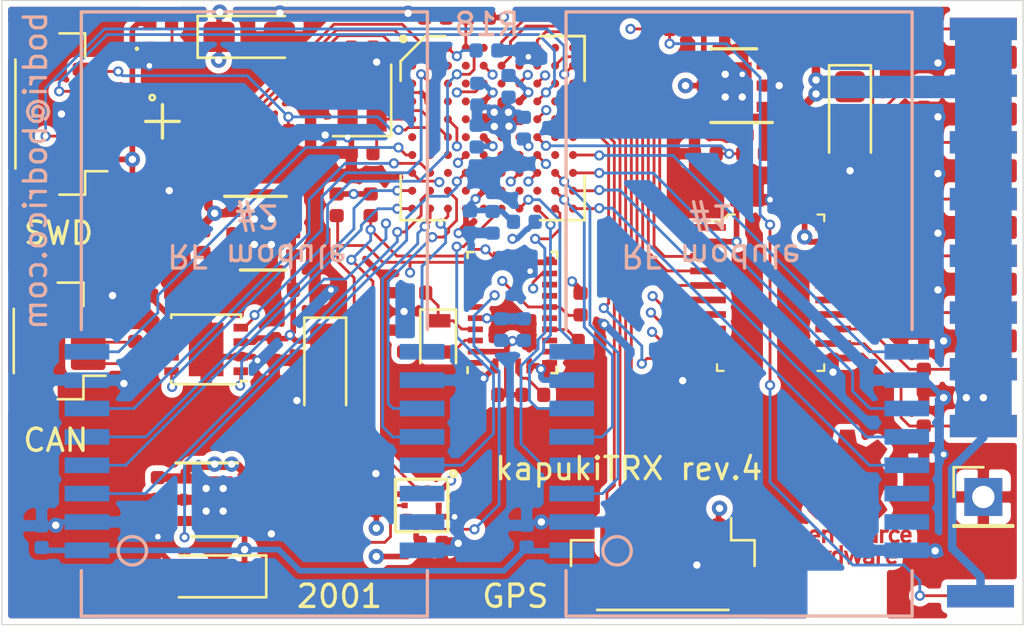
<source format=kicad_pcb>
(kicad_pcb (version 20171130) (host pcbnew "(5.1.4)-1")
  (layers (0 F.Cu signal) (1 In1.Cu signal) (2 In2.Cu signal) (31 B.Cu signal) (34 B.Paste user hide) (35 F.Paste user hide) (36 B.SilkS user hide) (37 F.SilkS user) (38 B.Mask user hide) (39 F.Mask user hide) (44 Edge.Cuts user))
  (net 0 "")
  (net 1 GND)
  (net 2 "Net-(A1-Pad15)")
  (net 3 "Net-(A1-Pad14)")
  (net 4 /RF1IRQ)
  (net 5 /RF1BUSY)
  (net 6 /RF1NRESET)
  (net 7 /RF1TXEN)
  (net 8 /RF1RXEN)
  (net 9 /RF1NSS)
  (net 10 /RF1CLK)
  (net 11 /RF1MOSI)
  (net 12 /RF1MISO)
  (net 13 "/RF modules/VCCRF")
  (net 14 /RF2MISO)
  (net 15 /RF2MOSI)
  (net 16 /RF2CLK)
  (net 17 /RF2NSS)
  (net 18 /RF2RXEN)
  (net 19 /RF2TXEN)
  (net 20 /RF2NRESET)
  (net 21 /RF2BUSY)
  (net 22 /RF2IRQ)
  (net 23 "Net-(A2-Pad14)")
  (net 24 "Net-(A2-Pad15)")
  (net 25 /VCCCPU)
  (net 26 IN)
  (net 27 /VDDA)
  (net 28 /Connectors/VCCOUT)
  (net 29 "Net-(C17-Pad1)")
  (net 30 "Net-(C20-Pad1)")
  (net 31 "Net-(C21-Pad1)")
  (net 32 /NRST)
  (net 33 "Net-(D1-Pad2)")
  (net 34 "Net-(D2-Pad2)")
  (net 35 /SWCLK)
  (net 36 /SWDIO)
  (net 37 /GPSTX)
  (net 38 /GPSRX)
  (net 39 /GPSPPS)
  (net 40 /GPSEN)
  (net 41 /LEDRED)
  (net 42 /LEDGREEN)
  (net 43 /LEDBLUE)
  (net 44 /PWMOE)
  (net 45 /PWM8)
  (net 46 /PWM7)
  (net 47 /PWM6)
  (net 48 /PWM5)
  (net 49 /PWM4)
  (net 50 /PWM3)
  (net 51 /CANRX)
  (net 52 /CANTX)
  (net 53 /PWM1)
  (net 54 /PWM2)
  (net 55 /RFPOWEREN)
  (net 56 "Net-(C3-Pad1)")
  (net 57 "Net-(C4-Pad1)")
  (net 58 "Net-(C14-Pad1)")
  (net 59 "Net-(C15-Pad1)")
  (net 60 "Net-(C16-Pad1)")
  (net 61 "Net-(C18-Pad1)")
  (net 62 "Net-(C19-Pad1)")
  (net 63 "Net-(D1-Pad3)")
  (net 64 "Net-(D1-Pad4)")
  (net 65 "Net-(R5-Pad1)")
  (net 66 "Net-(R8-Pad1)")
  (net 67 "Net-(J20-Pad1)")
  (net 68 "Net-(J20-Pad2)")
  (net 69 "Net-(C38-Pad1)")
  (net 70 "Net-(C39-Pad2)")
  (net 71 "Net-(C40-Pad2)")
  (net 72 "Net-(R12-Pad2)")
  (net 73 "Net-(U7-Pad13)")
  (net 74 "Net-(U7-Pad12)")
  (net 75 "Net-(U7-Pad10)")
  (net 76 "Net-(U7-Pad8)")
  (net 77 "Net-(U7-Pad7)")
  (net 78 "Net-(U7-Pad21)")
  (net 79 "Net-(U7-Pad22)")
  (net 80 "Net-(U7-Pad23)")
  (net 81 "Net-(U7-Pad24)")
  (net 82 "Net-(U7-Pad1)")
  (net 83 "Net-(U1-PadC10)")
  (net 84 "Net-(U1-PadG9)")
  (net 85 "Net-(U1-PadF9)")
  (net 86 "Net-(U1-PadC9)")
  (net 87 "Net-(U1-PadA9)")
  (net 88 "Net-(U1-PadJ8)")
  (net 89 "Net-(U1-PadB8)")
  (net 90 "Net-(U1-PadJ7)")
  (net 91 "Net-(U1-PadG7)")
  (net 92 "Net-(U1-PadB7)")
  (net 93 "Net-(U1-PadJ6)")
  (net 94 "Net-(U1-PadH6)")
  (net 95 "Net-(U1-PadG6)")
  (net 96 "Net-(U1-PadC6)")
  (net 97 "Net-(U1-PadK5)")
  (net 98 "Net-(U1-PadH5)")
  (net 99 "Net-(U1-PadG5)")
  (net 100 "Net-(U1-PadJ4)")
  (net 101 "Net-(U1-PadF4)")
  (net 102 "Net-(U1-PadE4)")
  (net 103 "Net-(U1-PadD4)")
  (net 104 "Net-(U1-PadC4)")
  (net 105 "Net-(U1-PadH3)")
  (net 106 "Net-(U1-PadG3)")
  (net 107 "Net-(U1-PadD3)")
  (net 108 "Net-(U1-PadC3)")
  (net 109 "Net-(U1-PadB3)")
  (net 110 "Net-(U1-PadG2)")
  (net 111 "Net-(U1-PadF2)")
  (net 112 "Net-(U1-PadF1)")
  (net 113 "Net-(U1-PadD1)")
  (net 114 "Net-(U1-PadC1)")
  (net 115 /SDA)
  (net 116 /SCL)
  (net 117 /BNORESET)
  (net 118 /BNOINT)
  (net 119 /BMPINT)
  (net 120 "Net-(U1-PadB4)")
  (net 121 "Net-(U1-PadA7)")
  (net 122 /RXTX)
  (net 123 "Net-(R14-Pad2)")
  (net 124 /TXMODE)
  (net 125 /CANSTBY)
  (net 126 /UMEAS)
  (net 127 "Net-(R18-Pad2)")
  (net 128 "Net-(U1-PadA2)")
  (module Symbol:OSHW-Logo_5.7x6mm_Copper (layer F.Cu) (at 209.296 116.205)
    (fp_text reference REF** hide)
    (fp_text value OSHW-Logo_5.7x6mm_Copper hide)
    (fp_poly (pts (xy 0.376964 -2.709982) (xy 0.433812 -2.40843) (xy 0.853338 -2.235488) (xy 1.104984 -2.406605) (xy 1.175458 -2.45425) (xy 1.239163 -2.49679) (xy 1.293126 -2.532285) (xy 1.334373 -2.55879) (xy 1.359934 -2.574364) (xy 1.366895 -2.577722) (xy 1.379435 -2.569086) (xy 1.406231 -2.545208) (xy 1.44428 -2.509141) (xy 1.490579 -2.463933) (xy 1.542123 -2.412636) (xy 1.595909 -2.358299) (xy 1.648935 -2.303972) (xy 1.698195 -2.252705) (xy 1.740687 -2.207549) (xy 1.773407 -2.171554) (xy 1.793351 -2.14777) (xy 1.798119 -2.13981) (xy 1.791257 -2.125135) (xy 1.77202 -2.092986) (xy 1.74243 -2.046508) (xy 1.70451 -1.988844) (xy 1.660282 -1.92314) (xy 1.634654 -1.885664) (xy 1.587941 -1.817232) (xy 1.546432 -1.75548) (xy 1.51214 -1.703481) (xy 1.48708 -1.664308) (xy 1.473264 -1.641035) (xy 1.471188 -1.636145) (xy 1.475895 -1.622245) (xy 1.488723 -1.58985) (xy 1.507738 -1.543515) (xy 1.531003 -1.487794) (xy 1.556584 -1.427242) (xy 1.582545 -1.366414) (xy 1.60695 -1.309864) (xy 1.627863 -1.262148) (xy 1.643349 -1.227819) (xy 1.651472 -1.211432) (xy 1.651952 -1.210788) (xy 1.664707 -1.207659) (xy 1.698677 -1.200679) (xy 1.75034 -1.190533) (xy 1.816176 -1.177908) (xy 1.892664 -1.163491) (xy 1.93729 -1.155177) (xy 2.019021 -1.139616) (xy 2.092843 -1.124808) (xy 2.155021 -1.111564) (xy 2.201822 -1.100695) (xy 2.229509 -1.093011) (xy 2.235074 -1.090573) (xy 2.240526 -1.07407) (xy 2.244924 -1.0368) (xy 2.248272 -0.98312) (xy 2.250574 -0.917388) (xy 2.251832 -0.843963) (xy 2.252048 -0.767204) (xy 2.251227 -0.691468) (xy 2.249371 -0.621114) (xy 2.246482 -0.5605) (xy 2.242565 -0.513984) (xy 2.237622 -0.485925) (xy 2.234657 -0.480084) (xy 2.216934 -0.473083) (xy 2.179381 -0.463073) (xy 2.126964 -0.451231) (xy 2.064652 -0.438733) (xy 2.0429 -0.43469) (xy 1.938024 -0.41548) (xy 1.85518 -0.400009) (xy 1.79163 -0.387663) (xy 1.744637 -0.377827) (xy 1.711463 -0.369886) (xy 1.689371 -0.363224) (xy 1.675624 -0.357227) (xy 1.667484 -0.351281) (xy 1.666345 -0.350106) (xy 1.654977 -0.331174) (xy 1.637635 -0.294331) (xy 1.61605 -0.244087) (xy 1.591954 -0.184954) (xy 1.567079 -0.121444) (xy 1.543157 -0.058068) (xy 1.521919 0.000662) (xy 1.505097 0.050235) (xy 1.494422 0.086139) (xy 1.491627 0.103862) (xy 1.49186 0.104483) (xy 1.501331 0.11897) (xy 1.522818 0.150844) (xy 1.554063 0.196789) (xy 1.592807 0.253485) (xy 1.636793 0.317617) (xy 1.649319 0.335842) (xy 1.693984 0.401914) (xy 1.733288 0.4622) (xy 1.765088 0.513235) (xy 1.787245 0.55156) (xy 1.797617 0.573711) (xy 1.798119 0.576432) (xy 1.789405 0.590736) (xy 1.765325 0.619072) (xy 1.728976 0.658396) (xy 1.683453 0.705661) (xy 1.631852 0.757823) (xy 1.577267 0.811835) (xy 1.522794 0.864653) (xy 1.471529 0.913231) (xy 1.426567 0.954523) (xy 1.391004 0.985485) (xy 1.367935 1.00307) (xy 1.361554 1.005941) (xy 1.346699 0.999178) (xy 1.316286 0.980939) (xy 1.275268 0.954297) (xy 1.243709 0.932852) (xy 1.186525 0.893503) (xy 1.118806 0.847171) (xy 1.05088 0.800913) (xy 1.014361 0.776155) (xy 0.890752 0.692547) (xy 0.786991 0.74865) (xy 0.73972 0.773228) (xy 0.699523 0.792331) (xy 0.672326 0.803227) (xy 0.665402 0.804743) (xy 0.657077 0.793549) (xy 0.640654 0.761917) (xy 0.617357 0.712765) (xy 0.588414 0.64901) (xy 0.55505 0.573571) (xy 0.518491 0.489364) (xy 0.479964 0.399308) (xy 0.440694 0.306321) (xy 0.401908 0.21332) (xy 0.36483 0.123223) (xy 0.330689 0.038948) (xy 0.300708 -0.036587) (xy 0.276116 -0.100466) (xy 0.258136 -0.149769) (xy 0.247997 -0.181579) (xy 0.246366 -0.192504) (xy 0.259291 -0.206439) (xy 0.287589 -0.22906) (xy 0.325346 -0.255667) (xy 0.328515 -0.257772) (xy 0.4261 -0.335886) (xy 0.504786 -0.427018) (xy 0.563891 -0.528255) (xy 0.602732 -0.636682) (xy 0.620628 -0.749386) (xy 0.616897 -0.863452) (xy 0.590857 -0.975966) (xy 0.541825 -1.084015) (xy 0.5274 -1.107655) (xy 0.452369 -1.203113) (xy 0.36373 -1.279768) (xy 0.264549 -1.33722) (xy 0.157895 -1.375071) (xy 0.046836 -1.392922) (xy -0.065561 -1.390375) (xy -0.176227 -1.36703) (xy -0.282094 -1.32249) (xy -0.380095 -1.256355) (xy -0.41041 -1.229513) (xy -0.487562 -1.145488) (xy -0.543782 -1.057034) (xy -0.582347 -0.957885) (xy -0.603826 -0.859697) (xy -0.609128 -0.749303) (xy -0.591448 -0.63836) (xy -0.552581 -0.530619) (xy -0.494323 -0.429831) (xy -0.418469 -0.339744) (xy -0.326817 -0.264108) (xy -0.314772 -0.256136) (xy -0.276611 -0.230026) (xy -0.247601 -0.207405) (xy -0.233732 -0.192961) (xy -0.233531 -0.192504) (xy -0.236508 -0.176879) (xy -0.248311 -0.141418) (xy -0.267714 -0.089038) (xy -0.293488 -0.022655) (xy -0.324409 0.054814) (xy -0.359249 0.14045) (xy -0.396783 0.231337) (xy -0.435783 0.324559) (xy -0.475023 0.417197) (xy -0.513276 0.506335) (xy -0.549317 0.589055) (xy -0.581917 0.662441) (xy -0.609852 0.723575) (xy -0.631895 0.769541) (xy -0.646818 0.797421) (xy -0.652828 0.804743) (xy -0.671191 0.799041) (xy -0.705552 0.783749) (xy -0.749984 0.761599) (xy -0.774417 0.74865) (xy -0.878178 0.692547) (xy -1.001787 0.776155) (xy -1.064886 0.818987) (xy -1.13397 0.866122) (xy -1.198707 0.910503) (xy -1.231134 0.932852) (xy -1.276741 0.963477) (xy -1.31536 0.987747) (xy -1.341952 1.002587) (xy -1.35059 1.005724) (xy -1.363161 0.997261) (xy -1.390984 0.973636) (xy -1.431361 0.937302) (xy -1.481595 0.890711) (xy -1.538988 0.836317) (xy -1.575286 0.801392) (xy -1.63879 0.738996) (xy -1.693673 0.683188) (xy -1.737714 0.636354) (xy -1.768695 0.600882) (xy -1.784398 0.579161) (xy -1.785905 0.574752) (xy -1.778914 0.557985) (xy -1.759594 0.524082) (xy -1.730091 0.476476) (xy -1.692545 0.418599) (xy -1.6491 0.353884) (xy -1.636745 0.335842) (xy -1.591727 0.270267) (xy -1.55134 0.211228) (xy -1.51784 0.162042) (xy -1.493486 0.126028) (xy -1.480536 0.106502) (xy -1.479285 0.104483) (xy -1.481156 0.088922) (xy -1.491087 0.054709) (xy -1.507347 0.006355) (xy -1.528205 -0.051629) (xy -1.551927 -0.11473) (xy -1.576784 -0.178437) (xy -1.601042 -0.238239) (xy -1.622971 -0.289624) (xy -1.640838 -0.328081) (xy -1.652913 -0.349098) (xy -1.653771 -0.350106) (xy -1.661154 -0.356112) (xy -1.673625 -0.362052) (xy -1.69392 -0.36854) (xy -1.724778 -0.376191) (xy -1.768934 -0.38562) (xy -1.829126 -0.397441) (xy -1.908093 -0.412271) (xy -2.00857 -0.430723) (xy -2.030325 -0.43469) (xy -2.094802 -0.447147) (xy -2.151011 -0.459334) (xy -2.193987 -0.470074) (xy -2.21876 -0.478191) (xy -2.222082 -0.480084) (xy -2.227556 -0.496862) (xy -2.232006 -0.534355) (xy -2.235428 -0.588206) (xy -2.237819 -0.654056) (xy -2.239177 -0.727547) (xy -2.239499 -0.80432) (xy -2.238781 -0.880017) (xy -2.237021 -0.95028) (xy -2.234216 -1.01075) (xy -2.230362 -1.05707) (xy -2.225457 -1.084881) (xy -2.2225 -1.090573) (xy -2.206037 -1.096314) (xy -2.168551 -1.105655) (xy -2.113775 -1.117785) (xy -2.045445 -1.131893) (xy -1.967294 -1.14717) (xy -1.924716 -1.155177) (xy -1.843929 -1.170279) (xy -1.771887 -1.18396) (xy -1.712111 -1.195533) (xy -1.668121 -1.204313) (xy -1.643439 -1.209613) (xy -1.639377 -1.210788) (xy -1.632511 -1.224035) (xy -1.617998 -1.255943) (xy -1.597771 -1.301953) (xy -1.573766 -1.357508) (xy -1.547918 -1.418047) (xy -1.52216 -1.479014) (xy -1.498427 -1.535849) (xy -1.478654 -1.583994) (xy -1.464776 -1.61889) (xy -1.458726 -1.635979) (xy -1.458614 -1.636726) (xy -1.465472 -1.650207) (xy -1.484698 -1.68123) (xy -1.514272 -1.726711) (xy -1.552173 -1.783568) (xy -1.59638 -1.848717) (xy -1.622079 -1.886138) (xy -1.668907 -1.954753) (xy -1.710499 -2.017048) (xy -1.744825 -2.069871) (xy -1.769857 -2.110073) (xy -1.783565 -2.1345) (xy -1.785544 -2.139976) (xy -1.777034 -2.152722) (xy -1.753507 -2.179937) (xy -1.717968 -2.218572) (xy -1.673423 -2.265577) (xy -1.622877 -2.317905) (xy -1.569336 -2.372505) (xy -1.515805 -2.42633) (xy -1.465289 -2.47633) (xy -1.420794 -2.519457) (xy -1.385325 -2.552661) (xy -1.361887 -2.572894) (xy -1.354046 -2.577722) (xy -1.34128 -2.570933) (xy -1.310744 -2.551858) (xy -1.26541 -2.522439) (xy -1.208244 -2.484619) (xy -1.142216 -2.440339) (xy -1.09241 -2.406605) (xy -0.840764 -2.235488) (xy -0.631001 -2.321959) (xy -0.421237 -2.40843) (xy -0.364389 -2.709982) (xy -0.30754 -3.011534) (xy 0.320115 -3.011534) (xy 0.376964 -2.709982)) (layer F.Cu) (width 0.01))
    (fp_poly (pts (xy 1.79946 1.45803) (xy 1.842711 1.471245) (xy 1.870558 1.487941) (xy 1.879629 1.501145) (xy 1.877132 1.516797) (xy 1.860931 1.541385) (xy 1.847232 1.5588) (xy 1.818992 1.590283) (xy 1.797775 1.603529) (xy 1.779688 1.602664) (xy 1.726035 1.58901) (xy 1.68663 1.58963) (xy 1.654632 1.605104) (xy 1.64389 1.614161) (xy 1.609505 1.646027) (xy 1.609505 2.062179) (xy 1.471188 2.062179) (xy 1.471188 1.458614) (xy 1.540347 1.458614) (xy 1.581869 1.460256) (xy 1.603291 1.466087) (xy 1.609502 1.477461) (xy 1.609505 1.477798) (xy 1.612439 1.489713) (xy 1.625704 1.488159) (xy 1.644084 1.479563) (xy 1.682046 1.463568) (xy 1.712872 1.453945) (xy 1.752536 1.451478) (xy 1.79946 1.45803)) (layer F.Cu) (width 0.01))
    (fp_poly (pts (xy -0.754012 1.469002) (xy -0.722717 1.48395) (xy -0.692409 1.505541) (xy -0.669318 1.530391) (xy -0.6525 1.562087) (xy -0.641006 1.604214) (xy -0.633891 1.660358) (xy -0.630207 1.734106) (xy -0.629008 1.829044) (xy -0.628989 1.838985) (xy -0.628713 2.062179) (xy -0.76703 2.062179) (xy -0.76703 1.856418) (xy -0.767128 1.780189) (xy -0.767809 1.724939) (xy -0.769651 1.686501) (xy -0.773233 1.660706) (xy -0.779132 1.643384) (xy -0.787927 1.630368) (xy -0.80018 1.617507) (xy -0.843047 1.589873) (xy -0.889843 1.584745) (xy -0.934424 1.602217) (xy -0.949928 1.615221) (xy -0.96131 1.627447) (xy -0.969481 1.64054) (xy -0.974974 1.658615) (xy -0.97832 1.685787) (xy -0.980051 1.72617) (xy -0.980697 1.783879) (xy -0.980792 1.854132) (xy -0.980792 2.062179) (xy -1.119109 2.062179) (xy -1.119109 1.458614) (xy -1.04995 1.458614) (xy -1.008428 1.460256) (xy -0.987006 1.466087) (xy -0.980795 1.477461) (xy -0.980792 1.477798) (xy -0.97791 1.488938) (xy -0.965199 1.487674) (xy -0.939926 1.475434) (xy -0.882605 1.457424) (xy -0.817037 1.455421) (xy -0.754012 1.469002)) (layer F.Cu) (width 0.01))
    (fp_poly (pts (xy 2.677898 1.456457) (xy 2.710096 1.464279) (xy 2.771825 1.492921) (xy 2.82461 1.536667) (xy 2.861141 1.589117) (xy 2.86616 1.600893) (xy 2.873045 1.63174) (xy 2.877864 1.677371) (xy 2.879505 1.723492) (xy 2.879505 1.810693) (xy 2.697178 1.810693) (xy 2.621979 1.810978) (xy 2.569003 1.812704) (xy 2.535325 1.817181) (xy 2.51802 1.82572) (xy 2.514163 1.83963) (xy 2.520829 1.860222) (xy 2.53277 1.884315) (xy 2.56608 1.924525) (xy 2.612368 1.944558) (xy 2.668944 1.943905) (xy 2.733031 1.922101) (xy 2.788417 1.895193) (xy 2.834375 1.931532) (xy 2.880333 1.967872) (xy 2.837096 2.007819) (xy 2.779374 2.045563) (xy 2.708386 2.06832) (xy 2.632029 2.074688) (xy 2.558199 2.063268) (xy 2.546287 2.059393) (xy 2.481399 2.025506) (xy 2.43313 1.974986) (xy 2.400465 1.906325) (xy 2.382385 1.818014) (xy 2.382175 1.816121) (xy 2.380556 1.719878) (xy 2.3871 1.685542) (xy 2.514852 1.685542) (xy 2.526584 1.690822) (xy 2.558438 1.694867) (xy 2.605397 1.697176) (xy 2.635154 1.697525) (xy 2.690648 1.697306) (xy 2.725346 1.695916) (xy 2.743601 1.692251) (xy 2.749766 1.68521) (xy 2.748195 1.67369) (xy 2.746878 1.669233) (xy 2.724382 1.627355) (xy 2.689003 1.593604) (xy 2.65778 1.578773) (xy 2.616301 1.579668) (xy 2.574269 1.598164) (xy 2.539012 1.628786) (xy 2.517854 1.666062) (xy 2.514852 1.685542) (xy 2.3871 1.685542) (xy 2.39669 1.635229) (xy 2.428698 1.564191) (xy 2.474701 1.508779) (xy 2.532821 1.471009) (xy 2.60118 1.452896) (xy 2.677898 1.456457)) (layer F.Cu) (width 0.01))
    (fp_poly (pts (xy 2.217226 1.46388) (xy 2.29008 1.49483) (xy 2.313027 1.509895) (xy 2.342354 1.533048) (xy 2.360764 1.551253) (xy 2.363961 1.557183) (xy 2.354935 1.57034) (xy 2.331837 1.592667) (xy 2.313344 1.60825) (xy 2.262728 1.648926) (xy 2.22276 1.615295) (xy 2.191874 1.593584) (xy 2.161759 1.58609) (xy 2.127292 1.58792) (xy 2.072561 1.601528) (xy 2.034886 1.629772) (xy 2.011991 1.675433) (xy 2.001597 1.741289) (xy 2.001595 1.741331) (xy 2.002494 1.814939) (xy 2.016463 1.868946) (xy 2.044328 1.905716) (xy 2.063325 1.918168) (xy 2.113776 1.933673) (xy 2.167663 1.933683) (xy 2.214546 1.918638) (xy 2.225644 1.911287) (xy 2.253476 1.892511) (xy 2.275236 1.889434) (xy 2.298704 1.903409) (xy 2.324649 1.92851) (xy 2.365716 1.97088) (xy 2.320121 2.008464) (xy 2.249674 2.050882) (xy 2.170233 2.071785) (xy 2.087215 2.070272) (xy 2.032694 2.056411) (xy 1.96897 2.022135) (xy 1.918005 1.968212) (xy 1.894851 1.930149) (xy 1.876099 1.875536) (xy 1.866715 1.806369) (xy 1.866643 1.731407) (xy 1.875824 1.659409) (xy 1.894199 1.599137) (xy 1.897093 1.592958) (xy 1.939952 1.532351) (xy 1.997979 1.488224) (xy 2.066591 1.461493) (xy 2.141201 1.453073) (xy 2.217226 1.46388)) (layer F.Cu) (width 0.01))
    (fp_poly (pts (xy 0.993367 1.654342) (xy 0.994555 1.746563) (xy 0.998897 1.81661) (xy 1.007558 1.867381) (xy 1.021704 1.901772) (xy 1.0425 1.922679) (xy 1.07111 1.933) (xy 1.106535 1.935636) (xy 1.143636 1.932682) (xy 1.171818 1.921889) (xy 1.192243 1.90036) (xy 1.206079 1.865199) (xy 1.214491 1.81351) (xy 1.218643 1.742394) (xy 1.219703 1.654342) (xy 1.219703 1.458614) (xy 1.35802 1.458614) (xy 1.35802 2.062179) (xy 1.288862 2.062179) (xy 1.24717 2.060489) (xy 1.225701 2.054556) (xy 1.219703 2.043293) (xy 1.216091 2.033261) (xy 1.201714 2.035383) (xy 1.172736 2.04958) (xy 1.106319 2.07148) (xy 1.035875 2.069928) (xy 0.968377 2.046147) (xy 0.936233 2.027362) (xy 0.911715 2.007022) (xy 0.893804 1.981573) (xy 0.881479 1.947458) (xy 0.873723 1.901121) (xy 0.869516 1.839007) (xy 0.86784 1.757561) (xy 0.867624 1.694578) (xy 0.867624 1.458614) (xy 0.993367 1.458614) (xy 0.993367 1.654342)) (layer F.Cu) (width 0.01))
    (fp_poly (pts (xy 0.610762 1.466055) (xy 0.674363 1.500692) (xy 0.724123 1.555372) (xy 0.747568 1.599842) (xy 0.757634 1.639121) (xy 0.764156 1.695116) (xy 0.766951 1.759621) (xy 0.765836 1.824429) (xy 0.760626 1.881334) (xy 0.754541 1.911727) (xy 0.734014 1.953306) (xy 0.698463 1.997468) (xy 0.655619 2.036087) (xy 0.613211 2.061034) (xy 0.612177 2.06143) (xy 0.559553 2.072331) (xy 0.497188 2.072601) (xy 0.437924 2.062676) (xy 0.41504 2.054722) (xy 0.356102 2.0213) (xy 0.31389 1.977511) (xy 0.286156 1.919538) (xy 0.270651 1.843565) (xy 0.267143 1.803771) (xy 0.26759 1.753766) (xy 0.402376 1.753766) (xy 0.406917 1.826732) (xy 0.419986 1.882334) (xy 0.440756 1.917861) (xy 0.455552 1.92802) (xy 0.493464 1.935104) (xy 0.538527 1.933007) (xy 0.577487 1.922812) (xy 0.587704 1.917204) (xy 0.614659 1.884538) (xy 0.632451 1.834545) (xy 0.640024 1.773705) (xy 0.636325 1.708497) (xy 0.628057 1.669253) (xy 0.60432 1.623805) (xy 0.566849 1.595396) (xy 0.52172 1.585573) (xy 0.475011 1.595887) (xy 0.439132 1.621112) (xy 0.420277 1.641925) (xy 0.409272 1.662439) (xy 0.404026 1.690203) (xy 0.402449 1.732762) (xy 0.402376 1.753766) (xy 0.26759 1.753766) (xy 0.268094 1.69758) (xy 0.285388 1.610501) (xy 0.319029 1.54253) (xy 0.369018 1.493664) (xy 0.435356 1.463899) (xy 0.449601 1.460448) (xy 0.53521 1.452345) (xy 0.610762 1.466055)) (layer F.Cu) (width 0.01))
    (fp_poly (pts (xy 0.014017 1.456452) (xy 0.061634 1.465482) (xy 0.111034 1.48437) (xy 0.116312 1.486777) (xy 0.153774 1.506476) (xy 0.179717 1.524781) (xy 0.188103 1.536508) (xy 0.180117 1.555632) (xy 0.16072 1.58385) (xy 0.15211 1.594384) (xy 0.116628 1.635847) (xy 0.070885 1.608858) (xy 0.02735 1.590878) (xy -0.02295 1.581267) (xy -0.071188 1.58066) (xy -0.108533 1.589691) (xy -0.117495 1.595327) (xy -0.134563 1.621171) (xy -0.136637 1.650941) (xy -0.123866 1.674197) (xy -0.116312 1.678708) (xy -0.093675 1.684309) (xy -0.053885 1.690892) (xy -0.004834 1.697183) (xy 0.004215 1.69817) (xy 0.082996 1.711798) (xy 0.140136 1.734946) (xy 0.17803 1.769752) (xy 0.199079 1.818354) (xy 0.205635 1.877718) (xy 0.196577 1.945198) (xy 0.167164 1.998188) (xy 0.117278 2.036783) (xy 0.0468 2.061081) (xy -0.031435 2.070667) (xy -0.095234 2.070552) (xy -0.146984 2.061845) (xy -0.182327 2.049825) (xy -0.226983 2.02888) (xy -0.268253 2.004574) (xy -0.282921 1.993876) (xy -0.320643 1.963084) (xy -0.275148 1.917049) (xy -0.229653 1.871013) (xy -0.177928 1.905243) (xy -0.126048 1.930952) (xy -0.070649 1.944399) (xy -0.017395 1.945818) (xy 0.028049 1.935443) (xy 0.060016 1.913507) (xy 0.070338 1.894998) (xy 0.068789 1.865314) (xy 0.04314 1.842615) (xy -0.00654 1.82694) (xy -0.060969 1.819695) (xy -0.144736 1.805873) (xy -0.206967 1.779796) (xy -0.248493 1.740699) (xy -0.270147 1.68782) (xy -0.273147 1.625126) (xy -0.258329 1.559642) (xy -0.224546 1.510144) (xy -0.171495 1.476408) (xy -0.098874 1.458207) (xy -0.045072 1.454639) (xy 0.014017 1.456452)) (layer F.Cu) (width 0.01))
    (fp_poly (pts (xy -1.356699 1.472614) (xy -1.344168 1.478514) (xy -1.300799 1.510283) (xy -1.25979 1.556646) (xy -1.229168 1.607696) (xy -1.220459 1.631166) (xy -1.212512 1.673091) (xy -1.207774 1.723757) (xy -1.207199 1.744679) (xy -1.207129 1.810693) (xy -1.587083 1.810693) (xy -1.578983 1.845273) (xy -1.559104 1.88617) (xy -1.524347 1.921514) (xy -1.482998 1.944282) (xy -1.456649 1.94901) (xy -1.420916 1.943273) (xy -1.378282 1.928882) (xy -1.363799 1.922262) (xy -1.31024 1.895513) (xy -1.264533 1.930376) (xy -1.238158 1.953955) (xy -1.224124 1.973417) (xy -1.223414 1.979129) (xy -1.235951 1.992973) (xy -1.263428 2.014012) (xy -1.288366 2.030425) (xy -1.355664 2.05993) (xy -1.43111 2.073284) (xy -1.505888 2.069812) (xy -1.565495 2.051663) (xy -1.626941 2.012784) (xy -1.670608 1.961595) (xy -1.697926 1.895367) (xy -1.710322 1.811371) (xy -1.711421 1.772936) (xy -1.707022 1.684861) (xy -1.706482 1.682299) (xy -1.580582 1.682299) (xy -1.577115 1.690558) (xy -1.562863 1.695113) (xy -1.53347 1.697065) (xy -1.484575 1.697517) (xy -1.465748 1.697525) (xy -1.408467 1.696843) (xy -1.372141 1.694364) (xy -1.352604 1.689443) (xy -1.34569 1.681434) (xy -1.345445 1.678862) (xy -1.353336 1.658423) (xy -1.373085 1.629789) (xy -1.381575 1.619763) (xy -1.413094 1.591408) (xy -1.445949 1.580259) (xy -1.463651 1.579327) (xy -1.511539 1.590981) (xy -1.551699 1.622285) (xy -1.577173 1.667752) (xy -1.577625 1.669233) (xy -1.580582 1.682299) (xy -1.706482 1.682299) (xy -1.692392 1.61551) (xy -1.666038 1.560025) (xy -1.633807 1.520639) (xy -1.574217 1.477931) (xy -1.504168 1.455109) (xy -1.429661 1.453046) (xy -1.356699 1.472614)) (layer F.Cu) (width 0.01))
    (fp_poly (pts (xy -2.538261 1.465148) (xy -2.472479 1.494231) (xy -2.42254 1.542793) (xy -2.388374 1.610908) (xy -2.369907 1.698651) (xy -2.368583 1.712351) (xy -2.367546 1.808939) (xy -2.380993 1.893602) (xy -2.408108 1.962221) (xy -2.422627 1.984294) (xy -2.473201 2.031011) (xy -2.537609 2.061268) (xy -2.609666 2.073824) (xy -2.683185 2.067439) (xy -2.739072 2.047772) (xy -2.787132 2.014629) (xy -2.826412 1.971175) (xy -2.827092 1.970158) (xy -2.843044 1.943338) (xy -2.85341 1.916368) (xy -2.859688 1.882332) (xy -2.863373 1.83431) (xy -2.864997 1.794931) (xy -2.865672 1.759219) (xy -2.739955 1.759219) (xy -2.738726 1.79477) (xy -2.734266 1.842094) (xy -2.726397 1.872465) (xy -2.712207 1.894072) (xy -2.698917 1.906694) (xy -2.651802 1.933122) (xy -2.602505 1.936653) (xy -2.556593 1.917639) (xy -2.533638 1.896331) (xy -2.517096 1.874859) (xy -2.507421 1.854313) (xy -2.503174 1.827574) (xy -2.50292 1.787523) (xy -2.504228 1.750638) (xy -2.507043 1.697947) (xy -2.511505 1.663772) (xy -2.519548 1.64148) (xy -2.533103 1.624442) (xy -2.543845 1.614703) (xy -2.588777 1.589123) (xy -2.637249 1.587847) (xy -2.677894 1.602999) (xy -2.712567 1.634642) (xy -2.733224 1.68662) (xy -2.739955 1.759219) (xy -2.865672 1.759219) (xy -2.866479 1.716621) (xy -2.863948 1.658056) (xy -2.856362 1.614007) (xy -2.842681 1.579248) (xy -2.821865 1.548551) (xy -2.814147 1.539436) (xy -2.765889 1.494021) (xy -2.714128 1.467493) (xy -2.650828 1.456379) (xy -2.619961 1.455471) (xy -2.538261 1.465148)) (layer F.Cu) (width 0.01))
    (fp_poly (pts (xy 2.032581 2.40497) (xy 2.092685 2.420597) (xy 2.143021 2.452848) (xy 2.167393 2.47694) (xy 2.207345 2.533895) (xy 2.230242 2.599965) (xy 2.238108 2.681182) (xy 2.238148 2.687748) (xy 2.238218 2.753763) (xy 1.858264 2.753763) (xy 1.866363 2.788342) (xy 1.880987 2.819659) (xy 1.906581 2.852291) (xy 1.911935 2.8575) (xy 1.957943 2.885694) (xy 2.01041 2.890475) (xy 2.070803 2.871926) (xy 2.08104 2.866931) (xy 2.112439 2.851745) (xy 2.13347 2.843094) (xy 2.137139 2.842293) (xy 2.149948 2.850063) (xy 2.174378 2.869072) (xy 2.186779 2.87946) (xy 2.212476 2.903321) (xy 2.220915 2.919077) (xy 2.215058 2.933571) (xy 2.211928 2.937534) (xy 2.190725 2.954879) (xy 2.155738 2.975959) (xy 2.131337 2.988265) (xy 2.062072 3.009946) (xy 1.985388 3.016971) (xy 1.912765 3.008647) (xy 1.892426 3.002686) (xy 1.829476 2.968952) (xy 1.782815 2.917045) (xy 1.752173 2.846459) (xy 1.737282 2.756692) (xy 1.735647 2.709753) (xy 1.740421 2.641413) (xy 1.86099 2.641413) (xy 1.872652 2.646465) (xy 1.903998 2.650429) (xy 1.949571 2.652768) (xy 1.980446 2.653169) (xy 2.035981 2.652783) (xy 2.071033 2.650975) (xy 2.090262 2.646773) (xy 2.09833 2.639203) (xy 2.099901 2.628218) (xy 2.089121 2.594381) (xy 2.06198 2.56094) (xy 2.026277 2.535272) (xy 1.99056 2.524772) (xy 1.942048 2.534086) (xy 1.900053 2.561013) (xy 1.870936 2.599827) (xy 1.86099 2.641413) (xy 1.740421 2.641413) (xy 1.742599 2.610236) (xy 1.764055 2.530949) (xy 1.80047 2.471263) (xy 1.852297 2.430549) (xy 1.91999 2.408179) (xy 1.956662 2.403871) (xy 2.032581 2.40497)) (layer F.Cu) (width 0.01))
    (fp_poly (pts (xy 1.635255 2.401486) (xy 1.683595 2.411015) (xy 1.711114 2.425125) (xy 1.740064 2.448568) (xy 1.698876 2.500571) (xy 1.673482 2.532064) (xy 1.656238 2.547428) (xy 1.639102 2.549776) (xy 1.614027 2.542217) (xy 1.602257 2.537941) (xy 1.55427 2.531631) (xy 1.510324 2.545156) (xy 1.47806 2.57571) (xy 1.472819 2.585452) (xy 1.467112 2.611258) (xy 1.462706 2.658817) (xy 1.459811 2.724758) (xy 1.458631 2.80571) (xy 1.458614 2.817226) (xy 1.458614 3.017822) (xy 1.320297 3.017822) (xy 1.320297 2.401683) (xy 1.389456 2.401683) (xy 1.429333 2.402725) (xy 1.450107 2.407358) (xy 1.457789 2.417849) (xy 1.458614 2.427745) (xy 1.458614 2.453806) (xy 1.491745 2.427745) (xy 1.529735 2.409965) (xy 1.58077 2.401174) (xy 1.635255 2.401486)) (layer F.Cu) (width 0.01))
    (fp_poly (pts (xy 1.038411 2.405417) (xy 1.091411 2.41829) (xy 1.106731 2.42511) (xy 1.136428 2.442974) (xy 1.15922 2.463093) (xy 1.176083 2.488962) (xy 1.187998 2.524073) (xy 1.195942 2.57192) (xy 1.200894 2.635996) (xy 1.203831 2.719794) (xy 1.204947 2.775768) (xy 1.209052 3.017822) (xy 1.138932 3.017822) (xy 1.096393 3.016038) (xy 1.074476 3.009942) (xy 1.068812 2.999706) (xy 1.065821 2.988637) (xy 1.052451 2.990754) (xy 1.034233 2.999629) (xy 0.988624 3.013233) (xy 0.930007 3.016899) (xy 0.868354 3.010903) (xy 0.813638 2.995521) (xy 0.80873 2.993386) (xy 0.758723 2.958255) (xy 0.725756 2.909419) (xy 0.710587 2.852333) (xy 0.711746 2.831824) (xy 0.835508 2.831824) (xy 0.846413 2.859425) (xy 0.878745 2.879204) (xy 0.93091 2.889819) (xy 0.958787 2.891228) (xy 1.005247 2.88762) (xy 1.036129 2.873597) (xy 1.043664 2.866931) (xy 1.064076 2.830666) (xy 1.068812 2.797773) (xy 1.068812 2.753763) (xy 1.007513 2.753763) (xy 0.936256 2.757395) (xy 0.886276 2.768818) (xy 0.854696 2.788824) (xy 0.847626 2.797743) (xy 0.835508 2.831824) (xy 0.711746 2.831824) (xy 0.713971 2.792456) (xy 0.736663 2.735244) (xy 0.767624 2.69658) (xy 0.786376 2.679864) (xy 0.804733 2.668878) (xy 0.828619 2.66218) (xy 0.863957 2.658326) (xy 0.916669 2.655873) (xy 0.937577 2.655168) (xy 1.068812 2.650879) (xy 1.06862 2.611158) (xy 1.063537 2.569405) (xy 1.045162 2.544158) (xy 1.008039 2.52803) (xy 1.007043 2.527742) (xy 0.95441 2.5214) (xy 0.902906 2.529684) (xy 0.86463 2.549827) (xy 0.849272 2.559773) (xy 0.83273 2.558397) (xy 0.807275 2.543987) (xy 0.792328 2.533817) (xy 0.763091 2.512088) (xy 0.74498 2.4958) (xy 0.742074 2.491137) (xy 0.75404 2.467005) (xy 0.789396 2.438185) (xy 0.804753 2.428461) (xy 0.848901 2.411714) (xy 0.908398 2.402227) (xy 0.974487 2.400095) (xy 1.038411 2.405417)) (layer F.Cu) (width 0.01))
    (fp_poly (pts (xy 0.281524 2.404237) (xy 0.331255 2.407971) (xy 0.461291 2.797773) (xy 0.481678 2.728614) (xy 0.493946 2.685874) (xy 0.510085 2.628115) (xy 0.527512 2.564625) (xy 0.536726 2.53057) (xy 0.571388 2.401683) (xy 0.714391 2.401683) (xy 0.671646 2.536857) (xy 0.650596 2.603342) (xy 0.625167 2.683539) (xy 0.59861 2.767193) (xy 0.574902 2.841782) (xy 0.520902 3.011535) (xy 0.462598 3.015328) (xy 0.404295 3.019122) (xy 0.372679 2.914734) (xy 0.353182 2.849889) (xy 0.331904 2.7784) (xy 0.313308 2.715263) (xy 0.312574 2.71275) (xy 0.298684 2.669969) (xy 0.286429 2.640779) (xy 0.277846 2.629741) (xy 0.276082 2.631018) (xy 0.269891 2.64813) (xy 0.258128 2.684787) (xy 0.242225 2.736378) (xy 0.223614 2.798294) (xy 0.213543 2.832352) (xy 0.159007 3.017822) (xy 0.043264 3.017822) (xy -0.049263 2.725471) (xy -0.075256 2.643462) (xy -0.098934 2.568987) (xy -0.11918 2.505544) (xy -0.134874 2.456632) (xy -0.144898 2.425749) (xy -0.147945 2.416726) (xy -0.145533 2.407487) (xy -0.126592 2.403441) (xy -0.087177 2.403846) (xy -0.081007 2.404152) (xy -0.007914 2.407971) (xy 0.039957 2.58401) (xy 0.057553 2.648211) (xy 0.073277 2.704649) (xy 0.085746 2.748422) (xy 0.093574 2.77463) (xy 0.09502 2.778903) (xy 0.101014 2.77399) (xy 0.113101 2.748532) (xy 0.129893 2.705997) (xy 0.150003 2.64985) (xy 0.167003 2.59913) (xy 0.231794 2.400504) (xy 0.281524 2.404237)) (layer F.Cu) (width 0.01))
    (fp_poly (pts (xy -0.201188 3.017822) (xy -0.270346 3.017822) (xy -0.310488 3.016645) (xy -0.331394 3.011772) (xy -0.338922 3.001186) (xy -0.339505 2.994029) (xy -0.340774 2.979676) (xy -0.348779 2.976923) (xy -0.369815 2.985771) (xy -0.386173 2.994029) (xy -0.448977 3.013597) (xy -0.517248 3.014729) (xy -0.572752 3.000135) (xy -0.624438 2.964877) (xy -0.663838 2.912835) (xy -0.685413 2.85145) (xy -0.685962 2.848018) (xy -0.689167 2.810571) (xy -0.690761 2.756813) (xy -0.690633 2.716155) (xy -0.553279 2.716155) (xy -0.550097 2.770194) (xy -0.542859 2.814735) (xy -0.53306 2.839888) (xy -0.495989 2.87426) (xy -0.451974 2.886582) (xy -0.406584 2.876618) (xy -0.367797 2.846895) (xy -0.353108 2.826905) (xy -0.344519 2.80305) (xy -0.340496 2.76823) (xy -0.339505 2.71593) (xy -0.341278 2.664139) (xy -0.345963 2.618634) (xy -0.352603 2.588181) (xy -0.35371 2.585452) (xy -0.380491 2.553) (xy -0.419579 2.535183) (xy -0.463315 2.532306) (xy -0.504038 2.544674) (xy -0.534087 2.572593) (xy -0.537204 2.578148) (xy -0.546961 2.612022) (xy -0.552277 2.660728) (xy -0.553279 2.716155) (xy -0.690633 2.716155) (xy -0.690568 2.69554) (xy -0.689664 2.662563) (xy -0.683514 2.580981) (xy -0.670733 2.51973) (xy -0.649471 2.474449) (xy -0.617878 2.440779) (xy -0.587207 2.421014) (xy -0.544354 2.40712) (xy -0.491056 2.402354) (xy -0.43648 2.406236) (xy -0.389792 2.418282) (xy -0.365124 2.432693) (xy -0.339505 2.455878) (xy -0.339505 2.162773) (xy -0.201188 2.162773) (xy -0.201188 3.017822)) (layer F.Cu) (width 0.01))
    (fp_poly (pts (xy -0.993356 2.40302) (xy -0.974539 2.40866) (xy -0.968473 2.421053) (xy -0.968218 2.426647) (xy -0.967129 2.44223) (xy -0.959632 2.444676) (xy -0.939381 2.433993) (xy -0.927351 2.426694) (xy -0.8894 2.411063) (xy -0.844072 2.403334) (xy -0.796544 2.40274) (xy -0.751995 2.408513) (xy -0.715602 2.419884) (xy -0.692543 2.436088) (xy -0.687996 2.456355) (xy -0.690291 2.461843) (xy -0.70702 2.484626) (xy -0.732963 2.512647) (xy -0.737655 2.517177) (xy -0.762383 2.538005) (xy -0.783718 2.544735) (xy -0.813555 2.540038) (xy -0.825508 2.536917) (xy -0.862705 2.529421) (xy -0.888859 2.532792) (xy -0.910946 2.544681) (xy -0.931178 2.560635) (xy -0.946079 2.5807) (xy -0.956434 2.608702) (xy -0.963029 2.648467) (xy -0.966649 2.703823) (xy -0.968078 2.778594) (xy -0.968218 2.82374) (xy -0.968218 3.017822) (xy -1.09396 3.017822) (xy -1.09396 2.401683) (xy -1.031089 2.401683) (xy -0.993356 2.40302)) (layer F.Cu) (width 0.01))
    (fp_poly (pts (xy -1.38421 2.406555) (xy -1.325055 2.422339) (xy -1.280023 2.450948) (xy -1.248246 2.488419) (xy -1.238366 2.504411) (xy -1.231073 2.521163) (xy -1.225974 2.542592) (xy -1.222679 2.572616) (xy -1.220797 2.615154) (xy -1.219937 2.674122) (xy -1.219707 2.75344) (xy -1.219703 2.774484) (xy -1.219703 3.017822) (xy -1.280059 3.017822) (xy -1.318557 3.015126) (xy -1.347023 3.008295) (xy -1.354155 3.004083) (xy -1.373652 2.996813) (xy -1.393566 3.004083) (xy -1.426353 3.01316) (xy -1.473978 3.016813) (xy -1.526764 3.015228) (xy -1.575036 3.008589) (xy -1.603218 3.000072) (xy -1.657753 2.965063) (xy -1.691835 2.916479) (xy -1.707157 2.851882) (xy -1.707299 2.850223) (xy -1.705955 2.821566) (xy -1.584356 2.821566) (xy -1.573726 2.854161) (xy -1.55641 2.872505) (xy -1.521652 2.886379) (xy -1.475773 2.891917) (xy -1.428988 2.889191) (xy -1.391514 2.878274) (xy -1.381015 2.871269) (xy -1.362668 2.838904) (xy -1.35802 2.802111) (xy -1.35802 2.753763) (xy -1.427582 2.753763) (xy -1.493667 2.75885) (xy -1.543764 2.773263) (xy -1.574929 2.795729) (xy -1.584356 2.821566) (xy -1.705955 2.821566) (xy -1.703987 2.779647) (xy -1.68071 2.723845) (xy -1.636948 2.681647) (xy -1.630899 2.677808) (xy -1.604907 2.665309) (xy -1.572735 2.65774) (xy -1.52776 2.654061) (xy -1.474331 2.653216) (xy -1.35802 2.653169) (xy -1.35802 2.604411) (xy -1.362953 2.566581) (xy -1.375543 2.541236) (xy -1.377017 2.539887) (xy -1.405034 2.5288) (xy -1.447326 2.524503) (xy -1.494064 2.526615) (xy -1.535418 2.534756) (xy -1.559957 2.546965) (xy -1.573253 2.556746) (xy -1.587294 2.558613) (xy -1.606671 2.5506) (xy -1.635976 2.530739) (xy -1.679803 2.497063) (xy -1.683825 2.493909) (xy -1.681764 2.482236) (xy -1.664568 2.462822) (xy -1.638433 2.441248) (xy -1.609552 2.423096) (xy -1.600478 2.418809) (xy -1.56738 2.410256) (xy -1.51888 2.404155) (xy -1.464695 2.401708) (xy -1.462161 2.401703) (xy -1.38421 2.406555)) (layer F.Cu) (width 0.01))
    (fp_poly (pts (xy -1.908759 1.469184) (xy -1.882247 1.482282) (xy -1.849553 1.505106) (xy -1.825725 1.529996) (xy -1.809406 1.561249) (xy -1.79924 1.603166) (xy -1.793872 1.660044) (xy -1.791944 1.736184) (xy -1.791831 1.768917) (xy -1.792161 1.840656) (xy -1.793527 1.891927) (xy -1.7965 1.927404) (xy -1.801649 1.951763) (xy -1.809543 1.96968) (xy -1.817757 1.981902) (xy -1.870187 2.033905) (xy -1.93193 2.065184) (xy -1.998536 2.074592) (xy -2.065558 2.06098) (xy -2.086792 2.051354) (xy -2.137624 2.024859) (xy -2.137624 2.440052) (xy -2.100525 2.420868) (xy -2.051643 2.406025) (xy -1.991561 2.402222) (xy -1.931564 2.409243) (xy -1.886256 2.425013) (xy -1.848675 2.455047) (xy -1.816564 2.498024) (xy -1.81415 2.502436) (xy -1.803967 2.523221) (xy -1.79653 2.54417) (xy -1.791411 2.569548) (xy -1.788181 2.603618) (xy -1.786413 2.650641) (xy -1.785677 2.714882) (xy -1.785544 2.787176) (xy -1.785544 3.017822) (xy -1.923861 3.017822) (xy -1.923861 2.592533) (xy -1.962549 2.559979) (xy -2.002738 2.53394) (xy -2.040797 2.529205) (xy -2.079066 2.541389) (xy -2.099462 2.55332) (xy -2.114642 2.570313) (xy -2.125438 2.595995) (xy -2.132683 2.633991) (xy -2.137208 2.687926) (xy -2.139844 2.761425) (xy -2.140772 2.810347) (xy -2.143911 3.011535) (xy -2.209926 3.015336) (xy -2.27594 3.019136) (xy -2.27594 1.77065) (xy -2.137624 1.77065) (xy -2.134097 1.840254) (xy -2.122215 1.888569) (xy -2.10002 1.918631) (xy -2.065559 1.933471) (xy -2.030742 1.936436) (xy -1.991329 1.933028) (xy -1.965171 1.919617) (xy -1.948814 1.901896) (xy -1.935937 1.882835) (xy -1.928272 1.861601) (xy -1.924861 1.831849) (xy -1.924749 1.787236) (xy -1.925897 1.74988) (xy -1.928532 1.693604) (xy -1.932456 1.656658) (xy -1.939063 1.633223) (xy -1.949749 1.61748) (xy -1.959833 1.60838) (xy -2.00197 1.588537) (xy -2.05184 1.585332) (xy -2.080476 1.592168) (xy -2.108828 1.616464) (xy -2.127609 1.663728) (xy -2.136712 1.733624) (xy -2.137624 1.77065) (xy -2.27594 1.77065) (xy -2.27594 1.458614) (xy -2.206782 1.458614) (xy -2.16526 1.460256) (xy -2.143838 1.466087) (xy -2.137626 1.477461) (xy -2.137624 1.477798) (xy -2.134742 1.488938) (xy -2.12203 1.487673) (xy -2.096757 1.475433) (xy -2.037869 1.456707) (xy -1.971615 1.454739) (xy -1.908759 1.469184)) (layer F.Cu) (width 0.01))
  )
  (module Resistor_SMD:R_0402_1005Metric (layer B.Cu) (at 193.167 96.2152 180)
    (fp_text reference R18 (at 0 1.17) (layer B.SilkS) (effects (justify mirror)))
    (fp_text value 10k)
    (pad 2 smd roundrect (at 0.485 0 180) (size 0.59 0.64) (layers B.Cu B.Paste B.Mask) (net 127 "Net-(R18-Pad2)"))
    (pad 1 smd roundrect (at -0.485 0 180) (size 0.59 0.64) (layers B.Cu B.Paste B.Mask) (net 1 GND))
  )
  (module Resistor_SMD:R_0402_1005Metric (layer F.Cu) (at 202.946 100.838)
    (fp_text reference R17 hide)
    (fp_text value 10k)
    (pad 2 smd roundrect (at 0.485 0) (size 0.59 0.64) (layers F.Cu F.Paste F.Mask) (net 126 /UMEAS))
    (pad 1 smd roundrect (at -0.485 0) (size 0.59 0.64) (layers F.Cu F.Paste F.Mask) (net 1 GND))
  )
  (module Resistor_SMD:R_0402_1005Metric (layer F.Cu) (at 205.105 100.838)
    (fp_text reference R16 hide)
    (fp_text value 10k)
    (pad 2 smd roundrect (at 0.485 0) (size 0.59 0.64) (layers F.Cu F.Paste F.Mask) (net 26 IN))
    (pad 1 smd roundrect (at -0.485 0) (size 0.59 0.64) (layers F.Cu F.Paste F.Mask) (net 126 /UMEAS))
  )
  (module Resistor_SMD:R_0402_1005Metric (layer F.Cu) (at 190.8556 94.742)
    (fp_text reference R15 hide)
    (fp_text value 0)
    (pad 2 smd roundrect (at 0.485 0) (size 0.59 0.64) (layers F.Cu F.Paste F.Mask) (net 124 /TXMODE))
    (pad 1 smd roundrect (at -0.485 0) (size 0.59 0.64) (layers F.Cu F.Paste F.Mask) (net 1 GND))
  )
  (module miscellaneous:Bosch_LGA10_2x2mm_Pitch0.5mm (layer F.Cu) (at 190.246 116.586)
    (fp_text reference U8 hide)
    (fp_text value BMP388)
    (pad 7 smd rect (at 0.25 0.7625) (size 0.25 0.275) (layers F.Cu F.Paste F.Mask) (net 119 /BMPINT))
    (pad 6 smd rect (at -0.25 0.7625) (size 0.25 0.275) (layers F.Cu F.Paste F.Mask) (net 25 /VCCCPU))
    (pad 1 smd rect (at 0.25 -0.7625) (size 0.25 0.275) (layers F.Cu F.Paste F.Mask) (net 25 /VCCCPU))
    (pad 2 smd rect (at -0.25 -0.7625) (size 0.25 0.275) (layers F.Cu F.Paste F.Mask) (net 116 /SCL))
    (pad 3 smd rect (at -0.7625 -0.5) (size 0.275 0.25) (layers F.Cu F.Paste F.Mask) (net 1 GND))
    (pad 4 smd rect (at -0.7625 0) (size 0.275 0.25) (layers F.Cu F.Paste F.Mask) (net 115 /SDA))
    (pad 5 smd rect (at -0.7625 0.5) (size 0.275 0.25) (layers F.Cu F.Paste F.Mask) (net 25 /VCCCPU))
    (pad 8 smd rect (at 0.7625 0.5) (size 0.275 0.25) (layers F.Cu F.Paste F.Mask) (net 1 GND))
    (pad 9 smd rect (at 0.7625 0) (size 0.275 0.25) (layers F.Cu F.Paste F.Mask) (net 1 GND))
    (pad 10 smd rect (at 0.7625 -0.5) (size 0.275 0.25) (layers F.Cu F.Paste F.Mask) (net 25 /VCCCPU))
  )
  (module Capacitor_Tantalum_SMD:CP_EIA-3216-18_Kemet-A (layer F.Cu) (at 182.5244 95.6056)
    (fp_text reference C41 hide)
    (fp_text value 10uF)
    (pad 2 smd roundrect (at 1.35 0) (size 1.4 1.35) (layers F.Cu F.Paste F.Mask) (roundrect_rratio 0.185185) (net 1 GND))
    (pad 1 smd roundrect (at -1.35 0) (size 1.4 1.35) (layers F.Cu F.Paste F.Mask) (roundrect_rratio 0.185185) (net 25 /VCCCPU))
  )
  (module Resistor_SMD:R_0402_1005Metric (layer F.Cu) (at 200.8656 95.25 180)
    (fp_text reference R14 hide)
    (fp_text value 2k4)
    (pad 2 smd roundrect (at 0.485 0 180) (size 0.59 0.64) (layers F.Cu F.Paste F.Mask) (net 123 "Net-(R14-Pad2)"))
    (pad 1 smd roundrect (at -0.485 0 180) (size 0.59 0.64) (layers F.Cu F.Paste F.Mask) (net 122 /RXTX))
  )
  (module miscellaneous:PinHeader_1x01_P1.27mm (layer F.Cu) (at 215.265 120.65)
    (fp_text reference J22 hide)
    (fp_text value Conn_01x01)
    (pad 1 smd rect (at 0 0) (size 3 1) (layers F.Cu F.Paste F.Mask) (net 122 /RXTX))
  )
  (module miscellaneous:PinHeader_1x01_P1.27mm (layer B.Cu) (at 215.265 120.65)
    (fp_text reference J21 hide)
    (fp_text value Conn_01x01)
    (pad 1 smd rect (at 0 0) (size 3 1) (layers B.Cu B.Paste B.Mask) (net 26 IN))
  )
  (module miscellaneous:E28-2G4M20S (layer B.Cu) (at 204.58176 107.95)
    (fp_text reference A2 hide)
    (fp_text value E28-2G4M20S)
    (pad 1 smd rect (at -7.62 10.64514) (size 2 0.7) (layers B.Cu B.Paste B.Mask) (net 13 "/RF modules/VCCRF"))
    (pad 2 smd rect (at -7.62 9.37514) (size 2 0.7) (layers B.Cu B.Paste B.Mask) (net 1 GND))
    (pad 3 smd rect (at -7.62 8.10514) (size 2 0.7) (layers B.Cu B.Paste B.Mask) (net 12 /RF1MISO))
    (pad 4 smd rect (at -7.62 6.83514) (size 2 0.7) (layers B.Cu B.Paste B.Mask) (net 11 /RF1MOSI))
    (pad 5 smd rect (at -7.62 5.56514) (size 2 0.7) (layers B.Cu B.Paste B.Mask) (net 10 /RF1CLK))
    (pad 6 smd rect (at -7.62 4.29514) (size 2 0.7) (layers B.Cu B.Paste B.Mask) (net 9 /RF1NSS))
    (pad 7 smd rect (at -7.62 3.02514) (size 2 0.7) (layers B.Cu B.Paste B.Mask) (net 1 GND))
    (pad 8 smd rect (at -7.62 1.75514) (size 2 0.7) (layers B.Cu B.Paste B.Mask) (net 8 /RF1RXEN))
    (pad 9 smd rect (at 7.38124 1.75514) (size 2 0.7) (layers B.Cu B.Paste B.Mask) (net 7 /RF1TXEN))
    (pad 10 smd rect (at 7.38124 3.02514) (size 2 0.7) (layers B.Cu B.Paste B.Mask) (net 1 GND))
    (pad 11 smd rect (at 7.38124 4.29514) (size 2 0.7) (layers B.Cu B.Paste B.Mask) (net 6 /RF1NRESET))
    (pad 12 smd rect (at 7.38124 5.56514) (size 2 0.7) (layers B.Cu B.Paste B.Mask) (net 5 /RF1BUSY))
    (pad 13 smd rect (at 7.38124 6.83514) (size 2 0.7) (layers B.Cu B.Paste B.Mask) (net 4 /RF1IRQ))
    (pad 14 smd rect (at 7.38124 8.10514) (size 2 0.7) (layers B.Cu B.Paste B.Mask) (net 23 "Net-(A2-Pad14)"))
    (pad 15 smd rect (at 7.38124 9.37514) (size 2 0.7) (layers B.Cu B.Paste B.Mask) (net 24 "Net-(A2-Pad15)"))
    (pad 16 smd rect (at 7.38124 10.64514) (size 2 0.7) (layers B.Cu B.Paste B.Mask) (net 1 GND))
  )
  (module miscellaneous:TFBGA-100_10x10_8.0x8.0mm (layer F.Cu) (at 193.421 99.695)
    (fp_text reference U1 hide)
    (fp_text value STM32G474VE)
    (pad K10 smd circle (at 3.6 3.6) (size 0.36 0.36) (layers F.Cu F.Paste F.Mask) (net 4 /RF1IRQ))
    (pad J10 smd circle (at 3.6 2.8) (size 0.36 0.36) (layers F.Cu F.Paste F.Mask) (net 5 /RF1BUSY))
    (pad H10 smd circle (at 3.6 2) (size 0.36 0.36) (layers F.Cu F.Paste F.Mask) (net 6 /RF1NRESET))
    (pad G10 smd circle (at 3.6 1.2) (size 0.36 0.36) (layers F.Cu F.Paste F.Mask) (net 7 /RF1TXEN))
    (pad F10 smd circle (at 3.6 0.4) (size 0.36 0.36) (layers F.Cu F.Paste F.Mask) (net 44 /PWMOE))
    (pad E10 smd circle (at 3.6 -0.4) (size 0.36 0.36) (layers F.Cu F.Paste F.Mask) (net 39 /GPSPPS))
    (pad D10 smd circle (at 3.6 -1.2) (size 0.36 0.36) (layers F.Cu F.Paste F.Mask) (net 37 /GPSTX))
    (pad C10 smd circle (at 3.6 -2) (size 0.36 0.36) (layers F.Cu F.Paste F.Mask) (net 83 "Net-(U1-PadC10)"))
    (pad B10 smd circle (at 3.6 -2.8) (size 0.36 0.36) (layers F.Cu F.Paste F.Mask) (net 35 /SWCLK))
    (pad A10 smd circle (at 3.6 -3.6) (size 0.36 0.36) (layers F.Cu F.Paste F.Mask) (net 49 /PWM4))
    (pad K9 smd circle (at 2.8 3.6) (size 0.36 0.36) (layers F.Cu F.Paste F.Mask) (net 11 /RF1MOSI))
    (pad J9 smd circle (at 2.8 2.8) (size 0.36 0.36) (layers F.Cu F.Paste F.Mask) (net 10 /RF1CLK))
    (pad H9 smd circle (at 2.8 2) (size 0.36 0.36) (layers F.Cu F.Paste F.Mask) (net 12 /RF1MISO))
    (pad G9 smd circle (at 2.8 1.2) (size 0.36 0.36) (layers F.Cu F.Paste F.Mask) (net 84 "Net-(U1-PadG9)"))
    (pad F9 smd circle (at 2.8 0.4) (size 0.36 0.36) (layers F.Cu F.Paste F.Mask) (net 85 "Net-(U1-PadF9)"))
    (pad E9 smd circle (at 2.8 -0.4) (size 0.36 0.36) (layers F.Cu F.Paste F.Mask) (net 40 /GPSEN))
    (pad D9 smd circle (at 2.8 -1.2) (size 0.36 0.36) (layers F.Cu F.Paste F.Mask) (net 38 /GPSRX))
    (pad C9 smd circle (at 2.8 -2) (size 0.36 0.36) (layers F.Cu F.Paste F.Mask) (net 86 "Net-(U1-PadC9)"))
    (pad B9 smd circle (at 2.8 -2.8) (size 0.36 0.36) (layers F.Cu F.Paste F.Mask) (net 48 /PWM5))
    (pad A9 smd circle (at 2.8 -3.6) (size 0.36 0.36) (layers F.Cu F.Paste F.Mask) (net 87 "Net-(U1-PadA9)"))
    (pad K8 smd circle (at 2 3.6) (size 0.36 0.36) (layers F.Cu F.Paste F.Mask) (net 9 /RF1NSS))
    (pad J8 smd circle (at 2 2.8) (size 0.36 0.36) (layers F.Cu F.Paste F.Mask) (net 88 "Net-(U1-PadJ8)"))
    (pad H8 smd circle (at 2 2) (size 0.36 0.36) (layers F.Cu F.Paste F.Mask) (net 118 /BNOINT))
    (pad G8 smd circle (at 2 1.2) (size 0.36 0.36) (layers F.Cu F.Paste F.Mask) (net 119 /BMPINT))
    (pad F8 smd circle (at 2 0.4) (size 0.36 0.36) (layers F.Cu F.Paste F.Mask) (net 126 /UMEAS))
    (pad E8 smd circle (at 2 -0.4) (size 0.36 0.36) (layers F.Cu F.Paste F.Mask) (net 116 /SCL))
    (pad D8 smd circle (at 2 -1.2) (size 0.36 0.36) (layers F.Cu F.Paste F.Mask) (net 36 /SWDIO))
    (pad C8 smd circle (at 2 -2) (size 0.36 0.36) (layers F.Cu F.Paste F.Mask) (net 122 /RXTX))
    (pad B8 smd circle (at 2 -2.8) (size 0.36 0.36) (layers F.Cu F.Paste F.Mask) (net 89 "Net-(U1-PadB8)"))
    (pad A8 smd circle (at 2 -3.6) (size 0.36 0.36) (layers F.Cu F.Paste F.Mask) (net 50 /PWM3))
    (pad K7 smd circle (at 1.2 3.6) (size 0.36 0.36) (layers F.Cu F.Paste F.Mask) (net 8 /RF1RXEN))
    (pad J7 smd circle (at 1.2 2.8) (size 0.36 0.36) (layers F.Cu F.Paste F.Mask) (net 90 "Net-(U1-PadJ7)"))
    (pad H7 smd circle (at 1.2 2) (size 0.36 0.36) (layers F.Cu F.Paste F.Mask) (net 117 /BNORESET))
    (pad G7 smd circle (at 1.2 1.2) (size 0.36 0.36) (layers F.Cu F.Paste F.Mask) (net 91 "Net-(U1-PadG7)"))
    (pad F7 smd circle (at 1.2 0.4) (size 0.36 0.36) (layers F.Cu F.Paste F.Mask) (net 25 /VCCCPU))
    (pad E7 smd circle (at 1.2 -0.4) (size 0.36 0.36) (layers F.Cu F.Paste F.Mask) (net 1 GND))
    (pad D7 smd circle (at 1.2 -1.2) (size 0.36 0.36) (layers F.Cu F.Paste F.Mask) (net 25 /VCCCPU))
    (pad C7 smd circle (at 1.2 -2) (size 0.36 0.36) (layers F.Cu F.Paste F.Mask) (net 123 "Net-(R14-Pad2)"))
    (pad B7 smd circle (at 1.2 -2.8) (size 0.36 0.36) (layers F.Cu F.Paste F.Mask) (net 92 "Net-(U1-PadB7)"))
    (pad A7 smd circle (at 1.2 -3.6) (size 0.36 0.36) (layers F.Cu F.Paste F.Mask) (net 121 "Net-(U1-PadA7)"))
    (pad K6 smd circle (at 0.4 3.6) (size 0.36 0.36) (layers F.Cu F.Paste F.Mask) (net 22 /RF2IRQ))
    (pad J6 smd circle (at 0.4 2.8) (size 0.36 0.36) (layers F.Cu F.Paste F.Mask) (net 93 "Net-(U1-PadJ6)"))
    (pad H6 smd circle (at 0.4 2) (size 0.36 0.36) (layers F.Cu F.Paste F.Mask) (net 94 "Net-(U1-PadH6)"))
    (pad G6 smd circle (at 0.4 1.2) (size 0.36 0.36) (layers F.Cu F.Paste F.Mask) (net 95 "Net-(U1-PadG6)"))
    (pad F6 smd circle (at 0.4 0.4) (size 0.36 0.36) (layers F.Cu F.Paste F.Mask) (net 1 GND))
    (pad E6 smd circle (at 0.4 -0.4) (size 0.36 0.36) (layers F.Cu F.Paste F.Mask) (net 1 GND))
    (pad D6 smd circle (at 0.4 -1.2) (size 0.36 0.36) (layers F.Cu F.Paste F.Mask) (net 1 GND))
    (pad C6 smd circle (at 0.4 -2) (size 0.36 0.36) (layers F.Cu F.Paste F.Mask) (net 96 "Net-(U1-PadC6)"))
    (pad B6 smd circle (at 0.4 -2.8) (size 0.36 0.36) (layers F.Cu F.Paste F.Mask) (net 54 /PWM2))
    (pad A6 smd circle (at 0.4 -3.6) (size 0.36 0.36) (layers F.Cu F.Paste F.Mask) (net 53 /PWM1))
    (pad K5 smd circle (at -0.4 3.6) (size 0.36 0.36) (layers F.Cu F.Paste F.Mask) (net 97 "Net-(U1-PadK5)"))
    (pad J5 smd circle (at -0.4 2.8) (size 0.36 0.36) (layers F.Cu F.Paste F.Mask) (net 27 /VDDA))
    (pad H5 smd circle (at -0.4 2) (size 0.36 0.36) (layers F.Cu F.Paste F.Mask) (net 98 "Net-(U1-PadH5)"))
    (pad G5 smd circle (at -0.4 1.2) (size 0.36 0.36) (layers F.Cu F.Paste F.Mask) (net 99 "Net-(U1-PadG5)"))
    (pad F5 smd circle (at -0.4 0.4) (size 0.36 0.36) (layers F.Cu F.Paste F.Mask) (net 25 /VCCCPU))
    (pad E5 smd circle (at -0.4 -0.4) (size 0.36 0.36) (layers F.Cu F.Paste F.Mask) (net 1 GND))
    (pad D5 smd circle (at -0.4 -1.2) (size 0.36 0.36) (layers F.Cu F.Paste F.Mask) (net 25 /VCCCPU))
    (pad C5 smd circle (at -0.4 -2) (size 0.36 0.36) (layers F.Cu F.Paste F.Mask) (net 52 /CANTX))
    (pad B5 smd circle (at -0.4 -2.8) (size 0.36 0.36) (layers F.Cu F.Paste F.Mask) (net 115 /SDA))
    (pad A5 smd circle (at -0.4 -3.6) (size 0.36 0.36) (layers F.Cu F.Paste F.Mask) (net 51 /CANRX))
    (pad K4 smd circle (at -1.2 3.6) (size 0.36 0.36) (layers F.Cu F.Paste F.Mask) (net 1 GND))
    (pad J4 smd circle (at -1.2 2.8) (size 0.36 0.36) (layers F.Cu F.Paste F.Mask) (net 100 "Net-(U1-PadJ4)"))
    (pad H4 smd circle (at -1.2 2) (size 0.36 0.36) (layers F.Cu F.Paste F.Mask) (net 55 /RFPOWEREN))
    (pad G4 smd circle (at -1.2 1.2) (size 0.36 0.36) (layers F.Cu F.Paste F.Mask) (net 46 /PWM7))
    (pad F4 smd circle (at -1.2 0.4) (size 0.36 0.36) (layers F.Cu F.Paste F.Mask) (net 101 "Net-(U1-PadF4)"))
    (pad E4 smd circle (at -1.2 -0.4) (size 0.36 0.36) (layers F.Cu F.Paste F.Mask) (net 102 "Net-(U1-PadE4)"))
    (pad D4 smd circle (at -1.2 -1.2) (size 0.36 0.36) (layers F.Cu F.Paste F.Mask) (net 103 "Net-(U1-PadD4)"))
    (pad C4 smd circle (at -1.2 -2) (size 0.36 0.36) (layers F.Cu F.Paste F.Mask) (net 104 "Net-(U1-PadC4)"))
    (pad B4 smd circle (at -1.2 -2.8) (size 0.36 0.36) (layers F.Cu F.Paste F.Mask) (net 120 "Net-(U1-PadB4)"))
    (pad A4 smd circle (at -1.2 -3.6) (size 0.36 0.36) (layers F.Cu F.Paste F.Mask) (net 124 /TXMODE))
    (pad K3 smd circle (at -2 3.6) (size 0.36 0.36) (layers F.Cu F.Paste F.Mask) (net 19 /RF2TXEN))
    (pad J3 smd circle (at -2 2.8) (size 0.36 0.36) (layers F.Cu F.Paste F.Mask) (net 20 /RF2NRESET))
    (pad H3 smd circle (at -2 2) (size 0.36 0.36) (layers F.Cu F.Paste F.Mask) (net 105 "Net-(U1-PadH3)"))
    (pad G3 smd circle (at -2 1.2) (size 0.36 0.36) (layers F.Cu F.Paste F.Mask) (net 106 "Net-(U1-PadG3)"))
    (pad F3 smd circle (at -2 0.4) (size 0.36 0.36) (layers F.Cu F.Paste F.Mask) (net 32 /NRST))
    (pad E3 smd circle (at -2 -0.4) (size 0.36 0.36) (layers F.Cu F.Paste F.Mask) (net 47 /PWM6))
    (pad D3 smd circle (at -2 -1.2) (size 0.36 0.36) (layers F.Cu F.Paste F.Mask) (net 107 "Net-(U1-PadD3)"))
    (pad C3 smd circle (at -2 -2) (size 0.36 0.36) (layers F.Cu F.Paste F.Mask) (net 108 "Net-(U1-PadC3)"))
    (pad B3 smd circle (at -2 -2.8) (size 0.36 0.36) (layers F.Cu F.Paste F.Mask) (net 109 "Net-(U1-PadB3)"))
    (pad A3 smd circle (at -2 -3.6) (size 0.36 0.36) (layers F.Cu F.Paste F.Mask) (net 127 "Net-(R18-Pad2)"))
    (pad K2 smd circle (at -2.8 3.6) (size 0.36 0.36) (layers F.Cu F.Paste F.Mask) (net 21 /RF2BUSY))
    (pad J2 smd circle (at -2.8 2.8) (size 0.36 0.36) (layers F.Cu F.Paste F.Mask) (net 14 /RF2MISO))
    (pad H2 smd circle (at -2.8 2) (size 0.36 0.36) (layers F.Cu F.Paste F.Mask) (net 17 /RF2NSS))
    (pad G2 smd circle (at -2.8 1.2) (size 0.36 0.36) (layers F.Cu F.Paste F.Mask) (net 110 "Net-(U1-PadG2)"))
    (pad F2 smd circle (at -2.8 0.4) (size 0.36 0.36) (layers F.Cu F.Paste F.Mask) (net 111 "Net-(U1-PadF2)"))
    (pad E2 smd circle (at -2.8 -0.4) (size 0.36 0.36) (layers F.Cu F.Paste F.Mask) (net 57 "Net-(C4-Pad1)"))
    (pad D2 smd circle (at -2.8 -1.2) (size 0.36 0.36) (layers F.Cu F.Paste F.Mask) (net 1 GND))
    (pad C2 smd circle (at -2.8 -2) (size 0.36 0.36) (layers F.Cu F.Paste F.Mask) (net 125 /CANSTBY))
    (pad B2 smd circle (at -2.8 -2.8) (size 0.36 0.36) (layers F.Cu F.Paste F.Mask) (net 41 /LEDRED))
    (pad A2 smd circle (at -2.8 -3.6) (size 0.36 0.36) (layers F.Cu F.Paste F.Mask) (net 128 "Net-(U1-PadA2)"))
    (pad K1 smd circle (at -3.6 3.6) (size 0.36 0.36) (layers F.Cu F.Paste F.Mask) (net 15 /RF2MOSI))
    (pad J1 smd circle (at -3.6 2.8) (size 0.36 0.36) (layers F.Cu F.Paste F.Mask) (net 16 /RF2CLK))
    (pad H1 smd circle (at -3.6 2) (size 0.36 0.36) (layers F.Cu F.Paste F.Mask) (net 45 /PWM8))
    (pad G1 smd circle (at -3.6 1.2) (size 0.36 0.36) (layers F.Cu F.Paste F.Mask) (net 18 /RF2RXEN))
    (pad F1 smd circle (at -3.6 0.4) (size 0.36 0.36) (layers F.Cu F.Paste F.Mask) (net 112 "Net-(U1-PadF1)"))
    (pad E1 smd circle (at -3.6 -0.4) (size 0.36 0.36) (layers F.Cu F.Paste F.Mask) (net 56 "Net-(C3-Pad1)"))
    (pad D1 smd circle (at -3.6 -1.2) (size 0.36 0.36) (layers F.Cu F.Paste F.Mask) (net 113 "Net-(U1-PadD1)"))
    (pad C1 smd circle (at -3.6 -2) (size 0.36 0.36) (layers F.Cu F.Paste F.Mask) (net 114 "Net-(U1-PadC1)"))
    (pad B1 smd circle (at -3.6 -2.8) (size 0.36 0.36) (layers F.Cu F.Paste F.Mask) (net 42 /LEDGREEN))
    (pad A1 smd circle (at -3.6 -3.6) (size 0.36 0.36) (layers F.Cu F.Paste F.Mask) (net 43 /LEDBLUE))
  )
  (module Crystal:Crystal_SMD_2012-2Pin_2.0x1.2mm (layer F.Cu) (at 190.9826 109.0168 270)
    (fp_text reference Y2 hide)
    (fp_text value 32.768kHz)
    (pad 2 smd rect (at 0.7 0 270) (size 0.6 1.1) (layers F.Cu F.Paste F.Mask) (net 71 "Net-(C40-Pad2)"))
    (pad 1 smd rect (at -0.7 0 270) (size 0.6 1.1) (layers F.Cu F.Paste F.Mask) (net 70 "Net-(C39-Pad2)"))
  )
  (module Package_LGA:LGA-28_5.2x3.8mm_P0.5mm (layer F.Cu) (at 194.31 107.95 90)
    (fp_text reference U7 hide)
    (fp_text value BNO055)
    (pad 16 smd rect (at 2.3875 0.75 180) (size 0.254 0.675) (layers F.Cu F.Paste F.Mask) (net 1 GND))
    (pad 17 smd rect (at 2.3875 0.25 180) (size 0.254 0.675) (layers F.Cu F.Paste F.Mask) (net 1 GND))
    (pad 18 smd rect (at 2.3875 -0.25 180) (size 0.254 0.675) (layers F.Cu F.Paste F.Mask) (net 1 GND))
    (pad 15 smd rect (at 2.25 1.6625 90) (size 0.254 0.675) (layers F.Cu F.Paste F.Mask) (net 1 GND))
    (pad 14 smd rect (at 1.75 1.6625 90) (size 0.254 0.675) (layers F.Cu F.Paste F.Mask) (net 118 /BNOINT))
    (pad 13 smd rect (at 1.25 1.6625 90) (size 0.254 0.675) (layers F.Cu F.Paste F.Mask) (net 73 "Net-(U7-Pad13)"))
    (pad 12 smd rect (at 0.75 1.6625 90) (size 0.254 0.675) (layers F.Cu F.Paste F.Mask) (net 74 "Net-(U7-Pad12)"))
    (pad 11 smd rect (at 0.25 1.6625 90) (size 0.254 0.675) (layers F.Cu F.Paste F.Mask) (net 117 /BNORESET))
    (pad 10 smd rect (at -0.25 1.6625 90) (size 0.254 0.675) (layers F.Cu F.Paste F.Mask) (net 75 "Net-(U7-Pad10)"))
    (pad 9 smd rect (at -0.75 1.6625 90) (size 0.254 0.675) (layers F.Cu F.Paste F.Mask) (net 69 "Net-(C38-Pad1)"))
    (pad 8 smd rect (at -1.25 1.6625 90) (size 0.254 0.675) (layers F.Cu F.Paste F.Mask) (net 76 "Net-(U7-Pad8)"))
    (pad 7 smd rect (at -1.75 1.6625 90) (size 0.254 0.675) (layers F.Cu F.Paste F.Mask) (net 77 "Net-(U7-Pad7)"))
    (pad 20 smd rect (at 2.25 -1.6625 90) (size 0.254 0.675) (layers F.Cu F.Paste F.Mask) (net 115 /SDA))
    (pad 21 smd rect (at 1.75 -1.6625 90) (size 0.254 0.675) (layers F.Cu F.Paste F.Mask) (net 78 "Net-(U7-Pad21)"))
    (pad 22 smd rect (at 1.25 -1.6625 90) (size 0.254 0.675) (layers F.Cu F.Paste F.Mask) (net 79 "Net-(U7-Pad22)"))
    (pad 23 smd rect (at 0.75 -1.6625 90) (size 0.254 0.675) (layers F.Cu F.Paste F.Mask) (net 80 "Net-(U7-Pad23)"))
    (pad 24 smd rect (at 0.25 -1.6625 90) (size 0.254 0.675) (layers F.Cu F.Paste F.Mask) (net 81 "Net-(U7-Pad24)"))
    (pad 25 smd rect (at -0.25 -1.6625 90) (size 0.254 0.675) (layers F.Cu F.Paste F.Mask) (net 1 GND))
    (pad 26 smd rect (at -0.75 -1.6625 90) (size 0.254 0.675) (layers F.Cu F.Paste F.Mask) (net 70 "Net-(C39-Pad2)"))
    (pad 27 smd rect (at -1.25 -1.6625 90) (size 0.254 0.675) (layers F.Cu F.Paste F.Mask) (net 71 "Net-(C40-Pad2)"))
    (pad 28 smd rect (at -1.75 -1.6625 90) (size 0.254 0.675) (layers F.Cu F.Paste F.Mask) (net 25 /VCCCPU))
    (pad 5 smd rect (at -2.3875 0.75 180) (size 0.254 0.675) (layers F.Cu F.Paste F.Mask) (net 1 GND))
    (pad 4 smd rect (at -2.3875 0.25 180) (size 0.254 0.675) (layers F.Cu F.Paste F.Mask) (net 72 "Net-(R12-Pad2)"))
    (pad 3 smd rect (at -2.3875 -0.25 180) (size 0.254 0.675) (layers F.Cu F.Paste F.Mask) (net 25 /VCCCPU))
    (pad 1 smd rect (at -2.25 -1.6625 90) (size 0.254 0.675) (layers F.Cu F.Paste F.Mask) (net 82 "Net-(U7-Pad1)"))
    (pad 2 smd rect (at -2.3875 -0.75 180) (size 0.254 0.675) (layers F.Cu F.Paste F.Mask) (net 1 GND))
    (pad 6 smd rect (at -2.25 1.6625 90) (size 0.254 0.675) (layers F.Cu F.Paste F.Mask) (net 1 GND))
    (pad 19 smd rect (at 2.3875 -0.75 180) (size 0.254 0.675) (layers F.Cu F.Paste F.Mask) (net 116 /SCL))
  )
  (module Resistor_SMD:R_0402_1005Metric (layer F.Cu) (at 197.358 107.569 270)
    (fp_text reference R13 hide)
    (fp_text value 10k)
    (pad 2 smd roundrect (at 0.485 0 270) (size 0.59 0.64) (layers F.Cu F.Paste F.Mask) (net 117 /BNORESET))
    (pad 1 smd roundrect (at -0.485 0 270) (size 0.59 0.64) (layers F.Cu F.Paste F.Mask) (net 25 /VCCCPU))
  )
  (module Resistor_SMD:R_0402_1005Metric (layer F.Cu) (at 195.222 111.633)
    (fp_text reference R12 hide)
    (fp_text value 10k)
    (pad 2 smd roundrect (at 0.485 0) (size 0.59 0.64) (layers F.Cu F.Paste F.Mask) (net 72 "Net-(R12-Pad2)"))
    (pad 1 smd roundrect (at -0.485 0) (size 0.59 0.64) (layers F.Cu F.Paste F.Mask) (net 25 /VCCCPU))
  )
  (module Resistor_SMD:R_0402_1005Metric (layer F.Cu) (at 187.96 103.124 270)
    (fp_text reference R11 hide)
    (fp_text value 4k7)
    (pad 2 smd roundrect (at 0.485 0 270) (size 0.59 0.64) (layers F.Cu F.Paste F.Mask) (net 116 /SCL))
    (pad 1 smd roundrect (at -0.485 0 270) (size 0.59 0.64) (layers F.Cu F.Paste F.Mask) (net 25 /VCCCPU))
  )
  (module Resistor_SMD:R_0402_1005Metric (layer F.Cu) (at 186.436 103.124 270)
    (fp_text reference R10 hide)
    (fp_text value 4k7)
    (pad 2 smd roundrect (at 0.485 0 270) (size 0.59 0.64) (layers F.Cu F.Paste F.Mask) (net 115 /SDA))
    (pad 1 smd roundrect (at -0.485 0 270) (size 0.59 0.64) (layers F.Cu F.Paste F.Mask) (net 25 /VCCCPU))
  )
  (module Capacitor_SMD:C_0402_1005Metric (layer F.Cu) (at 189.4586 109.22 270)
    (fp_text reference C40 hide)
    (fp_text value 22p)
    (pad 2 smd roundrect (at 0.485 0 270) (size 0.59 0.64) (layers F.Cu F.Paste F.Mask) (net 71 "Net-(C40-Pad2)"))
    (pad 1 smd roundrect (at -0.485 0 270) (size 0.59 0.64) (layers F.Cu F.Paste F.Mask) (net 1 GND))
  )
  (module Capacitor_SMD:C_0402_1005Metric (layer F.Cu) (at 189.9412 107.061)
    (fp_text reference C39 hide)
    (fp_text value 22p)
    (pad 2 smd roundrect (at 0.485 0) (size 0.59 0.64) (layers F.Cu F.Paste F.Mask) (net 70 "Net-(C39-Pad2)"))
    (pad 1 smd roundrect (at -0.485 0) (size 0.59 0.64) (layers F.Cu F.Paste F.Mask) (net 1 GND))
  )
  (module Capacitor_SMD:C_0402_1005Metric (layer F.Cu) (at 197.739 109.22)
    (fp_text reference C38 hide)
    (fp_text value 100n)
    (pad 2 smd roundrect (at 0.485 0) (size 0.59 0.64) (layers F.Cu F.Paste F.Mask) (net 1 GND))
    (pad 1 smd roundrect (at -0.485 0) (size 0.59 0.64) (layers F.Cu F.Paste F.Mask) (net 69 "Net-(C38-Pad1)"))
  )
  (module Capacitor_SMD:C_0402_1005Metric (layer F.Cu) (at 190.6778 118.2624 180)
    (fp_text reference C37 hide)
    (fp_text value 100n)
    (pad 2 smd roundrect (at 0.485 0 180) (size 0.59 0.64) (layers F.Cu F.Paste F.Mask) (net 25 /VCCCPU))
    (pad 1 smd roundrect (at -0.485 0 180) (size 0.59 0.64) (layers F.Cu F.Paste F.Mask) (net 1 GND))
  )
  (module Capacitor_SMD:C_0402_1005Metric (layer B.Cu) (at 194.818 108.712 270)
    (fp_text reference C36 hide)
    (fp_text value 120n)
    (pad 2 smd roundrect (at 0.485 0 270) (size 0.59 0.64) (layers B.Cu B.Paste B.Mask) (net 25 /VCCCPU))
    (pad 1 smd roundrect (at -0.485 0 270) (size 0.59 0.64) (layers B.Cu B.Paste B.Mask) (net 1 GND))
  )
  (module Capacitor_SMD:C_0402_1005Metric (layer B.Cu) (at 193.802 108.712 270)
    (fp_text reference C35 hide)
    (fp_text value 6n8)
    (pad 2 smd roundrect (at 0.485 0 270) (size 0.59 0.64) (layers B.Cu B.Paste B.Mask) (net 25 /VCCCPU))
    (pad 1 smd roundrect (at -0.485 0 270) (size 0.59 0.64) (layers B.Cu B.Paste B.Mask) (net 1 GND))
  )
  (module Capacitor_SMD:C_0402_1005Metric (layer F.Cu) (at 193.167 111.633 180)
    (fp_text reference C34 hide)
    (fp_text value 100n)
    (pad 2 smd roundrect (at 0.485 0 180) (size 0.59 0.64) (layers F.Cu F.Paste F.Mask) (net 1 GND))
    (pad 1 smd roundrect (at -0.485 0 180) (size 0.59 0.64) (layers F.Cu F.Paste F.Mask) (net 25 /VCCCPU))
  )
  (module Capacitor_SMD:C_0402_1005Metric (layer F.Cu) (at 188.214 116.332 90)
    (fp_text reference C33 hide)
    (fp_text value 100n)
    (pad 2 smd roundrect (at 0.485 0 90) (size 0.59 0.64) (layers F.Cu F.Paste F.Mask) (net 1 GND))
    (pad 1 smd roundrect (at -0.485 0 90) (size 0.59 0.64) (layers F.Cu F.Paste F.Mask) (net 25 /VCCCPU))
  )
  (module miscellaneous:E28-2G4M20S (layer B.Cu) (at 182.88 107.95)
    (fp_text reference A1 hide)
    (fp_text value E28-2G4M20S)
    (pad 16 smd rect (at 7.38124 10.64514) (size 2 0.7) (layers B.Cu B.Paste B.Mask) (net 1 GND))
    (pad 15 smd rect (at 7.38124 9.37514) (size 2 0.7) (layers B.Cu B.Paste B.Mask) (net 2 "Net-(A1-Pad15)"))
    (pad 14 smd rect (at 7.38124 8.10514) (size 2 0.7) (layers B.Cu B.Paste B.Mask) (net 3 "Net-(A1-Pad14)"))
    (pad 13 smd rect (at 7.38124 6.83514) (size 2 0.7) (layers B.Cu B.Paste B.Mask) (net 22 /RF2IRQ))
    (pad 12 smd rect (at 7.38124 5.56514) (size 2 0.7) (layers B.Cu B.Paste B.Mask) (net 21 /RF2BUSY))
    (pad 11 smd rect (at 7.38124 4.29514) (size 2 0.7) (layers B.Cu B.Paste B.Mask) (net 20 /RF2NRESET))
    (pad 10 smd rect (at 7.38124 3.02514) (size 2 0.7) (layers B.Cu B.Paste B.Mask) (net 1 GND))
    (pad 9 smd rect (at 7.38124 1.75514) (size 2 0.7) (layers B.Cu B.Paste B.Mask) (net 19 /RF2TXEN))
    (pad 8 smd rect (at -7.62 1.75514) (size 2 0.7) (layers B.Cu B.Paste B.Mask) (net 18 /RF2RXEN))
    (pad 7 smd rect (at -7.62 3.02514) (size 2 0.7) (layers B.Cu B.Paste B.Mask) (net 1 GND))
    (pad 6 smd rect (at -7.62 4.29514) (size 2 0.7) (layers B.Cu B.Paste B.Mask) (net 17 /RF2NSS))
    (pad 5 smd rect (at -7.62 5.56514) (size 2 0.7) (layers B.Cu B.Paste B.Mask) (net 16 /RF2CLK))
    (pad 4 smd rect (at -7.62 6.83514) (size 2 0.7) (layers B.Cu B.Paste B.Mask) (net 15 /RF2MOSI))
    (pad 3 smd rect (at -7.62 8.10514) (size 2 0.7) (layers B.Cu B.Paste B.Mask) (net 14 /RF2MISO))
    (pad 2 smd rect (at -7.62 9.37514) (size 2 0.7) (layers B.Cu B.Paste B.Mask) (net 1 GND))
    (pad 1 smd rect (at -7.62 10.64514) (size 2 0.7) (layers B.Cu B.Paste B.Mask) (net 13 "/RF modules/VCCRF"))
  )
  (module Capacitor_SMD:C_0402_1005Metric (layer B.Cu) (at 192.7098 100.0506 90)
    (fp_text reference C1 hide)
    (fp_text value 100nF)
    (pad 2 smd roundrect (at 0.485 0 90) (size 0.59 0.64) (layers B.Cu B.Paste B.Mask) (net 1 GND))
    (pad 1 smd roundrect (at -0.485 0 90) (size 0.59 0.64) (layers B.Cu B.Paste B.Mask) (net 25 /VCCCPU))
  )
  (module Capacitor_SMD:C_0402_1005Metric (layer B.Cu) (at 194.1322 97.8178 270)
    (fp_text reference C2 hide)
    (fp_text value 100nF)
    (pad 2 smd roundrect (at 0.485 0 270) (size 0.59 0.64) (layers B.Cu B.Paste B.Mask) (net 1 GND))
    (pad 1 smd roundrect (at -0.485 0 270) (size 0.59 0.64) (layers B.Cu B.Paste B.Mask) (net 25 /VCCCPU))
  )
  (module Capacitor_SMD:C_0402_1005Metric (layer F.Cu) (at 187.579 100.8126 180)
    (fp_text reference C3 hide)
    (fp_text value 12pF)
    (pad 1 smd roundrect (at -0.485 0 180) (size 0.59 0.64) (layers F.Cu F.Paste F.Mask) (net 56 "Net-(C3-Pad1)"))
    (pad 2 smd roundrect (at 0.485 0 180) (size 0.59 0.64) (layers F.Cu F.Paste F.Mask) (net 1 GND))
  )
  (module Capacitor_SMD:C_0402_1005Metric (layer F.Cu) (at 187.579 96.0882)
    (fp_text reference C4 hide)
    (fp_text value 12pF)
    (pad 2 smd roundrect (at 0.485 0) (size 0.59 0.64) (layers F.Cu F.Paste F.Mask) (net 1 GND))
    (pad 1 smd roundrect (at -0.485 0) (size 0.59 0.64) (layers F.Cu F.Paste F.Mask) (net 57 "Net-(C4-Pad1)"))
  )
  (module Capacitor_SMD:C_0402_1005Metric (layer B.Cu) (at 192.7352 98.171 270)
    (fp_text reference C6 hide)
    (fp_text value 100nF)
    (pad 1 smd roundrect (at -0.485 0 270) (size 0.59 0.64) (layers B.Cu B.Paste B.Mask) (net 25 /VCCCPU))
    (pad 2 smd roundrect (at 0.485 0 270) (size 0.59 0.64) (layers B.Cu B.Paste B.Mask) (net 1 GND))
  )
  (module Capacitor_SMD:C_0402_1005Metric (layer B.Cu) (at 194.818 99.695 90)
    (fp_text reference C7 hide)
    (fp_text value 4.7uF)
    (pad 1 smd roundrect (at -0.485 0 90) (size 0.59 0.64) (layers B.Cu B.Paste B.Mask) (net 25 /VCCCPU))
    (pad 2 smd roundrect (at 0.485 0 90) (size 0.59 0.64) (layers B.Cu B.Paste B.Mask) (net 1 GND))
  )
  (module Capacitor_SMD:C_0402_1005Metric (layer B.Cu) (at 192.405 103.886 270)
    (fp_text reference C8 hide)
    (fp_text value 10nF)
    (pad 2 smd roundrect (at 0.485 0 270) (size 0.59 0.64) (layers B.Cu B.Paste B.Mask) (net 1 GND))
    (pad 1 smd roundrect (at -0.485 0 270) (size 0.59 0.64) (layers B.Cu B.Paste B.Mask) (net 27 /VDDA))
  )
  (module Capacitor_SMD:C_0402_1005Metric (layer B.Cu) (at 193.421 103.909 270)
    (fp_text reference C9 hide)
    (fp_text value 1uF)
    (pad 2 smd roundrect (at 0.485 0 270) (size 0.59 0.64) (layers B.Cu B.Paste B.Mask) (net 1 GND))
    (pad 1 smd roundrect (at -0.485 0 270) (size 0.59 0.64) (layers B.Cu B.Paste B.Mask) (net 27 /VDDA))
  )
  (module Capacitor_SMD:C_0402_1005Metric (layer F.Cu) (at 206.883 98.2726 90)
    (fp_text reference C10 hide)
    (fp_text value 1uF)
    (pad 1 smd roundrect (at -0.485 0 90) (size 0.59 0.64) (layers F.Cu F.Paste F.Mask) (net 26 IN))
    (pad 2 smd roundrect (at 0.485 0 90) (size 0.59 0.64) (layers F.Cu F.Paste F.Mask) (net 1 GND))
  )
  (module Capacitor_SMD:C_0402_1005Metric (layer F.Cu) (at 203.327 95.25)
    (fp_text reference C11 hide)
    (fp_text value 1uF)
    (pad 1 smd roundrect (at -0.485 0) (size 0.59 0.64) (layers F.Cu F.Paste F.Mask) (net 25 /VCCCPU))
    (pad 2 smd roundrect (at 0.485 0) (size 0.59 0.64) (layers F.Cu F.Paste F.Mask) (net 1 GND))
  )
  (module Capacitor_SMD:C_0402_1005Metric (layer F.Cu) (at 204.8256 102.8954)
    (fp_text reference C12 hide)
    (fp_text value 100nF)
    (pad 2 smd roundrect (at 0.485 0) (size 0.59 0.64) (layers F.Cu F.Paste F.Mask) (net 1 GND))
    (pad 1 smd roundrect (at -0.485 0) (size 0.59 0.64) (layers F.Cu F.Paste F.Mask) (net 25 /VCCCPU))
  )
  (module Capacitor_SMD:C_0402_1005Metric (layer F.Cu) (at 212.725 113.515 270)
    (fp_text reference C14 hide)
    (fp_text value 470pF)
    (pad 1 smd roundrect (at -0.485 0 270) (size 0.59 0.64) (layers F.Cu F.Paste F.Mask) (net 58 "Net-(C14-Pad1)"))
    (pad 2 smd roundrect (at 0.485 0 270) (size 0.59 0.64) (layers F.Cu F.Paste F.Mask) (net 1 GND))
  )
  (module Capacitor_SMD:C_0402_1005Metric (layer F.Cu) (at 212.725 110.9726 270)
    (fp_text reference C15 hide)
    (fp_text value 470pF)
    (pad 2 smd roundrect (at 0.485 0 270) (size 0.59 0.64) (layers F.Cu F.Paste F.Mask) (net 1 GND))
    (pad 1 smd roundrect (at -0.485 0 270) (size 0.59 0.64) (layers F.Cu F.Paste F.Mask) (net 59 "Net-(C15-Pad1)"))
  )
  (module Capacitor_SMD:C_0402_1005Metric (layer F.Cu) (at 212.725 105.8902 270)
    (fp_text reference C17 hide)
    (fp_text value 470pF)
    (pad 1 smd roundrect (at -0.485 0 270) (size 0.59 0.64) (layers F.Cu F.Paste F.Mask) (net 29 "Net-(C17-Pad1)"))
    (pad 2 smd roundrect (at 0.485 0 270) (size 0.59 0.64) (layers F.Cu F.Paste F.Mask) (net 1 GND))
  )
  (module Capacitor_SMD:C_0402_1005Metric (layer F.Cu) (at 212.725 95.7302 270)
    (fp_text reference C18 hide)
    (fp_text value 470pF)
    (pad 2 smd roundrect (at 0.485 0 270) (size 0.59 0.64) (layers F.Cu F.Paste F.Mask) (net 1 GND))
    (pad 1 smd roundrect (at -0.485 0 270) (size 0.59 0.64) (layers F.Cu F.Paste F.Mask) (net 61 "Net-(C18-Pad1)"))
  )
  (module Capacitor_SMD:C_0402_1005Metric (layer F.Cu) (at 212.725 98.2726 270)
    (fp_text reference C19 hide)
    (fp_text value 470pF)
    (pad 1 smd roundrect (at -0.485 0 270) (size 0.59 0.64) (layers F.Cu F.Paste F.Mask) (net 62 "Net-(C19-Pad1)"))
    (pad 2 smd roundrect (at 0.485 0 270) (size 0.59 0.64) (layers F.Cu F.Paste F.Mask) (net 1 GND))
  )
  (module Capacitor_SMD:C_0402_1005Metric (layer F.Cu) (at 212.725 100.8102 270)
    (fp_text reference C20 hide)
    (fp_text value 470pF)
    (pad 2 smd roundrect (at 0.485 0 270) (size 0.59 0.64) (layers F.Cu F.Paste F.Mask) (net 1 GND))
    (pad 1 smd roundrect (at -0.485 0 270) (size 0.59 0.64) (layers F.Cu F.Paste F.Mask) (net 30 "Net-(C20-Pad1)"))
  )
  (module Capacitor_SMD:C_0402_1005Metric (layer F.Cu) (at 212.725 103.3756 270)
    (fp_text reference C21 hide)
    (fp_text value 470pF)
    (pad 1 smd roundrect (at -0.485 0 270) (size 0.59 0.64) (layers F.Cu F.Paste F.Mask) (net 31 "Net-(C21-Pad1)"))
    (pad 2 smd roundrect (at 0.485 0 270) (size 0.59 0.64) (layers F.Cu F.Paste F.Mask) (net 1 GND))
  )
  (module Capacitor_SMD:C_0402_1005Metric (layer F.Cu) (at 180.213 102.489 180)
    (fp_text reference C23 hide)
    (fp_text value 1uF)
    (pad 2 smd roundrect (at 0.485 0 180) (size 0.59 0.64) (layers F.Cu F.Paste F.Mask) (net 1 GND))
    (pad 1 smd roundrect (at -0.485 0 180) (size 0.59 0.64) (layers F.Cu F.Paste F.Mask) (net 26 IN))
  )
  (module Capacitor_SMD:C_0402_1005Metric (layer F.Cu) (at 177.673 107.188)
    (fp_text reference C24 hide)
    (fp_text value 100nF)
    (pad 1 smd roundrect (at -0.485 0) (size 0.59 0.64) (layers F.Cu F.Paste F.Mask) (net 1 GND))
    (pad 2 smd roundrect (at 0.485 0) (size 0.59 0.64) (layers F.Cu F.Paste F.Mask) (net 25 /VCCCPU))
  )
  (module Capacitor_SMD:C_0402_1005Metric (layer F.Cu) (at 184.9882 106.934)
    (fp_text reference C25 hide)
    (fp_text value 1uF)
    (pad 2 smd roundrect (at 0.485 0) (size 0.59 0.64) (layers F.Cu F.Paste F.Mask) (net 1 GND))
    (pad 1 smd roundrect (at -0.485 0) (size 0.59 0.64) (layers F.Cu F.Paste F.Mask) (net 28 /Connectors/VCCOUT))
  )
  (module Capacitor_SMD:C_0402_1005Metric (layer F.Cu) (at 183.642 109.601 90)
    (fp_text reference C26 hide)
    (fp_text value 100nF)
    (pad 1 smd roundrect (at -0.485 0 90) (size 0.59 0.64) (layers F.Cu F.Paste F.Mask) (net 1 GND))
    (pad 2 smd roundrect (at 0.485 0 90) (size 0.59 0.64) (layers F.Cu F.Paste F.Mask) (net 28 /Connectors/VCCOUT))
  )
  (module Capacitor_SMD:C_0402_1005Metric (layer F.Cu) (at 178.435 115.824 270)
    (fp_text reference C28 hide)
    (fp_text value 1uF)
    (pad 1 smd roundrect (at -0.485 0 270) (size 0.59 0.64) (layers F.Cu F.Paste F.Mask) (net 26 IN))
    (pad 2 smd roundrect (at 0.485 0 270) (size 0.59 0.64) (layers F.Cu F.Paste F.Mask) (net 1 GND))
  )
  (module Capacitor_SMD:C_0402_1005Metric (layer F.Cu) (at 183.515 116.84 270)
    (fp_text reference C29 hide)
    (fp_text value 1uF)
    (pad 2 smd roundrect (at 0.485 0 270) (size 0.59 0.64) (layers F.Cu F.Paste F.Mask) (net 1 GND))
    (pad 1 smd roundrect (at -0.485 0 270) (size 0.59 0.64) (layers F.Cu F.Paste F.Mask) (net 13 "/RF modules/VCCRF"))
  )
  (module Capacitor_SMD:C_0402_1005Metric (layer B.Cu) (at 194.945 117.96 270)
    (fp_text reference C32 hide)
    (fp_text value 100nF)
    (pad 2 smd roundrect (at 0.485 0 270) (size 0.59 0.64) (layers B.Cu B.Paste B.Mask) (net 13 "/RF modules/VCCRF"))
    (pad 1 smd roundrect (at -0.485 0 270) (size 0.59 0.64) (layers B.Cu B.Paste B.Mask) (net 1 GND))
  )
  (module Inductor_SMD:L_0402_1005Metric (layer B.Cu) (at 194.841 103.886 180)
    (fp_text reference FB1 hide)
    (fp_text value Ferrite_Bead)
    (pad 1 smd roundrect (at -0.485 0 180) (size 0.59 0.64) (layers B.Cu B.Paste B.Mask) (net 25 /VCCCPU))
    (pad 2 smd roundrect (at 0.485 0 180) (size 0.59 0.64) (layers B.Cu B.Paste B.Mask) (net 27 /VDDA))
  )
  (module miscellaneous:PinHeader_1x01_P1.27mm (layer F.Cu) (at 215.392 97.79)
    (fp_text reference J5 hide)
    (fp_text value Conn_01x01)
    (pad 1 smd rect (at 0 0) (size 3 1) (layers F.Cu F.Paste F.Mask) (net 62 "Net-(C19-Pad1)"))
  )
  (module miscellaneous:PinHeader_1x01_P1.27mm (layer F.Cu) (at 215.392 100.33)
    (fp_text reference J7 hide)
    (fp_text value Conn_01x01)
    (pad 1 smd rect (at 0 0) (size 3 1) (layers F.Cu F.Paste F.Mask) (net 30 "Net-(C20-Pad1)"))
  )
  (module miscellaneous:PinHeader_1x01_P1.27mm (layer B.Cu) (at 215.392 100.33)
    (fp_text reference J8 hide)
    (fp_text value Conn_01x01)
    (pad 1 smd rect (at 0 0) (size 3 1) (layers B.Cu B.Paste B.Mask) (net 26 IN))
  )
  (module miscellaneous:PinHeader_1x01_P1.27mm (layer F.Cu) (at 215.392 102.87)
    (fp_text reference J9 hide)
    (fp_text value Conn_01x01)
    (pad 1 smd rect (at 0 0) (size 3 1) (layers F.Cu F.Paste F.Mask) (net 31 "Net-(C21-Pad1)"))
  )
  (module miscellaneous:PinHeader_1x01_P1.27mm (layer B.Cu) (at 215.392 102.87)
    (fp_text reference J10 hide)
    (fp_text value Conn_01x01)
    (pad 1 smd rect (at 0 0) (size 3 1) (layers B.Cu B.Paste B.Mask) (net 26 IN))
  )
  (module miscellaneous:PinHeader_1x01_P1.27mm (layer F.Cu) (at 215.392 105.41)
    (fp_text reference J11 hide)
    (fp_text value Conn_01x01)
    (pad 1 smd rect (at 0 0) (size 3 1) (layers F.Cu F.Paste F.Mask) (net 29 "Net-(C17-Pad1)"))
  )
  (module miscellaneous:PinHeader_1x01_P1.27mm (layer B.Cu) (at 215.392 105.41)
    (fp_text reference J12 hide)
    (fp_text value Conn_01x01)
    (pad 1 smd rect (at 0 0) (size 3 1) (layers B.Cu B.Paste B.Mask) (net 26 IN))
  )
  (module miscellaneous:PinHeader_1x01_P1.27mm (layer B.Cu) (at 215.392 107.95)
    (fp_text reference J14 hide)
    (fp_text value Conn_01x01)
    (pad 1 smd rect (at 0 0) (size 3 1) (layers B.Cu B.Paste B.Mask) (net 26 IN))
  )
  (module miscellaneous:PinHeader_1x01_P1.27mm (layer F.Cu) (at 215.392 110.49)
    (fp_text reference J15 hide)
    (fp_text value Conn_01x01)
    (pad 1 smd rect (at 0 0) (size 3 1) (layers F.Cu F.Paste F.Mask) (net 59 "Net-(C15-Pad1)"))
  )
  (module miscellaneous:PinHeader_1x01_P1.27mm (layer B.Cu) (at 215.392 110.49)
    (fp_text reference J16 hide)
    (fp_text value Conn_01x01)
    (pad 1 smd rect (at 0 0) (size 3 1) (layers B.Cu B.Paste B.Mask) (net 26 IN))
  )
  (module miscellaneous:PinHeader_1x01_P1.27mm (layer B.Cu) (at 215.392 113.03)
    (fp_text reference J18 hide)
    (fp_text value Conn_01x01)
    (pad 1 smd rect (at 0 0) (size 3 1) (layers B.Cu B.Paste B.Mask) (net 26 IN))
  )
  (module Resistor_SMD:R_0402_1005Metric (layer F.Cu) (at 180.848 98.806 180)
    (fp_text reference R1 hide)
    (fp_text value 1k)
    (pad 2 smd roundrect (at 0.485 0 180) (size 0.59 0.64) (layers F.Cu F.Paste F.Mask) (net 33 "Net-(D1-Pad2)"))
    (pad 1 smd roundrect (at -0.485 0 180) (size 0.59 0.64) (layers F.Cu F.Paste F.Mask) (net 41 /LEDRED))
  )
  (module Resistor_SMD:R_0402_1005Metric (layer F.Cu) (at 178.816 101.092 180)
    (fp_text reference R2 hide)
    (fp_text value 470)
    (pad 2 smd roundrect (at 0.485 0 180) (size 0.59 0.64) (layers F.Cu F.Paste F.Mask) (net 63 "Net-(D1-Pad3)"))
    (pad 1 smd roundrect (at -0.485 0 180) (size 0.59 0.64) (layers F.Cu F.Paste F.Mask) (net 42 /LEDGREEN))
  )
  (module Resistor_SMD:R_0402_1005Metric (layer F.Cu) (at 180.848 99.949 180)
    (fp_text reference R3 hide)
    (fp_text value 470)
    (pad 2 smd roundrect (at 0.485 0 180) (size 0.59 0.64) (layers F.Cu F.Paste F.Mask) (net 64 "Net-(D1-Pad4)"))
    (pad 1 smd roundrect (at -0.485 0 180) (size 0.59 0.64) (layers F.Cu F.Paste F.Mask) (net 43 /LEDBLUE))
  )
  (module Resistor_SMD:R_0402_1005Metric (layer F.Cu) (at 192.786 94.742)
    (fp_text reference R4 hide)
    (fp_text value 10k)
    (pad 1 smd roundrect (at -0.485 0) (size 0.59 0.64) (layers F.Cu F.Paste F.Mask) (net 124 /TXMODE))
    (pad 2 smd roundrect (at 0.485 0) (size 0.59 0.64) (layers F.Cu F.Paste F.Mask) (net 25 /VCCCPU))
  )
  (module Resistor_SMD:R_0402_1005Metric (layer F.Cu) (at 207.391 96.647)
    (fp_text reference R5 hide)
    (fp_text value 470k)
    (pad 1 smd roundrect (at -0.485 0) (size 0.59 0.64) (layers F.Cu F.Paste F.Mask) (net 65 "Net-(R5-Pad1)"))
    (pad 2 smd roundrect (at 0.485 0) (size 0.59 0.64) (layers F.Cu F.Paste F.Mask) (net 26 IN))
  )
  (module Resistor_SMD:R_0402_1005Metric (layer F.Cu) (at 178.562 94.996)
    (fp_text reference R6 hide)
    (fp_text value 1k)
    (pad 1 smd roundrect (at -0.485 0) (size 0.59 0.64) (layers F.Cu F.Paste F.Mask) (net 25 /VCCCPU))
    (pad 2 smd roundrect (at 0.485 0) (size 0.59 0.64) (layers F.Cu F.Paste F.Mask) (net 34 "Net-(D2-Pad2)"))
  )
  (module Resistor_SMD:R_0402_1005Metric (layer F.Cu) (at 201.3458 110.49 270)
    (fp_text reference R7 hide)
    (fp_text value 10k)
    (pad 1 smd roundrect (at -0.485 0 270) (size 0.59 0.64) (layers F.Cu F.Paste F.Mask) (net 44 /PWMOE))
    (pad 2 smd roundrect (at 0.485 0 270) (size 0.59 0.64) (layers F.Cu F.Paste F.Mask) (net 1 GND))
  )
  (module Resistor_SMD:R_0402_1005Metric (layer F.Cu) (at 177.419 109.728 270)
    (fp_text reference R9 hide)
    (fp_text value 120R)
    (pad 1 smd roundrect (at -0.485 0 270) (size 0.59 0.64) (layers F.Cu F.Paste F.Mask) (net 68 "Net-(J20-Pad2)"))
    (pad 2 smd roundrect (at 0.485 0 270) (size 0.59 0.64) (layers F.Cu F.Paste F.Mask) (net 67 "Net-(J20-Pad1)"))
  )
  (module Package_DFN_QFN:DFN-8-1EP_3x3mm_P0.65mm_EP1.55x2.4mm (layer F.Cu) (at 180.594 109.601 180)
    (fp_text reference U5 hide)
    (fp_text value MCP2562-E-MF)
    (pad 1 smd rect (at -1.55 -0.975 180) (size 0.65 0.35) (layers F.Cu F.Paste F.Mask) (net 52 /CANTX))
    (pad 2 smd rect (at -1.55 -0.325 180) (size 0.65 0.35) (layers F.Cu F.Paste F.Mask) (net 1 GND))
    (pad 3 smd rect (at -1.55 0.325 180) (size 0.65 0.35) (layers F.Cu F.Paste F.Mask) (net 28 /Connectors/VCCOUT))
    (pad 4 smd rect (at -1.55 0.975 180) (size 0.65 0.35) (layers F.Cu F.Paste F.Mask) (net 51 /CANRX))
    (pad 5 smd rect (at 1.55 0.975 180) (size 0.65 0.35) (layers F.Cu F.Paste F.Mask) (net 25 /VCCCPU))
    (pad 6 smd rect (at 1.55 0.325 180) (size 0.65 0.35) (layers F.Cu F.Paste F.Mask) (net 68 "Net-(J20-Pad2)"))
    (pad 7 smd rect (at 1.55 -0.325 180) (size 0.65 0.35) (layers F.Cu F.Paste F.Mask) (net 67 "Net-(J20-Pad1)"))
    (pad 8 smd rect (at 1.55 -0.975 180) (size 0.65 0.35) (layers F.Cu F.Paste F.Mask) (net 125 /CANSTBY))
    (pad 9 smd rect (at 0 0 180) (size 1.55 2.4) (layers F.Cu F.Mask) (net 1 GND))
  )
  (module miscellaneous:WSON-6_3x3mm_Pitch0.95mm (layer F.Cu) (at 180.975 116.332)
    (fp_text reference U6 hide)
    (fp_text value LP38693SD-3.3)
    (pad 7 smd rect (at -0.4 -0.525) (size 0.8 1.05) (layers F.Cu F.Paste F.Mask) (net 1 GND))
    (pad 7 smd rect (at -0.4 0.525) (size 0.8 1.05) (layers F.Cu F.Paste F.Mask) (net 1 GND))
    (pad 7 smd rect (at 0.4 -0.525) (size 0.8 1.05) (layers F.Cu F.Paste F.Mask) (net 1 GND))
    (pad 7 smd rect (at 0.4 0.525) (size 0.8 1.05) (layers F.Cu F.Paste F.Mask) (net 1 GND))
    (pad 6 smd rect (at 1.34 -0.95) (size 0.63 0.45) (layers F.Cu F.Paste F.Mask) (net 26 IN))
    (pad 5 smd rect (at 1.34 0) (size 0.63 0.45) (layers F.Cu F.Paste F.Mask) (net 13 "/RF modules/VCCRF"))
    (pad 4 smd rect (at 1.34 0.95) (size 0.63 0.45) (layers F.Cu F.Paste F.Mask) (net 13 "/RF modules/VCCRF"))
    (pad 3 smd rect (at -1.34 0.95) (size 0.63 0.45) (layers F.Cu F.Paste F.Mask) (net 55 /RFPOWEREN))
    (pad 2 smd rect (at -1.34 0) (size 0.63 0.45) (layers F.Cu F.Paste F.Mask) (net 1 GND))
    (pad 1 smd rect (at -1.34 -0.95) (size 0.63 0.45) (layers F.Cu F.Paste F.Mask) (net 26 IN))
  )
  (module Oscillator:Oscillator_SMD_SeikoEpson_SG210-4Pin_2.5x2.0mm (layer F.Cu) (at 187.579 98.4504 90)
    (fp_text reference Y1 hide)
    (fp_text value 16MHz)
    (pad 1 smd rect (at -0.85 0.65 90) (size 1.1 0.9) (layers F.Cu F.Paste F.Mask) (net 56 "Net-(C3-Pad1)"))
    (pad 2 smd rect (at 0.85 0.65 90) (size 1.1 0.9) (layers F.Cu F.Paste F.Mask) (net 1 GND))
    (pad 3 smd rect (at 0.85 -0.65 90) (size 1.1 0.9) (layers F.Cu F.Paste F.Mask) (net 57 "Net-(C4-Pad1)"))
    (pad 4 smd rect (at -0.85 -0.65 90) (size 1.1 0.9) (layers F.Cu F.Paste F.Mask) (net 1 GND))
  )
  (module Capacitor_SMD:C_0402_1005Metric (layer F.Cu) (at 184.785 99.822 180)
    (fp_text reference C5 hide)
    (fp_text value 100nF)
    (pad 1 smd roundrect (at -0.485 0 180) (size 0.59 0.64) (layers F.Cu F.Paste F.Mask) (net 1 GND))
    (pad 2 smd roundrect (at 0.485 0 180) (size 0.59 0.64) (layers F.Cu F.Paste F.Mask) (net 32 /NRST))
  )
  (module Resistor_SMD:R_0402_1005Metric (layer F.Cu) (at 180.467 104.775 90)
    (fp_text reference R8 hide)
    (fp_text value 470k)
    (pad 1 smd roundrect (at -0.485 0 90) (size 0.59 0.64) (layers F.Cu F.Paste F.Mask) (net 66 "Net-(R8-Pad1)"))
    (pad 2 smd roundrect (at 0.485 0 90) (size 0.59 0.64) (layers F.Cu F.Paste F.Mask) (net 26 IN))
  )
  (module Capacitor_SMD:C_0402_1005Metric (layer F.Cu) (at 206.9084 102.8954)
    (fp_text reference C13 hide)
    (fp_text value 100nF)
    (pad 2 smd roundrect (at 0.485 0) (size 0.59 0.64) (layers F.Cu F.Paste F.Mask) (net 28 /Connectors/VCCOUT))
    (pad 1 smd roundrect (at -0.485 0) (size 0.59 0.64) (layers F.Cu F.Paste F.Mask) (net 1 GND))
  )
  (module Capacitor_SMD:C_0402_1005Metric (layer F.Cu) (at 212.725 108.4302 270)
    (fp_text reference C16 hide)
    (fp_text value 470pF)
    (pad 1 smd roundrect (at -0.485 0 270) (size 0.59 0.64) (layers F.Cu F.Paste F.Mask) (net 60 "Net-(C16-Pad1)"))
    (pad 2 smd roundrect (at 0.485 0 270) (size 0.59 0.64) (layers F.Cu F.Paste F.Mask) (net 1 GND))
  )
  (module Capacitor_Tantalum_SMD:CP_EIA-3216-18_Kemet-A (layer F.Cu) (at 209.423 99.187 270)
    (fp_text reference C22 hide)
    (fp_text value 10uF)
    (pad 2 smd roundrect (at 1.35 0 270) (size 1.4 1.35) (layers F.Cu F.Paste F.Mask) (roundrect_rratio 0.185185) (net 1 GND))
    (pad 1 smd roundrect (at -1.35 0 270) (size 1.4 1.35) (layers F.Cu F.Paste F.Mask) (roundrect_rratio 0.185185) (net 26 IN))
  )
  (module Capacitor_Tantalum_SMD:CP_EIA-3216-18_Kemet-A (layer F.Cu) (at 185.928 110.49 270)
    (fp_text reference C27 hide)
    (fp_text value 10uF)
    (pad 1 smd roundrect (at -1.35 0 270) (size 1.4 1.35) (layers F.Cu F.Paste F.Mask) (roundrect_rratio 0.185185) (net 28 /Connectors/VCCOUT))
    (pad 2 smd roundrect (at 1.35 0 270) (size 1.4 1.35) (layers F.Cu F.Paste F.Mask) (roundrect_rratio 0.185185) (net 1 GND))
  )
  (module Capacitor_Tantalum_SMD:CP_EIA-3216-18_Kemet-A (layer F.Cu) (at 180.975 119.761 180)
    (fp_text reference C30 hide)
    (fp_text value 10uF)
    (pad 1 smd roundrect (at -1.35 0 180) (size 1.4 1.35) (layers F.Cu F.Paste F.Mask) (roundrect_rratio 0.185185) (net 13 "/RF modules/VCCRF"))
    (pad 2 smd roundrect (at 1.35 0 180) (size 1.4 1.35) (layers F.Cu F.Paste F.Mask) (roundrect_rratio 0.185185) (net 1 GND))
  )
  (module Capacitor_SMD:C_0402_1005Metric (layer B.Cu) (at 173.228 117.983 270)
    (fp_text reference C31 hide)
    (fp_text value 100nF)
    (pad 1 smd roundrect (at -0.485 0 270) (size 0.59 0.64) (layers B.Cu B.Paste B.Mask) (net 1 GND))
    (pad 2 smd roundrect (at 0.485 0 270) (size 0.59 0.64) (layers B.Cu B.Paste B.Mask) (net 13 "/RF modules/VCCRF"))
  )
  (module miscellaneous:LED_Lumex-LX0404 (layer F.Cu) (at 178.6382 99.3902)
    (fp_text reference D1 hide)
    (fp_text value LED_ARGB)
    (pad 4 smd rect (at 0.4318 0.4318) (size 0.4572 0.4572) (layers F.Cu F.Paste F.Mask) (net 64 "Net-(D1-Pad4)"))
    (pad 3 smd rect (at -0.4318 0.4318) (size 0.4572 0.4572) (layers F.Cu F.Paste F.Mask) (net 63 "Net-(D1-Pad3)"))
    (pad 2 smd rect (at 0.4318 -0.4318) (size 0.4572 0.4572) (layers F.Cu F.Paste F.Mask) (net 33 "Net-(D1-Pad2)"))
    (pad 1 smd rect (at -0.4318 -0.4318) (size 0.4572 0.4572) (layers F.Cu F.Paste F.Mask) (net 25 /VCCCPU))
  )
  (module LED_SMD:LED_0402_1005Metric (layer F.Cu) (at 178.585 96.139)
    (fp_text reference D2 hide)
    (fp_text value LED)
    (pad 1 smd roundrect (at -0.485 0) (size 0.59 0.64) (layers F.Cu F.Paste F.Mask) (net 1 GND))
    (pad 2 smd roundrect (at 0.485 0) (size 0.59 0.64) (layers F.Cu F.Paste F.Mask) (net 34 "Net-(D2-Pad2)"))
  )
  (module miscellaneous:PinHeader_1x01_P1.27mm (layer B.Cu) (at 215.392 95.25)
    (fp_text reference J4 hide)
    (fp_text value Conn_01x01)
    (pad 1 smd rect (at 0 0) (size 3 1) (layers B.Cu B.Paste B.Mask) (net 26 IN))
  )
  (module miscellaneous:PinHeader_1x01_P1.27mm (layer B.Cu) (at 215.392 97.79)
    (fp_text reference J6 hide)
    (fp_text value Conn_01x01)
    (pad 1 smd rect (at 0 0) (size 3 1) (layers B.Cu B.Paste B.Mask) (net 26 IN))
  )
  (module miscellaneous:PinHeader_1x01_P1.27mm (layer F.Cu) (at 215.392 107.95)
    (fp_text reference J13 hide)
    (fp_text value Conn_01x01)
    (pad 1 smd rect (at 0 0) (size 3 1) (layers F.Cu F.Paste F.Mask) (net 60 "Net-(C16-Pad1)"))
  )
  (module miscellaneous:PinHeader_1x01_P1.27mm (layer F.Cu) (at 215.392 113.03)
    (fp_text reference J17 hide)
    (fp_text value Conn_01x01)
    (pad 1 smd rect (at 0 0) (size 3 1) (layers F.Cu F.Paste F.Mask) (net 58 "Net-(C14-Pad1)"))
  )
  (module miscellaneous:WSON-6_3x3mm_Pitch0.95mm (layer F.Cu) (at 204.216 97.79 180)
    (fp_text reference U2 hide)
    (fp_text value LP38693-3.3)
    (pad 7 smd rect (at -0.4 -0.525 180) (size 0.8 1.05) (layers F.Cu F.Paste F.Mask) (net 1 GND))
    (pad 7 smd rect (at -0.4 0.525 180) (size 0.8 1.05) (layers F.Cu F.Paste F.Mask) (net 1 GND))
    (pad 7 smd rect (at 0.4 -0.525 180) (size 0.8 1.05) (layers F.Cu F.Paste F.Mask) (net 1 GND))
    (pad 7 smd rect (at 0.4 0.525 180) (size 0.8 1.05) (layers F.Cu F.Paste F.Mask) (net 1 GND))
    (pad 6 smd rect (at 1.34 -0.95 180) (size 0.63 0.45) (layers F.Cu F.Paste F.Mask) (net 26 IN))
    (pad 5 smd rect (at 1.34 0 180) (size 0.63 0.45) (layers F.Cu F.Paste F.Mask) (net 25 /VCCCPU))
    (pad 4 smd rect (at 1.34 0.95 180) (size 0.63 0.45) (layers F.Cu F.Paste F.Mask) (net 25 /VCCCPU))
    (pad 3 smd rect (at -1.34 0.95 180) (size 0.63 0.45) (layers F.Cu F.Paste F.Mask) (net 65 "Net-(R5-Pad1)"))
    (pad 2 smd rect (at -1.34 0 180) (size 0.63 0.45) (layers F.Cu F.Paste F.Mask) (net 1 GND))
    (pad 1 smd rect (at -1.34 -0.95 180) (size 0.63 0.45) (layers F.Cu F.Paste F.Mask) (net 26 IN))
  )
  (module digikey-footprints:TSSOP-20_W4.4mm (layer F.Cu) (at 205.867 107.061 270)
    (fp_text reference U3 hide)
    (fp_text value TXB0108PWR)
    (pad 1 smd rect (at -2.925 2.8 270) (size 0.3 1.6) (layers F.Cu F.Paste F.Mask) (net 53 /PWM1))
    (pad 2 smd rect (at -2.275 2.8 270) (size 0.3 1.6) (layers F.Cu F.Paste F.Mask) (net 25 /VCCCPU))
    (pad 3 smd rect (at -1.625 2.8 270) (size 0.3 1.6) (layers F.Cu F.Paste F.Mask) (net 54 /PWM2))
    (pad 4 smd rect (at -0.975 2.8 270) (size 0.3 1.6) (layers F.Cu F.Paste F.Mask) (net 50 /PWM3))
    (pad 5 smd rect (at -0.325 2.8 270) (size 0.3 1.6) (layers F.Cu F.Paste F.Mask) (net 49 /PWM4))
    (pad 6 smd rect (at 0.325 2.8 270) (size 0.3 1.6) (layers F.Cu F.Paste F.Mask) (net 48 /PWM5))
    (pad 7 smd rect (at 0.975 2.8 270) (size 0.3 1.6) (layers F.Cu F.Paste F.Mask) (net 47 /PWM6))
    (pad 8 smd rect (at 1.625 2.8 270) (size 0.3 1.6) (layers F.Cu F.Paste F.Mask) (net 46 /PWM7))
    (pad 9 smd rect (at 2.275 2.8 270) (size 0.3 1.6) (layers F.Cu F.Paste F.Mask) (net 45 /PWM8))
    (pad 10 smd rect (at 2.925 2.8 270) (size 0.3 1.6) (layers F.Cu F.Paste F.Mask) (net 44 /PWMOE))
    (pad 11 smd rect (at 2.925 -2.8 270) (size 0.3 1.6) (layers F.Cu F.Paste F.Mask) (net 1 GND))
    (pad 12 smd rect (at 2.275 -2.8 270) (size 0.3 1.6) (layers F.Cu F.Paste F.Mask) (net 58 "Net-(C14-Pad1)"))
    (pad 13 smd rect (at 1.625 -2.8 270) (size 0.3 1.6) (layers F.Cu F.Paste F.Mask) (net 59 "Net-(C15-Pad1)"))
    (pad 14 smd rect (at 0.975 -2.8 270) (size 0.3 1.6) (layers F.Cu F.Paste F.Mask) (net 60 "Net-(C16-Pad1)"))
    (pad 15 smd rect (at 0.325 -2.8 270) (size 0.3 1.6) (layers F.Cu F.Paste F.Mask) (net 29 "Net-(C17-Pad1)"))
    (pad 16 smd rect (at -0.325 -2.8 270) (size 0.3 1.6) (layers F.Cu F.Paste F.Mask) (net 31 "Net-(C21-Pad1)"))
    (pad 17 smd rect (at -0.975 -2.8 270) (size 0.3 1.6) (layers F.Cu F.Paste F.Mask) (net 30 "Net-(C20-Pad1)"))
    (pad 18 smd rect (at -1.625 -2.8 270) (size 0.3 1.6) (layers F.Cu F.Paste F.Mask) (net 62 "Net-(C19-Pad1)"))
    (pad 19 smd rect (at -2.275 -2.8 270) (size 0.3 1.6) (layers F.Cu F.Paste F.Mask) (net 28 /Connectors/VCCOUT))
    (pad 20 smd rect (at -2.925 -2.8 270) (size 0.3 1.6) (layers F.Cu F.Paste F.Mask) (net 61 "Net-(C18-Pad1)"))
  )
  (module miscellaneous:WSON-6_3x3mm_Pitch0.95mm (layer F.Cu) (at 183.153 104.394)
    (fp_text reference U4 hide)
    (fp_text value LP38693-5.0)
    (pad 1 smd rect (at -1.34 -0.95) (size 0.63 0.45) (layers F.Cu F.Paste F.Mask) (net 26 IN))
    (pad 2 smd rect (at -1.34 0) (size 0.63 0.45) (layers F.Cu F.Paste F.Mask) (net 1 GND))
    (pad 3 smd rect (at -1.34 0.95) (size 0.63 0.45) (layers F.Cu F.Paste F.Mask) (net 66 "Net-(R8-Pad1)"))
    (pad 4 smd rect (at 1.34 0.95) (size 0.63 0.45) (layers F.Cu F.Paste F.Mask) (net 28 /Connectors/VCCOUT))
    (pad 5 smd rect (at 1.34 0) (size 0.63 0.45) (layers F.Cu F.Paste F.Mask) (net 28 /Connectors/VCCOUT))
    (pad 6 smd rect (at 1.34 -0.95) (size 0.63 0.45) (layers F.Cu F.Paste F.Mask) (net 26 IN))
    (pad 7 smd rect (at 0.4 0.525) (size 0.8 1.05) (layers F.Cu F.Paste F.Mask) (net 1 GND))
    (pad 7 smd rect (at 0.4 -0.525) (size 0.8 1.05) (layers F.Cu F.Paste F.Mask) (net 1 GND))
    (pad 7 smd rect (at -0.4 0.525) (size 0.8 1.05) (layers F.Cu F.Paste F.Mask) (net 1 GND))
    (pad 7 smd rect (at -0.4 -0.525) (size 0.8 1.05) (layers F.Cu F.Paste F.Mask) (net 1 GND))
  )
  (module Connector_JST:JST_SH_BM06B-SRSS-TB_1x06-1MP_P1.00mm_Vertical (layer F.Cu) (at 201.041 119.253 180)
    (fp_text reference J1 hide)
    (fp_text value GPS)
    (pad 1 smd roundrect (at -2.5 1.325 180) (size 0.6 1.55) (layers F.Cu F.Paste F.Mask) (net 25 /VCCCPU))
    (pad 2 smd roundrect (at -1.5 1.325 180) (size 0.6 1.55) (layers F.Cu F.Paste F.Mask) (net 1 GND))
    (pad 3 smd roundrect (at -0.5 1.325 180) (size 0.6 1.55) (layers F.Cu F.Paste F.Mask) (net 37 /GPSTX))
    (pad 4 smd roundrect (at 0.5 1.325 180) (size 0.6 1.55) (layers F.Cu F.Paste F.Mask) (net 38 /GPSRX))
    (pad 5 smd roundrect (at 1.5 1.325 180) (size 0.6 1.55) (layers F.Cu F.Paste F.Mask) (net 39 /GPSPPS))
    (pad 6 smd roundrect (at 2.5 1.325 180) (size 0.6 1.55) (layers F.Cu F.Paste F.Mask) (net 40 /GPSEN))
    (pad MP smd roundrect (at -3.8 -1.2 180) (size 1.2 1.8) (layers F.Cu F.Paste F.Mask) (roundrect_rratio 0.208333))
    (pad MP smd roundrect (at 3.8 -1.2 180) (size 1.2 1.8) (layers F.Cu F.Paste F.Mask) (roundrect_rratio 0.208333))
  )
  (module Connector_JST:JST_SH_BM05B-SRSS-TB_1x05-1MP_P1.00mm_Vertical (layer F.Cu) (at 174.0662 99.06 90)
    (fp_text reference J2 hide)
    (fp_text value SWD)
    (pad 1 smd roundrect (at -2 1.325 90) (size 0.6 1.55) (layers F.Cu F.Paste F.Mask) (net 25 /VCCCPU))
    (pad 2 smd roundrect (at -1 1.325 90) (size 0.6 1.55) (layers F.Cu F.Paste F.Mask) (net 35 /SWCLK))
    (pad 3 smd roundrect (at 0 1.325 90) (size 0.6 1.55) (layers F.Cu F.Paste F.Mask) (net 1 GND))
    (pad 4 smd roundrect (at 1 1.325 90) (size 0.6 1.55) (layers F.Cu F.Paste F.Mask) (net 36 /SWDIO))
    (pad 5 smd roundrect (at 2 1.325 90) (size 0.6 1.55) (layers F.Cu F.Paste F.Mask) (net 32 /NRST))
    (pad MP smd roundrect (at -3.3 -1.2 90) (size 1.2 1.8) (layers F.Cu F.Paste F.Mask) (roundrect_rratio 0.208333))
    (pad MP smd roundrect (at 3.3 -1.2 90) (size 1.2 1.8) (layers F.Cu F.Paste F.Mask) (roundrect_rratio 0.208333))
  )
  (module miscellaneous:PinHeader_1x01_P1.27mm (layer F.Cu) (at 215.392 95.25)
    (fp_text reference J3 hide)
    (fp_text value Conn_01x01)
    (pad 1 smd rect (at 0 0) (size 3 1) (layers F.Cu F.Paste F.Mask) (net 61 "Net-(C18-Pad1)"))
  )
  (module Connector_PinHeader_2.54mm:PinHeader_1x01_P2.54mm_Vertical (layer F.Cu) (at 215.392 116.205)
    (fp_text reference J19 hide)
    (fp_text value "GND for the Servo connectors")
    (pad 1 thru_hole rect (at 0 0) (size 1.7 1.7) (drill 1) (layers *.Cu *.Mask) (net 1 GND))
  )
  (module Connector_JST:JST_SH_BM03B-SRSS-TB_1x03-1MP_P1.00mm_Vertical (layer F.Cu) (at 173.99 109.22 90)
    (fp_text reference J20 hide)
    (fp_text value CAN)
    (pad 1 smd roundrect (at -1 1.325 90) (size 0.6 1.55) (layers F.Cu F.Paste F.Mask) (net 67 "Net-(J20-Pad1)"))
    (pad 2 smd roundrect (at 0 1.325 90) (size 0.6 1.55) (layers F.Cu F.Paste F.Mask) (net 68 "Net-(J20-Pad2)"))
    (pad 3 smd roundrect (at 1 1.325 90) (size 0.6 1.55) (layers F.Cu F.Paste F.Mask) (net 1 GND))
    (pad MP smd roundrect (at -2.3 -1.2 90) (size 1.2 1.8) (layers F.Cu F.Paste F.Mask) (roundrect_rratio 0.208333))
    (pad MP smd roundrect (at 2.3 -1.2 90) (size 1.2 1.8) (layers F.Cu F.Paste F.Mask) (roundrect_rratio 0.208333))
  )
  (gr_circle (center 178.181 98.3234) (end 178.2064 98.3742) (layer F.SilkS) (width 0.12))
  (gr_text "kapukiTRX rev.4" (at 199.517 114.935) (layer F.SilkS) (effects (font (size 1 1))))
  (gr_text 2001 (at 186.563 120.65) (layer F.SilkS) (effects (font (size 1 1))))
  (gr_text GPS (at 194.437 120.65) (layer F.SilkS) (effects (font (size 1 1))))
  (gr_text CAN (at 173.863 113.665) (layer F.SilkS) (effects (font (size 1 1))))
  (gr_text SWD (at 173.99 104.394) (layer F.SilkS) (effects (font (size 1 1))))
  (gr_text "#1" (at 203.2 103.632 180) (layer B.SilkS) (effects (font (size 1 1)) (justify mirror)))
  (gr_text "#2" (at 182.88 103.632 180) (layer B.SilkS) (effects (font (size 1 1)) (justify mirror)))
  (gr_text "RF module" (at 203.2 105.41 180) (layer B.SilkS) (effects (font (size 1 1)) (justify mirror)))
  (gr_text "RF module" (at 182.88 105.41 180) (layer B.SilkS) (effects (font (size 1 1)) (justify mirror)))
  (gr_text bodri@bodrico.com (at 172.9486 101.6 90) (layer B.SilkS) (effects (font (size 1 1)) (justify mirror)))
  (gr_line (start 171.45 93.98) (end 171.45 121.92) (layer Edge.Cuts) (width 0.05))
  (gr_line (start 217.17 93.98) (end 171.45 93.98) (layer Edge.Cuts) (width 0.05))
  (gr_line (start 217.17 121.92) (end 217.17 93.98) (layer Edge.Cuts) (width 0.05))
  (gr_line (start 171.45 121.92) (end 217.17 121.92) (layer Edge.Cuts) (width 0.05))
  (via (at 180.594 116.84) (size 0.6858) (drill 0.3302) (layers F.Cu B.Cu) (net 1))
  (via (at 181.356 116.84) (size 0.6858) (drill 0.3302) (layers F.Cu B.Cu) (net 1))
  (via (at 181.356 115.824) (size 0.6858) (drill 0.3302) (layers F.Cu B.Cu) (net 1))
  (via (at 180.594 115.824) (size 0.6858) (drill 0.3302) (layers F.Cu B.Cu) (net 1))
  (via (at 182.753 104.902) (size 0.6858) (drill 0.3302) (layers F.Cu B.Cu) (net 1))
  (via (at 183.515 104.902) (size 0.6858) (drill 0.3302) (layers F.Cu B.Cu) (net 1))
  (via (at 183.515 103.759) (size 0.6858) (drill 0.3302) (layers F.Cu B.Cu) (net 1))
  (via (at 182.753 103.759) (size 0.6858) (drill 0.3302) (layers F.Cu B.Cu) (net 1))
  (via (at 203.835 98.298) (size 0.6858) (drill 0.3302) (layers F.Cu B.Cu) (net 1))
  (via (at 204.597 98.298) (size 0.6858) (drill 0.3302) (layers F.Cu B.Cu) (net 1))
  (via (at 204.597 97.282) (size 0.4572) (drill 0.254) (layers F.Cu B.Cu) (net 1))
  (via (at 203.835 97.282) (size 0.6858) (drill 0.3302) (layers F.Cu B.Cu) (net 1))
  (via (at 193.491049 98.979856) (size 0.6858) (drill 0.3302) (layers F.Cu B.Cu) (net 1))
  (segment (start 193.175905 99.295) (end 193.491049 98.979856) (width 0.254) (layer F.Cu) (net 1))
  (segment (start 193.021 99.295) (end 193.175905 99.295) (width 0.254) (layer F.Cu) (net 1))
  (segment (start 193.806193 99.295) (end 193.491049 98.979856) (width 0.254) (layer F.Cu) (net 1))
  (segment (start 193.821 99.295) (end 193.806193 99.295) (width 0.254) (layer F.Cu) (net 1))
  (via (at 194.1322 98.9838) (size 0.6858) (drill 0.3302) (layers F.Cu B.Cu) (net 1))
  (segment (start 194.4434 99.295) (end 194.1322 98.9838) (width 0.254) (layer F.Cu) (net 1))
  (segment (start 194.621 99.295) (end 194.4434 99.295) (width 0.254) (layer F.Cu) (net 1))
  (segment (start 193.821 98.649905) (end 193.491049 98.979856) (width 0.254) (layer F.Cu) (net 1))
  (segment (start 193.821 98.495) (end 193.821 98.649905) (width 0.254) (layer F.Cu) (net 1))
  (segment (start 193.821 98.6726) (end 194.1322 98.9838) (width 0.254) (layer F.Cu) (net 1))
  (segment (start 193.821 98.495) (end 193.821 98.6726) (width 0.254) (layer F.Cu) (net 1))
  (via (at 193.49851 99.61749) (size 0.6858) (drill 0.3302) (layers F.Cu B.Cu) (net 1))
  (segment (start 193.17602 99.295) (end 193.49851 99.61749) (width 0.254) (layer F.Cu) (net 1))
  (segment (start 193.021 99.295) (end 193.17602 99.295) (width 0.254) (layer F.Cu) (net 1))
  (via (at 194.152486 99.608659) (size 0.6858) (drill 0.3302) (layers F.Cu B.Cu) (net 1))
  (segment (start 194.466145 99.295) (end 194.152486 99.608659) (width 0.254) (layer F.Cu) (net 1))
  (segment (start 194.621 99.295) (end 194.466145 99.295) (width 0.254) (layer F.Cu) (net 1))
  (segment (start 193.821 99.940145) (end 194.152486 99.608659) (width 0.254) (layer F.Cu) (net 1))
  (segment (start 193.821 100.095) (end 193.821 99.940145) (width 0.254) (layer F.Cu) (net 1))
  (segment (start 193.821 99.93998) (end 193.49851 99.61749) (width 0.254) (layer F.Cu) (net 1))
  (segment (start 193.821 100.095) (end 193.821 99.93998) (width 0.254) (layer F.Cu) (net 1))
  (segment (start 193.821 99.295) (end 194.1322 98.9838) (width 0.254) (layer F.Cu) (net 1))
  (segment (start 193.821 99.295) (end 193.49851 99.61749) (width 0.254) (layer F.Cu) (net 1))
  (segment (start 193.838827 99.295) (end 194.152486 99.608659) (width 0.254) (layer F.Cu) (net 1))
  (segment (start 193.821 99.295) (end 193.838827 99.295) (width 0.254) (layer F.Cu) (net 1))
  (segment (start 194.16 98.956) (end 194.1322 98.9838) (width 0.254) (layer B.Cu) (net 1))
  (segment (start 193.49851 99.61749) (end 192.75929 99.61749) (width 0.254) (layer B.Cu) (net 1))
  (segment (start 192.75929 99.61749) (end 192.7098 99.568) (width 0.254) (layer B.Cu) (net 1))
  (segment (start 193.26245 98.751257) (end 192.858257 98.751257) (width 0.254) (layer B.Cu) (net 1))
  (segment (start 193.491049 98.979856) (end 193.26245 98.751257) (width 0.254) (layer B.Cu) (net 1))
  (segment (start 192.858257 98.751257) (end 192.7352 98.6282) (width 0.254) (layer B.Cu) (net 1))
  (segment (start 194.1322 98.9838) (end 194.1322 98.3234) (width 0.254) (layer B.Cu) (net 1))
  (segment (start 188.229 97.6004) (end 188.229 96.7336) (width 0.254) (layer F.Cu) (net 1))
  (segment (start 188.229 96.2302) (end 188.087 96.0882) (width 0.254) (layer F.Cu) (net 1))
  (segment (start 186.929 100.1044) (end 186.929 100.1044) (width 0.254) (layer F.Cu) (net 1))
  (segment (start 186.929 99.3004) (end 186.929 100.1044) (width 0.254) (layer F.Cu) (net 1))
  (segment (start 187.0964 100.2718) (end 187.0964 100.8126) (width 0.254) (layer F.Cu) (net 1))
  (segment (start 186.929 100.1044) (end 187.0964 100.2718) (width 0.254) (layer F.Cu) (net 1))
  (via (at 186.929 100.1044) (size 0.4572) (drill 0.254) (layers F.Cu B.Cu) (net 1))
  (segment (start 188.229 96.7336) (end 188.229 96.2302) (width 0.254) (layer F.Cu) (net 1))
  (via (at 188.229 96.7336) (size 0.6858) (drill 0.3302) (layers F.Cu B.Cu) (net 1))
  (segment (start 195.441 110.3375) (end 195.441 110.3375) (width 0.254) (layer F.Cu) (net 1))
  (segment (start 189.4562 107.061) (end 189.4562 107.9016) (width 0.254) (layer F.Cu) (net 1))
  (segment (start 189.4562 108.7604) (end 189.4586 108.7628) (width 0.254) (layer F.Cu) (net 1))
  (segment (start 189.4562 107.9016) (end 189.4562 108.7604) (width 0.254) (layer F.Cu) (net 1))
  (via (at 189.4562 107.9016) (size 0.6858) (drill 0.3302) (layers F.Cu B.Cu) (net 1))
  (via (at 213.36 96.774) (size 0.6858) (drill 0.3302) (layers F.Cu B.Cu) (net 1))
  (segment (start 212.8012 96.2152) (end 213.36 96.774) (width 0.254) (layer F.Cu) (net 1))
  (segment (start 212.725 96.2152) (end 212.8012 96.2152) (width 0.254) (layer F.Cu) (net 1))
  (via (at 213.36 99.187) (size 0.6858) (drill 0.3302) (layers F.Cu B.Cu) (net 1))
  (segment (start 212.9306 98.7576) (end 213.36 99.187) (width 0.254) (layer F.Cu) (net 1))
  (segment (start 212.725 98.7576) (end 212.9306 98.7576) (width 0.254) (layer F.Cu) (net 1))
  (via (at 213.36 101.727) (size 0.6858) (drill 0.3302) (layers F.Cu B.Cu) (net 1))
  (segment (start 212.9282 101.2952) (end 213.36 101.727) (width 0.254) (layer F.Cu) (net 1))
  (segment (start 212.725 101.2952) (end 212.9282 101.2952) (width 0.254) (layer F.Cu) (net 1))
  (via (at 213.36 104.394) (size 0.6858) (drill 0.3302) (layers F.Cu B.Cu) (net 1))
  (segment (start 212.8266 103.8606) (end 213.36 104.394) (width 0.254) (layer F.Cu) (net 1))
  (segment (start 212.725 103.8606) (end 212.8266 103.8606) (width 0.254) (layer F.Cu) (net 1))
  (via (at 213.614 109.22) (size 0.6858) (drill 0.3302) (layers F.Cu B.Cu) (net 1))
  (segment (start 213.3092 108.9152) (end 213.614 109.22) (width 0.254) (layer F.Cu) (net 1))
  (segment (start 212.725 108.9152) (end 213.3092 108.9152) (width 0.254) (layer F.Cu) (net 1))
  (segment (start 213.3116 111.4576) (end 213.614 111.76) (width 0.254) (layer F.Cu) (net 1))
  (via (at 213.614 111.76) (size 0.6858) (drill 0.3302) (layers F.Cu B.Cu) (net 1))
  (segment (start 212.725 111.4576) (end 213.3116 111.4576) (width 0.254) (layer F.Cu) (net 1))
  (via (at 213.614 114.3) (size 0.4572) (drill 0.254) (layers F.Cu B.Cu) (net 1))
  (segment (start 213.314 114) (end 213.614 114.3) (width 0.254) (layer F.Cu) (net 1))
  (segment (start 212.725 114) (end 213.314 114) (width 0.254) (layer F.Cu) (net 1))
  (segment (start 205.3106 102.8954) (end 205.8416 102.8954) (width 0.254) (layer F.Cu) (net 1))
  (segment (start 206.4766 102.8954) (end 206.502 102.87) (width 0.254) (layer F.Cu) (net 1))
  (segment (start 205.8416 102.8954) (end 206.4766 102.8954) (width 0.254) (layer F.Cu) (net 1))
  (via (at 205.8416 102.8954) (size 0.4572) (drill 0.254) (layers F.Cu B.Cu) (net 1))
  (via (at 213.36 106.934) (size 0.6858) (drill 0.3302) (layers F.Cu B.Cu) (net 1))
  (segment (start 212.8012 106.3752) (end 213.36 106.934) (width 0.254) (layer F.Cu) (net 1))
  (segment (start 212.725 106.3752) (end 212.8012 106.3752) (width 0.254) (layer F.Cu) (net 1))
  (segment (start 179.635 116.332) (end 178.435 116.332) (width 0.254) (layer F.Cu) (net 1))
  (segment (start 179.625 119.761) (end 178.435 118.571) (width 0.254) (layer F.Cu) (net 1))
  (segment (start 178.435 118.571) (end 178.435 117.983) (width 0.254) (layer F.Cu) (net 1))
  (segment (start 174.006 117.32514) (end 173.85957 117.47157) (width 0.254) (layer B.Cu) (net 1))
  (segment (start 175.26 117.32514) (end 174.006 117.32514) (width 0.254) (layer B.Cu) (net 1))
  (segment (start 173.85614 117.475) (end 173.228 117.475) (width 0.254) (layer B.Cu) (net 1))
  (segment (start 173.85957 117.47157) (end 173.85614 117.475) (width 0.254) (layer B.Cu) (net 1))
  (via (at 173.85957 117.47157) (size 0.6858) (drill 0.3302) (layers F.Cu B.Cu) (net 1))
  (segment (start 178.435 117.983) (end 178.435 116.332) (width 0.254) (layer F.Cu) (net 1))
  (via (at 178.435 117.983) (size 0.4572) (drill 0.254) (layers F.Cu B.Cu) (net 1))
  (segment (start 196.96176 117.32514) (end 195.60286 117.32514) (width 0.254) (layer B.Cu) (net 1))
  (segment (start 195.09486 117.32514) (end 194.945 117.475) (width 0.254) (layer B.Cu) (net 1))
  (segment (start 195.60286 117.32514) (end 195.09486 117.32514) (width 0.254) (layer B.Cu) (net 1))
  (via (at 195.60286 117.32514) (size 0.6858) (drill 0.3302) (layers F.Cu B.Cu) (net 1))
  (segment (start 191.66586 118.59514) (end 191.77 118.491) (width 0.254) (layer B.Cu) (net 1))
  (segment (start 190.26124 118.59514) (end 191.66586 118.59514) (width 0.254) (layer B.Cu) (net 1))
  (segment (start 212.82914 110.97514) (end 213.614 111.76) (width 0.254) (layer B.Cu) (net 1))
  (segment (start 211.963 110.97514) (end 212.82914 110.97514) (width 0.254) (layer B.Cu) (net 1))
  (segment (start 201.907 110.975) (end 201.93 110.998) (width 0.254) (layer F.Cu) (net 1))
  (via (at 201.93 110.998) (size 0.6858) (drill 0.3302) (layers F.Cu B.Cu) (net 1))
  (segment (start 201.3458 110.975) (end 201.907 110.975) (width 0.254) (layer F.Cu) (net 1))
  (segment (start 206.883 97.7876) (end 206.2504 97.7876) (width 0.254) (layer F.Cu) (net 1))
  (segment (start 206.2504 97.7876) (end 205.4884 97.7876) (width 0.254) (layer F.Cu) (net 1))
  (via (at 206.2504 97.7876) (size 0.6858) (drill 0.3302) (layers F.Cu B.Cu) (net 1))
  (via (at 209.423 101.6) (size 0.6858) (drill 0.3302) (layers F.Cu B.Cu) (net 1))
  (segment (start 209.423 100.537) (end 209.423 101.6) (width 0.254) (layer F.Cu) (net 1))
  (segment (start 203.812 97.259) (end 203.835 97.282) (width 0.254) (layer F.Cu) (net 1))
  (segment (start 203.812 95.25) (end 203.812 97.259) (width 0.254) (layer F.Cu) (net 1))
  (segment (start 175.315 108.22) (end 176.347 107.188) (width 0.254) (layer F.Cu) (net 1))
  (segment (start 176.347 107.188) (end 176.403 107.188) (width 0.254) (layer F.Cu) (net 1))
  (segment (start 176.403 107.188) (end 177.292 107.188) (width 0.254) (layer F.Cu) (net 1))
  (via (at 176.403 107.188) (size 0.6858) (drill 0.3302) (layers F.Cu B.Cu) (net 1))
  (segment (start 182.723 109.926) (end 182.893 110.096) (width 0.254) (layer F.Cu) (net 1))
  (segment (start 182.144 109.926) (end 182.723 109.926) (width 0.254) (layer F.Cu) (net 1))
  (segment (start 182.906 110.109) (end 183.642 110.109) (width 0.254) (layer F.Cu) (net 1))
  (segment (start 182.893 110.096) (end 182.906 110.109) (width 0.254) (layer F.Cu) (net 1))
  (via (at 182.893 110.096) (size 0.4572) (drill 0.254) (layers F.Cu B.Cu) (net 1))
  (via (at 178.054 96.901) (size 0.4572) (drill 0.254) (layers F.Cu B.Cu) (net 1))
  (segment (start 178.1 96.855) (end 178.054 96.901) (width 0.254) (layer F.Cu) (net 1))
  (segment (start 178.1 96.139) (end 178.1 96.855) (width 0.254) (layer F.Cu) (net 1))
  (via (at 174.117 99.06) (size 0.6858) (drill 0.3302) (layers F.Cu B.Cu) (net 1))
  (segment (start 175.3912 99.06) (end 174.117 99.06) (width 0.254) (layer F.Cu) (net 1))
  (via (at 176.911 111.125) (size 0.6858) (drill 0.3302) (layers F.Cu B.Cu) (net 1))
  (segment (start 176.76114 110.97514) (end 176.911 111.125) (width 0.254) (layer B.Cu) (net 1))
  (segment (start 175.26 110.97514) (end 176.76114 110.97514) (width 0.254) (layer B.Cu) (net 1))
  (segment (start 194.818 108.227) (end 193.825 108.227) (width 0.254) (layer B.Cu) (net 1))
  (via (at 193.167 108.204) (size 0.4572) (drill 0.254) (layers F.Cu B.Cu) (net 1))
  (segment (start 193.802 108.204) (end 193.167 108.204) (width 0.254) (layer B.Cu) (net 1))
  (segment (start 193.825 108.227) (end 193.802 108.204) (width 0.254) (layer B.Cu) (net 1))
  (segment (start 193.167 108.204) (end 192.659 108.204) (width 0.254) (layer F.Cu) (net 1))
  (segment (start 195.049 110.386) (end 195.072 110.363) (width 0.254) (layer F.Cu) (net 1))
  (segment (start 193.016168 111.298832) (end 193.016168 110.894832) (width 0.254) (layer F.Cu) (net 1))
  (segment (start 192.682 111.633) (end 193.016168 111.298832) (width 0.254) (layer F.Cu) (net 1))
  (segment (start 193.016168 110.894832) (end 193.548 110.363) (width 0.254) (layer F.Cu) (net 1))
  (segment (start 193.016168 110.894832) (end 193.016168 110.894832) (width 0.254) (layer F.Cu) (net 1))
  (via (at 193.016168 110.894832) (size 0.4572) (drill 0.254) (layers F.Cu B.Cu) (net 1))
  (segment (start 192.93586 110.97514) (end 193.016168 110.894832) (width 0.254) (layer B.Cu) (net 1))
  (segment (start 190.26124 110.97514) (end 192.93586 110.97514) (width 0.254) (layer B.Cu) (net 1))
  (via (at 186.182 106.934) (size 0.4572) (drill 0.254) (layers F.Cu B.Cu) (net 1))
  (segment (start 185.4732 106.934) (end 186.182 106.934) (width 0.254) (layer F.Cu) (net 1))
  (segment (start 184.705 111.84) (end 184.658 111.887) (width 0.254) (layer F.Cu) (net 1))
  (via (at 184.658 111.887) (size 0.6858) (drill 0.3302) (layers F.Cu B.Cu) (net 1))
  (segment (start 185.928 111.84) (end 184.705 111.84) (width 0.254) (layer F.Cu) (net 1))
  (segment (start 182.144 109.926) (end 180.792 109.926) (width 0.254) (layer F.Cu) (net 1))
  (segment (start 180.792 109.926) (end 180.594 109.728) (width 0.254) (layer F.Cu) (net 1))
  (via (at 213.233 118.618) (size 0.6858) (drill 0.3302) (layers F.Cu B.Cu) (net 1))
  (segment (start 213.21014 118.59514) (end 213.233 118.618) (width 0.254) (layer B.Cu) (net 1))
  (segment (start 211.963 118.59514) (end 213.21014 118.59514) (width 0.254) (layer B.Cu) (net 1))
  (via (at 183.515 117.856) (size 0.6858) (drill 0.3302) (layers F.Cu B.Cu) (net 1))
  (segment (start 183.515 117.325) (end 183.515 117.856) (width 0.254) (layer F.Cu) (net 1))
  (segment (start 193.421 104.394) (end 192.659 104.394) (width 0.254) (layer B.Cu) (net 1))
  (segment (start 182.245 104.394) (end 182.753 104.902) (width 0.254) (layer F.Cu) (net 1))
  (segment (start 181.813 104.394) (end 182.245 104.394) (width 0.254) (layer F.Cu) (net 1))
  (via (at 198.4248 108.4834) (size 0.4572) (drill 0.254) (layers F.Cu B.Cu) (net 1))
  (segment (start 198.224 108.6842) (end 198.4248 108.4834) (width 0.254) (layer F.Cu) (net 1))
  (segment (start 198.224 109.22) (end 198.224 108.6842) (width 0.254) (layer F.Cu) (net 1))
  (segment (start 195.583571 110.803351) (end 195.583571 110.480062) (width 0.254) (layer B.Cu) (net 1))
  (via (at 195.583571 110.480062) (size 0.4572) (drill 0.254) (layers F.Cu B.Cu) (net 1))
  (segment (start 195.06 110.3375) (end 195.441009 110.3375) (width 0.254) (layer F.Cu) (net 1))
  (segment (start 195.441009 110.3375) (end 195.583571 110.480062) (width 0.254) (layer F.Cu) (net 1))
  (segment (start 195.878433 110.1852) (end 195.81217 110.251463) (width 0.254) (layer F.Cu) (net 1))
  (segment (start 195.81217 110.251463) (end 195.583571 110.480062) (width 0.254) (layer F.Cu) (net 1))
  (segment (start 195.9864 110.1852) (end 195.878433 110.1852) (width 0.254) (layer F.Cu) (net 1))
  (segment (start 195.70776 110.97514) (end 195.583571 110.850951) (width 0.254) (layer B.Cu) (net 1))
  (segment (start 195.583571 110.850951) (end 195.583571 110.803351) (width 0.254) (layer B.Cu) (net 1))
  (segment (start 196.96176 110.97514) (end 195.70776 110.97514) (width 0.254) (layer B.Cu) (net 1))
  (segment (start 194.06 105.5625) (end 194.4625 105.5625) (width 0.254) (layer F.Cu) (net 1))
  (segment (start 194.56 105.5625) (end 195.06 105.5625) (width 0.254) (layer F.Cu) (net 1))
  (segment (start 195.1975 105.7) (end 195.06 105.5625) (width 0.254) (layer F.Cu) (net 1))
  (segment (start 195.9725 105.7) (end 195.1975 105.7) (width 0.254) (layer F.Cu) (net 1))
  (via (at 178.943 102.489) (size 0.6858) (drill 0.3302) (layers F.Cu B.Cu) (net 1))
  (segment (start 179.728 102.489) (end 178.943 102.489) (width 0.254) (layer F.Cu) (net 1))
  (segment (start 194.5918 98.9838) (end 194.818 99.21) (width 0.254) (layer B.Cu) (net 1))
  (segment (start 194.1322 98.9838) (end 194.5918 98.9838) (width 0.254) (layer B.Cu) (net 1))
  (segment (start 192.636 104.394) (end 192.220289 104.394) (width 0.254) (layer B.Cu) (net 1))
  (segment (start 192.659 104.371) (end 192.636 104.394) (width 0.254) (layer B.Cu) (net 1))
  (segment (start 192.220289 104.394) (end 191.897 104.394) (width 0.254) (layer B.Cu) (net 1))
  (via (at 191.897 104.394) (size 0.4572) (drill 0.254) (layers F.Cu B.Cu) (net 1))
  (segment (start 192.382 104.394) (end 192.405 104.371) (width 0.254) (layer B.Cu) (net 1))
  (segment (start 191.897 104.394) (end 192.382 104.394) (width 0.254) (layer B.Cu) (net 1))
  (segment (start 195.06 105.5625) (end 195.100357 105.602857) (width 0.254) (layer F.Cu) (net 1))
  (segment (start 195.100357 105.773359) (end 195.100357 106.096648) (width 0.254) (layer F.Cu) (net 1))
  (via (at 195.100357 106.096648) (size 0.4572) (drill 0.254) (layers F.Cu B.Cu) (net 1))
  (segment (start 195.100357 105.602857) (end 195.100357 105.773359) (width 0.254) (layer F.Cu) (net 1))
  (via (at 183.896 94.5388) (size 0.6858) (drill 0.3302) (layers F.Cu B.Cu) (net 1))
  (segment (start 183.8744 94.5604) (end 183.896 94.5388) (width 0.254) (layer F.Cu) (net 1))
  (segment (start 183.8744 95.6056) (end 183.8744 94.5604) (width 0.254) (layer F.Cu) (net 1))
  (segment (start 208.667 110.611) (end 208.661 110.617) (width 0.254) (layer F.Cu) (net 1))
  (segment (start 208.667 109.986) (end 208.667 110.611) (width 0.254) (layer F.Cu) (net 1))
  (via (at 208.661 110.617) (size 0.6858) (drill 0.3302) (layers F.Cu B.Cu) (net 1))
  (via (at 191.7192 117.094) (size 0.4572) (drill 0.254) (layers F.Cu B.Cu) (net 1))
  (segment (start 191.7112 117.086) (end 191.7192 117.094) (width 0.254) (layer F.Cu) (net 1))
  (segment (start 191.0085 117.086) (end 191.7112 117.086) (width 0.254) (layer F.Cu) (net 1))
  (segment (start 191.0085 117.086) (end 191.0085 116.586) (width 0.254) (layer F.Cu) (net 1))
  (via (at 188.193856 115.158344) (size 0.6858) (drill 0.3302) (layers F.Cu B.Cu) (net 1))
  (segment (start 188.214 115.847) (end 188.214 115.178488) (width 0.254) (layer F.Cu) (net 1))
  (segment (start 188.214 115.178488) (end 188.193856 115.158344) (width 0.254) (layer F.Cu) (net 1))
  (segment (start 188.634 115.847) (end 188.722 115.935) (width 0.254) (layer F.Cu) (net 1))
  (segment (start 188.214 115.847) (end 188.634 115.847) (width 0.254) (layer F.Cu) (net 1))
  (segment (start 188.722 115.935) (end 188.722 115.951) (width 0.254) (layer F.Cu) (net 1))
  (segment (start 188.722 115.951) (end 188.849 116.078) (width 0.254) (layer F.Cu) (net 1))
  (segment (start 188.849 116.078) (end 189.484 116.078) (width 0.254) (layer F.Cu) (net 1))
  (segment (start 191.86398 118.2624) (end 191.88176 118.28018) (width 0.254) (layer F.Cu) (net 1))
  (via (at 191.88176 118.28018) (size 0.6858) (drill 0.3302) (layers F.Cu B.Cu) (net 1))
  (segment (start 191.1628 118.2624) (end 191.86398 118.2624) (width 0.254) (layer F.Cu) (net 1))
  (segment (start 189.386699 98.099099) (end 188.888 97.6004) (width 0.254) (layer F.Cu) (net 1))
  (segment (start 188.888 97.6004) (end 188.229 97.6004) (width 0.254) (layer F.Cu) (net 1))
  (segment (start 190.225099 98.099099) (end 189.386699 98.099099) (width 0.127) (layer F.Cu) (net 1))
  (segment (start 190.621 98.495) (end 190.225099 98.099099) (width 0.254) (layer F.Cu) (net 1))
  (segment (start 192.125599 104.165401) (end 191.897 104.394) (width 0.254) (layer F.Cu) (net 1))
  (segment (start 192.2272 104.0638) (end 192.125599 104.165401) (width 0.254) (layer F.Cu) (net 1))
  (segment (start 192.2272 103.2764) (end 192.2272 104.0638) (width 0.254) (layer F.Cu) (net 1))
  (via (at 189.6343 94.547915) (size 0.6858) (drill 0.3302) (layers F.Cu B.Cu) (net 1))
  (segment (start 189.828385 94.742) (end 189.6343 94.547915) (width 0.254) (layer F.Cu) (net 1))
  (segment (start 190.3706 94.742) (end 189.828385 94.742) (width 0.254) (layer F.Cu) (net 1))
  (via (at 185.923744 99.9998) (size 0.6858) (drill 0.3302) (layers F.Cu B.Cu) (net 1))
  (segment (start 186.929 100.1044) (end 186.028344 100.1044) (width 0.254) (layer F.Cu) (net 1))
  (segment (start 186.028344 100.1044) (end 185.923744 99.9998) (width 0.254) (layer F.Cu) (net 1))
  (segment (start 185.745944 99.822) (end 185.923744 99.9998) (width 0.254) (layer F.Cu) (net 1))
  (segment (start 185.27 99.822) (end 185.745944 99.822) (width 0.254) (layer F.Cu) (net 1))
  (via (at 202.565 119.253) (size 0.6858) (drill 0.3302) (layers F.Cu B.Cu) (net 1))
  (segment (start 202.541 117.928) (end 202.541 119.229) (width 0.254) (layer F.Cu) (net 1))
  (segment (start 202.541 119.229) (end 202.565 119.253) (width 0.254) (layer F.Cu) (net 1))
  (via (at 195.0212 96.49968) (size 0.4572) (drill 0.254) (layers F.Cu B.Cu) (net 1))
  (segment (start 193.652 96.2152) (end 194.73672 96.2152) (width 0.127) (layer B.Cu) (net 1))
  (segment (start 194.73672 96.2152) (end 195.0212 96.49968) (width 0.127) (layer B.Cu) (net 1))
  (via (at 198.196191 103.2764) (size 0.4572) (drill 0.254) (layers F.Cu B.Cu) (net 4))
  (segment (start 197.021 103.295) (end 198.177591 103.295) (width 0.127) (layer F.Cu) (net 4))
  (segment (start 198.177591 103.295) (end 198.196191 103.2764) (width 0.127) (layer F.Cu) (net 4))
  (segment (start 210.28914 114.78514) (end 211.963 114.78514) (width 0.127) (layer B.Cu) (net 4))
  (segment (start 198.196191 103.2764) (end 198.7804 103.2764) (width 0.127) (layer B.Cu) (net 4))
  (segment (start 198.7804 103.2764) (end 210.28914 114.78514) (width 0.127) (layer B.Cu) (net 4))
  (via (at 198.196191 102.4636) (size 0.4572) (drill 0.254) (layers F.Cu B.Cu) (net 5))
  (segment (start 197.021 102.495) (end 198.164791 102.495) (width 0.127) (layer F.Cu) (net 5))
  (segment (start 198.164791 102.495) (end 198.196191 102.4636) (width 0.127) (layer F.Cu) (net 5))
  (segment (start 210.16214 113.51514) (end 211.963 113.51514) (width 0.127) (layer B.Cu) (net 5))
  (segment (start 198.196191 102.4636) (end 199.1106 102.4636) (width 0.127) (layer B.Cu) (net 5))
  (segment (start 199.1106 102.4636) (end 210.16214 113.51514) (width 0.127) (layer B.Cu) (net 5))
  (via (at 198.196191 101.7016) (size 0.4572) (drill 0.254) (layers F.Cu B.Cu) (net 6))
  (segment (start 197.021 101.695) (end 198.189591 101.695) (width 0.127) (layer F.Cu) (net 6))
  (segment (start 198.189591 101.695) (end 198.196191 101.7016) (width 0.127) (layer F.Cu) (net 6))
  (segment (start 200.789538 101.8794) (end 200.787 101.8794) (width 0.127) (layer B.Cu) (net 6))
  (segment (start 200.611738 101.7016) (end 200.789538 101.8794) (width 0.127) (layer B.Cu) (net 6))
  (segment (start 198.196191 101.7016) (end 200.611738 101.7016) (width 0.127) (layer B.Cu) (net 6))
  (segment (start 210.836 112.24514) (end 210.83346 112.2426) (width 0.127) (layer B.Cu) (net 6))
  (segment (start 211.963 112.24514) (end 210.836 112.24514) (width 0.127) (layer B.Cu) (net 6))
  (segment (start 210.83346 112.2426) (end 210.312 112.2426) (width 0.127) (layer B.Cu) (net 6))
  (segment (start 209.538569 111.469169) (end 209.538569 110.628431) (width 0.127) (layer B.Cu) (net 6))
  (segment (start 210.312 112.2426) (end 209.538569 111.469169) (width 0.127) (layer B.Cu) (net 6))
  (segment (start 209.538569 110.628431) (end 200.789538 101.8794) (width 0.127) (layer B.Cu) (net 6))
  (via (at 198.196191 100.9142) (size 0.4572) (drill 0.254) (layers F.Cu B.Cu) (net 7))
  (segment (start 197.021 100.895) (end 198.176991 100.895) (width 0.127) (layer F.Cu) (net 7))
  (segment (start 198.176991 100.895) (end 198.196191 100.9142) (width 0.127) (layer F.Cu) (net 7))
  (segment (start 210.28914 109.70514) (end 201.4982 100.9142) (width 0.127) (layer B.Cu) (net 7))
  (segment (start 211.963 109.70514) (end 210.28914 109.70514) (width 0.127) (layer B.Cu) (net 7))
  (segment (start 201.4982 100.9142) (end 198.196191 100.9142) (width 0.127) (layer B.Cu) (net 7))
  (via (at 195.0212 102.8954) (size 0.4572) (drill 0.254) (layers F.Cu B.Cu) (net 8))
  (segment (start 195.514462 102.8954) (end 195.0212 102.8954) (width 0.127) (layer B.Cu) (net 8))
  (segment (start 196.430901 103.811839) (end 195.514462 102.8954) (width 0.127) (layer B.Cu) (net 8))
  (segment (start 196.430901 108.697281) (end 196.430901 103.811839) (width 0.127) (layer B.Cu) (net 8))
  (segment (start 196.96176 109.70514) (end 196.96176 109.22814) (width 0.127) (layer B.Cu) (net 8))
  (segment (start 196.96176 109.22814) (end 196.430901 108.697281) (width 0.127) (layer B.Cu) (net 8))
  (segment (start 195.0206 102.8954) (end 194.621 103.295) (width 0.127) (layer F.Cu) (net 8))
  (segment (start 195.0212 102.8954) (end 195.0206 102.8954) (width 0.127) (layer F.Cu) (net 8))
  (segment (start 196.0118 103.8858) (end 196.0118 104.013008) (width 0.127) (layer F.Cu) (net 9))
  (via (at 196.0118 104.013008) (size 0.4572) (drill 0.254) (layers F.Cu B.Cu) (net 9))
  (segment (start 195.421 103.295) (end 196.0118 103.8858) (width 0.127) (layer F.Cu) (net 9))
  (segment (start 196.0118 104.336297) (end 196.0118 104.013008) (width 0.127) (layer B.Cu) (net 9))
  (segment (start 195.43014 112.24514) (end 195.072011 111.887011) (width 0.127) (layer B.Cu) (net 9))
  (segment (start 196.96176 112.24514) (end 195.43014 112.24514) (width 0.127) (layer B.Cu) (net 9))
  (segment (start 195.072011 111.887011) (end 195.072011 110.31219) (width 0.127) (layer B.Cu) (net 9))
  (segment (start 195.072011 110.31219) (end 195.707001 109.6772) (width 0.127) (layer B.Cu) (net 9))
  (segment (start 195.707001 109.6772) (end 195.707001 109.266997) (width 0.127) (layer B.Cu) (net 9))
  (segment (start 196.0118 108.962198) (end 196.0118 104.336297) (width 0.127) (layer B.Cu) (net 9))
  (segment (start 195.707001 109.266997) (end 196.0118 108.962198) (width 0.127) (layer B.Cu) (net 9))
  (via (at 196.6214 102.8954) (size 0.4572) (drill 0.254) (layers F.Cu B.Cu) (net 10))
  (segment (start 196.221 102.495) (end 196.6214 102.8954) (width 0.127) (layer F.Cu) (net 10))
  (segment (start 198.32181 113.51514) (end 196.96176 113.51514) (width 0.127) (layer B.Cu) (net 10))
  (segment (start 198.782928 113.054022) (end 198.32181 113.51514) (width 0.127) (layer B.Cu) (net 10))
  (segment (start 198.782928 109.858614) (end 198.782928 113.054022) (width 0.127) (layer B.Cu) (net 10))
  (segment (start 197.523081 108.598767) (end 198.782928 109.858614) (width 0.127) (layer B.Cu) (net 10))
  (segment (start 196.6214 102.8954) (end 197.523081 103.797081) (width 0.127) (layer B.Cu) (net 10))
  (segment (start 197.523081 103.797081) (end 197.523081 108.598767) (width 0.127) (layer B.Cu) (net 10))
  (via (at 195.326 104.648) (size 0.4572) (drill 0.254) (layers F.Cu B.Cu) (net 11))
  (segment (start 195.997078 104.648) (end 195.326 104.648) (width 0.127) (layer F.Cu) (net 11))
  (segment (start 196.430901 104.214177) (end 195.997078 104.648) (width 0.127) (layer F.Cu) (net 11))
  (segment (start 196.221 103.295) (end 196.430901 103.504901) (width 0.127) (layer F.Cu) (net 11))
  (segment (start 196.430901 103.504901) (end 196.430901 104.214177) (width 0.127) (layer F.Cu) (net 11))
  (segment (start 195.65874 114.78514) (end 196.96176 114.78514) (width 0.127) (layer B.Cu) (net 11))
  (segment (start 194.691 113.8174) (end 195.65874 114.78514) (width 0.127) (layer B.Cu) (net 11))
  (segment (start 195.75779 105.07979) (end 195.75779 108.856984) (width 0.127) (layer B.Cu) (net 11))
  (segment (start 195.75779 108.856984) (end 195.45299 109.161784) (width 0.127) (layer B.Cu) (net 11))
  (segment (start 195.45299 109.161784) (end 195.45299 109.571986) (width 0.127) (layer B.Cu) (net 11))
  (segment (start 195.45299 109.571986) (end 194.691 110.333976) (width 0.127) (layer B.Cu) (net 11))
  (segment (start 195.326 104.648) (end 195.75779 105.07979) (width 0.127) (layer B.Cu) (net 11))
  (segment (start 194.691 110.333976) (end 194.691 113.8174) (width 0.127) (layer B.Cu) (net 11))
  (via (at 196.6214 102.0826) (size 0.4572) (drill 0.254) (layers F.Cu B.Cu) (net 12))
  (segment (start 196.221 101.695) (end 196.2338 101.695) (width 0.127) (layer F.Cu) (net 12))
  (segment (start 196.2338 101.695) (end 196.6214 102.0826) (width 0.127) (layer F.Cu) (net 12))
  (segment (start 197.77709 108.493552) (end 199.036938 109.7534) (width 0.127) (layer B.Cu) (net 12))
  (segment (start 196.6214 102.0826) (end 197.77709 103.23829) (width 0.127) (layer B.Cu) (net 12))
  (segment (start 197.77709 103.23829) (end 197.77709 108.493552) (width 0.127) (layer B.Cu) (net 12))
  (segment (start 199.036938 109.7534) (end 199.036938 115.364262) (width 0.127) (layer B.Cu) (net 12))
  (segment (start 198.34606 116.05514) (end 196.96176 116.05514) (width 0.127) (layer B.Cu) (net 12))
  (segment (start 199.036938 115.364262) (end 198.34606 116.05514) (width 0.127) (layer B.Cu) (net 12))
  (segment (start 182.315 116.332) (end 183.515 116.332) (width 0.254) (layer F.Cu) (net 13))
  (segment (start 182.315 117.282) (end 182.315 116.402) (width 0.254) (layer F.Cu) (net 13))
  (segment (start 182.315 116.402) (end 182.245 116.332) (width 0.254) (layer F.Cu) (net 13))
  (segment (start 182.315 119.704) (end 182.372 119.761) (width 0.254) (layer F.Cu) (net 13))
  (segment (start 175.26 118.59514) (end 173.33214 118.59514) (width 0.254) (layer B.Cu) (net 13))
  (segment (start 173.33214 118.59514) (end 173.228 118.491) (width 0.254) (layer B.Cu) (net 13))
  (segment (start 182.28086 118.59514) (end 182.315 118.561) (width 0.254) (layer B.Cu) (net 13))
  (segment (start 175.26 118.59514) (end 182.28086 118.59514) (width 0.254) (layer B.Cu) (net 13))
  (segment (start 182.315 118.561) (end 182.315 119.704) (width 0.254) (layer F.Cu) (net 13))
  (via (at 182.315 118.561) (size 0.6858) (drill 0.3302) (layers F.Cu B.Cu) (net 13))
  (segment (start 182.315 117.282) (end 182.315 118.561) (width 0.254) (layer F.Cu) (net 13))
  (segment (start 195.072 118.618) (end 196.977 118.618) (width 0.254) (layer B.Cu) (net 13))
  (segment (start 184.785 119.507) (end 193.929 119.507) (width 0.254) (layer B.Cu) (net 13))
  (segment (start 194.945 118.491) (end 195.072 118.618) (width 0.254) (layer B.Cu) (net 13))
  (segment (start 193.929 119.507) (end 194.945 118.491) (width 0.254) (layer B.Cu) (net 13))
  (segment (start 183.839 118.561) (end 184.785 119.507) (width 0.254) (layer B.Cu) (net 13))
  (segment (start 182.315 118.561) (end 183.839 118.561) (width 0.254) (layer B.Cu) (net 13))
  (segment (start 190.2206 103.599689) (end 189.477089 104.3432) (width 0.127) (layer F.Cu) (net 14))
  (via (at 189.1538 104.3432) (size 0.4572) (drill 0.254) (layers F.Cu B.Cu) (net 14))
  (segment (start 189.477089 104.3432) (end 189.1538 104.3432) (width 0.127) (layer F.Cu) (net 14))
  (segment (start 190.621 102.495) (end 190.2206 102.8954) (width 0.127) (layer F.Cu) (net 14))
  (segment (start 190.2206 102.8954) (end 190.2206 103.599689) (width 0.127) (layer F.Cu) (net 14))
  (segment (start 177.87366 116.05514) (end 189.1538 104.775) (width 0.127) (layer B.Cu) (net 14))
  (segment (start 189.1538 104.775) (end 189.1538 104.666489) (width 0.127) (layer B.Cu) (net 14))
  (segment (start 189.1538 104.666489) (end 189.1538 104.3432) (width 0.127) (layer B.Cu) (net 14))
  (segment (start 175.26 116.05514) (end 177.87366 116.05514) (width 0.127) (layer B.Cu) (net 14))
  (via (at 189.1538 103.3018) (size 0.4572) (drill 0.254) (layers F.Cu B.Cu) (net 15))
  (segment (start 189.821 103.295) (end 189.1606 103.295) (width 0.127) (layer F.Cu) (net 15))
  (segment (start 189.1606 103.295) (end 189.1538 103.3018) (width 0.127) (layer F.Cu) (net 15))
  (segment (start 188.830511 103.3018) (end 189.1538 103.3018) (width 0.127) (layer B.Cu) (net 15))
  (segment (start 188.27953 103.3018) (end 188.830511 103.3018) (width 0.127) (layer B.Cu) (net 15))
  (segment (start 187.540899 104.040431) (end 188.27953 103.3018) (width 0.127) (layer B.Cu) (net 15))
  (segment (start 187.540899 104.232525) (end 187.540899 104.040431) (width 0.127) (layer B.Cu) (net 15))
  (segment (start 175.26 114.78514) (end 176.988284 114.78514) (width 0.127) (layer B.Cu) (net 15))
  (segment (start 176.988284 114.78514) (end 187.540899 104.232525) (width 0.127) (layer B.Cu) (net 15))
  (via (at 189.1538 102.489) (size 0.4572) (drill 0.254) (layers F.Cu B.Cu) (net 16))
  (segment (start 189.815 102.489) (end 189.821 102.495) (width 0.127) (layer F.Cu) (net 16))
  (segment (start 189.1538 102.489) (end 189.815 102.489) (width 0.127) (layer F.Cu) (net 16))
  (segment (start 175.26 113.51514) (end 177.89906 113.51514) (width 0.127) (layer B.Cu) (net 16))
  (segment (start 188.830511 102.489) (end 189.1538 102.489) (width 0.127) (layer B.Cu) (net 16))
  (segment (start 188.008262 102.489) (end 188.830511 102.489) (width 0.127) (layer B.Cu) (net 16))
  (segment (start 187.2107 103.286562) (end 188.008262 102.489) (width 0.127) (layer B.Cu) (net 16))
  (segment (start 187.2107 104.2035) (end 187.2107 103.286562) (width 0.127) (layer B.Cu) (net 16))
  (segment (start 177.89906 113.51514) (end 187.2107 104.2035) (width 0.127) (layer B.Cu) (net 16))
  (segment (start 177.36566 112.24514) (end 185.2041 104.4067) (width 0.127) (layer B.Cu) (net 17))
  (segment (start 175.26 112.24514) (end 177.36566 112.24514) (width 0.127) (layer B.Cu) (net 17))
  (segment (start 186.817 101.2698) (end 188.678111 101.2698) (width 0.127) (layer B.Cu) (net 17))
  (segment (start 185.2041 102.8827) (end 186.817 101.2698) (width 0.127) (layer B.Cu) (net 17))
  (segment (start 185.2041 104.4067) (end 185.2041 102.8827) (width 0.127) (layer B.Cu) (net 17))
  (segment (start 189.0014 101.346006) (end 189.0014 101.2698) (width 0.127) (layer B.Cu) (net 17))
  (segment (start 188.678111 101.2698) (end 189.0014 101.2698) (width 0.127) (layer B.Cu) (net 17))
  (via (at 189.0014 101.2698) (size 0.4572) (drill 0.254) (layers F.Cu B.Cu) (net 17))
  (segment (start 189.324689 101.2698) (end 189.0014 101.2698) (width 0.127) (layer F.Cu) (net 17))
  (segment (start 190.1958 101.2698) (end 189.324689 101.2698) (width 0.127) (layer F.Cu) (net 17))
  (segment (start 190.621 101.695) (end 190.1958 101.2698) (width 0.127) (layer F.Cu) (net 17))
  (via (at 189.2046 100.5586) (size 0.4572) (drill 0.254) (layers F.Cu B.Cu) (net 18))
  (segment (start 189.433199 100.787199) (end 189.2046 100.5586) (width 0.127) (layer F.Cu) (net 18))
  (segment (start 189.541 100.895) (end 189.433199 100.787199) (width 0.127) (layer F.Cu) (net 18))
  (segment (start 189.821 100.895) (end 189.541 100.895) (width 0.127) (layer F.Cu) (net 18))
  (segment (start 188.881311 100.5586) (end 189.2046 100.5586) (width 0.127) (layer B.Cu) (net 18))
  (segment (start 185.05654 100.5586) (end 188.881311 100.5586) (width 0.127) (layer B.Cu) (net 18))
  (segment (start 178.43107 107.18407) (end 185.05654 100.5586) (width 0.127) (layer B.Cu) (net 18))
  (segment (start 178.43107 107.95393) (end 178.43107 107.18407) (width 0.127) (layer B.Cu) (net 18))
  (segment (start 175.26 109.70514) (end 176.67986 109.70514) (width 0.127) (layer B.Cu) (net 18))
  (segment (start 176.67986 109.70514) (end 178.43107 107.95393) (width 0.127) (layer B.Cu) (net 18))
  (segment (start 191.317598 104.20062) (end 191.088999 103.972021) (width 0.127) (layer B.Cu) (net 19))
  (segment (start 191.421 103.295) (end 191.421 103.64002) (width 0.127) (layer F.Cu) (net 19))
  (segment (start 191.421 103.64002) (end 191.317598 103.743422) (width 0.127) (layer F.Cu) (net 19))
  (segment (start 190.26124 109.70514) (end 190.26124 105.87736) (width 0.127) (layer B.Cu) (net 19))
  (segment (start 191.317598 103.743422) (end 191.088999 103.972021) (width 0.127) (layer F.Cu) (net 19))
  (segment (start 190.26124 105.87736) (end 191.317598 104.821002) (width 0.127) (layer B.Cu) (net 19))
  (via (at 191.088999 103.972021) (size 0.4572) (drill 0.254) (layers F.Cu B.Cu) (net 19))
  (segment (start 191.317598 104.821002) (end 191.317598 104.20062) (width 0.127) (layer B.Cu) (net 19))
  (via (at 190.718879 104.571792) (size 0.4572) (drill 0.254) (layers F.Cu B.Cu) (net 20))
  (segment (start 191.80809 103.825048) (end 191.80809 102.88209) (width 0.127) (layer F.Cu) (net 20))
  (segment (start 191.452499 104.341173) (end 191.452499 104.180639) (width 0.127) (layer F.Cu) (net 20))
  (segment (start 191.80809 102.88209) (end 191.600999 102.674999) (width 0.127) (layer F.Cu) (net 20))
  (segment (start 191.600999 102.674999) (end 191.421 102.495) (width 0.127) (layer F.Cu) (net 20))
  (segment (start 191.22188 104.571792) (end 191.452499 104.341173) (width 0.127) (layer F.Cu) (net 20))
  (segment (start 191.452499 104.180639) (end 191.80809 103.825048) (width 0.127) (layer F.Cu) (net 20))
  (segment (start 190.718879 104.571792) (end 191.22188 104.571792) (width 0.127) (layer F.Cu) (net 20))
  (segment (start 190.49028 104.800391) (end 190.718879 104.571792) (width 0.127) (layer B.Cu) (net 20))
  (segment (start 188.7474 106.543271) (end 190.49028 104.800391) (width 0.127) (layer B.Cu) (net 20))
  (segment (start 188.7474 112.02785) (end 188.7474 106.543271) (width 0.127) (layer B.Cu) (net 20))
  (segment (start 190.26124 112.24514) (end 188.96469 112.24514) (width 0.127) (layer B.Cu) (net 20))
  (segment (start 188.96469 112.24514) (end 188.7474 112.02785) (width 0.127) (layer B.Cu) (net 20))
  (via (at 190.383549 104.093414) (size 0.4572) (drill 0.254) (layers F.Cu B.Cu) (net 21))
  (segment (start 190.621 103.295) (end 190.621 103.855963) (width 0.127) (layer F.Cu) (net 21))
  (segment (start 190.621 103.855963) (end 190.383549 104.093414) (width 0.127) (layer F.Cu) (net 21))
  (segment (start 190.06821 104.408753) (end 190.383549 104.093414) (width 0.127) (layer B.Cu) (net 21))
  (segment (start 190.06821 104.863237) (end 190.06821 104.408753) (width 0.127) (layer B.Cu) (net 21))
  (segment (start 188.49339 106.438057) (end 190.06821 104.863237) (width 0.127) (layer B.Cu) (net 21))
  (segment (start 188.49339 113.05539) (end 188.49339 106.438057) (width 0.127) (layer B.Cu) (net 21))
  (segment (start 190.26124 113.51514) (end 188.95314 113.51514) (width 0.127) (layer B.Cu) (net 21))
  (segment (start 188.95314 113.51514) (end 188.49339 113.05539) (width 0.127) (layer B.Cu) (net 21))
  (segment (start 192.118237 104.997763) (end 191.812754 104.997763) (width 0.127) (layer F.Cu) (net 22))
  (via (at 191.812754 104.997763) (size 0.4572) (drill 0.254) (layers F.Cu B.Cu) (net 22))
  (segment (start 193.821 103.295) (end 192.118237 104.997763) (width 0.127) (layer F.Cu) (net 22))
  (segment (start 191.812754 105.321052) (end 191.812754 104.997763) (width 0.127) (layer B.Cu) (net 22))
  (segment (start 191.812754 109.033556) (end 191.812754 105.321052) (width 0.127) (layer B.Cu) (net 22))
  (segment (start 193.460669 110.681471) (end 191.812754 109.033556) (width 0.127) (layer B.Cu) (net 22))
  (segment (start 193.460669 113.371331) (end 193.460669 110.681471) (width 0.127) (layer B.Cu) (net 22))
  (segment (start 190.26124 114.78514) (end 192.04686 114.78514) (width 0.127) (layer B.Cu) (net 22))
  (segment (start 192.04686 114.78514) (end 193.460669 113.371331) (width 0.127) (layer B.Cu) (net 22))
  (segment (start 191.0085 116.086) (end 191.0085 116.021615) (width 0.254) (layer F.Cu) (net 25))
  (segment (start 191.0085 116.021615) (end 191.560625 115.46949) (width 0.254) (layer F.Cu) (net 25))
  (via (at 191.560625 115.46949) (size 0.4572) (drill 0.254) (layers F.Cu B.Cu) (net 25))
  (via (at 195.027652 100.495) (size 0.4572) (drill 0.254) (layers F.Cu B.Cu) (net 25))
  (segment (start 194.627652 100.095) (end 195.027652 100.495) (width 0.254) (layer F.Cu) (net 25))
  (segment (start 194.621 100.095) (end 194.627652 100.095) (width 0.254) (layer F.Cu) (net 25))
  (via (at 193.421 100.501651) (size 0.4572) (drill 0.254) (layers F.Cu B.Cu) (net 25))
  (segment (start 193.021 100.101651) (end 193.421 100.501651) (width 0.254) (layer F.Cu) (net 25))
  (segment (start 193.021 100.095) (end 193.021 100.101651) (width 0.254) (layer F.Cu) (net 25))
  (segment (start 193.421 100.501651) (end 192.741349 100.501651) (width 0.254) (layer B.Cu) (net 25))
  (segment (start 192.741349 100.501651) (end 192.7098 100.5332) (width 0.254) (layer B.Cu) (net 25))
  (segment (start 193.027623 98.495) (end 193.424417 98.098206) (width 0.254) (layer F.Cu) (net 25))
  (via (at 193.424417 98.098206) (size 0.4572) (drill 0.254) (layers F.Cu B.Cu) (net 25))
  (segment (start 193.021 98.495) (end 193.027623 98.495) (width 0.254) (layer F.Cu) (net 25))
  (segment (start 194.621 98.488349) (end 195.021001 98.088348) (width 0.254) (layer F.Cu) (net 25))
  (via (at 195.021001 98.088348) (size 0.4572) (drill 0.254) (layers F.Cu B.Cu) (net 25))
  (segment (start 194.621 98.495) (end 194.621 98.488349) (width 0.254) (layer F.Cu) (net 25))
  (segment (start 194.265453 97.3328) (end 195.021001 98.088348) (width 0.254) (layer B.Cu) (net 25))
  (segment (start 194.1322 97.3328) (end 194.265453 97.3328) (width 0.254) (layer B.Cu) (net 25))
  (segment (start 202.876 96.84) (end 202.876 95.307) (width 0.254) (layer F.Cu) (net 25))
  (segment (start 202.876 95.307) (end 202.819 95.25) (width 0.254) (layer F.Cu) (net 25))
  (segment (start 202.876 96.84) (end 202.876 97.733) (width 0.254) (layer F.Cu) (net 25))
  (segment (start 202.876 97.733) (end 202.819 97.79) (width 0.254) (layer F.Cu) (net 25))
  (via (at 202.057 97.79) (size 0.6858) (drill 0.3302) (layers F.Cu B.Cu) (net 25))
  (segment (start 202.876 97.79) (end 202.057 97.79) (width 0.254) (layer F.Cu) (net 25))
  (via (at 177.292 101.092) (size 0.6858) (drill 0.3302) (layers F.Cu B.Cu) (net 25))
  (segment (start 177.292 101.092) (end 175.514 101.092) (width 0.254) (layer F.Cu) (net 25))
  (segment (start 175.514 101.092) (end 175.387 100.965) (width 0.254) (layer F.Cu) (net 25))
  (segment (start 177.292 95.25) (end 177.546 94.996) (width 0.254) (layer F.Cu) (net 25))
  (segment (start 177.546 94.996) (end 178.054 94.996) (width 0.254) (layer F.Cu) (net 25))
  (segment (start 177.7238 98.9584) (end 177.6984 98.933) (width 0.254) (layer F.Cu) (net 25))
  (segment (start 178.2064 98.9584) (end 177.7238 98.9584) (width 0.254) (layer F.Cu) (net 25))
  (segment (start 177.292 98.933) (end 177.292 95.25) (width 0.254) (layer F.Cu) (net 25))
  (segment (start 177.6984 98.933) (end 177.292 98.933) (width 0.254) (layer F.Cu) (net 25))
  (segment (start 177.292 101.092) (end 177.292 98.933) (width 0.254) (layer F.Cu) (net 25))
  (segment (start 179.044 108.197) (end 178.181 107.334) (width 0.254) (layer F.Cu) (net 25))
  (segment (start 179.044 108.626) (end 179.044 108.197) (width 0.254) (layer F.Cu) (net 25))
  (segment (start 178.181 107.334) (end 178.181 103.505) (width 0.254) (layer F.Cu) (net 25))
  (segment (start 177.292 102.616) (end 177.292 101.092) (width 0.254) (layer F.Cu) (net 25))
  (segment (start 178.181 103.505) (end 177.292 102.616) (width 0.254) (layer F.Cu) (net 25))
  (via (at 194.31 109.22) (size 0.4572) (drill 0.254) (layers F.Cu B.Cu) (net 25))
  (segment (start 194.31 109.22) (end 193.802 109.22) (width 0.254) (layer B.Cu) (net 25))
  (segment (start 194.31 109.22) (end 194.818 109.22) (width 0.254) (layer B.Cu) (net 25))
  (segment (start 194.06 109.47) (end 194.31 109.22) (width 0.254) (layer F.Cu) (net 25))
  (segment (start 193.965 109.7) (end 194.06 109.605) (width 0.254) (layer F.Cu) (net 25))
  (segment (start 192.6475 109.7) (end 193.965 109.7) (width 0.254) (layer F.Cu) (net 25))
  (segment (start 194.06 109.605) (end 194.06 109.47) (width 0.254) (layer F.Cu) (net 25))
  (segment (start 194.06 110.3375) (end 194.06 109.605) (width 0.254) (layer F.Cu) (net 25))
  (segment (start 194.737 111.633) (end 194.342 111.633) (width 0.254) (layer F.Cu) (net 25))
  (segment (start 194.06 111.51) (end 194.183 111.633) (width 0.254) (layer F.Cu) (net 25))
  (segment (start 194.183 111.633) (end 193.675 111.633) (width 0.254) (layer F.Cu) (net 25))
  (segment (start 194.06 110.3375) (end 194.06 111.51) (width 0.254) (layer F.Cu) (net 25))
  (segment (start 194.342 111.633) (end 194.183 111.633) (width 0.254) (layer F.Cu) (net 25))
  (via (at 196.977 106.553) (size 0.4572) (drill 0.254) (layers F.Cu B.Cu) (net 25))
  (segment (start 197.358 106.934) (end 196.977 106.553) (width 0.254) (layer F.Cu) (net 25))
  (segment (start 197.358 107.084) (end 197.358 106.934) (width 0.254) (layer F.Cu) (net 25))
  (via (at 194.31 104.648) (size 0.4572) (drill 0.254) (layers F.Cu B.Cu) (net 25))
  (segment (start 204.121 104.786) (end 204.121 104.786) (width 0.254) (layer F.Cu) (net 25))
  (segment (start 203.067 104.786) (end 204.343 104.775) (width 0.254) (layer F.Cu) (net 25))
  (via (at 204.343 104.775) (size 0.4572) (drill 0.254) (layers F.Cu B.Cu) (net 25))
  (segment (start 204.343 104.775) (end 204.343 102.87) (width 0.254) (layer F.Cu) (net 25))
  (segment (start 187.54 102.639) (end 187.5376 102.6414) (width 0.254) (layer F.Cu) (net 25))
  (segment (start 187.96 102.639) (end 187.54 102.639) (width 0.254) (layer F.Cu) (net 25))
  (segment (start 187.5376 102.6414) (end 187.198 102.6414) (width 0.254) (layer F.Cu) (net 25))
  (segment (start 187.198 102.6414) (end 186.4106 102.6414) (width 0.254) (layer F.Cu) (net 25))
  (via (at 187.198 102.6414) (size 0.4572) (drill 0.254) (layers F.Cu B.Cu) (net 25))
  (segment (start 194.818 100.285348) (end 195.027652 100.495) (width 0.254) (layer B.Cu) (net 25))
  (segment (start 194.818 100.18) (end 194.818 100.285348) (width 0.254) (layer B.Cu) (net 25))
  (segment (start 194.517742 104.648) (end 194.31 104.648) (width 0.254) (layer B.Cu) (net 25))
  (segment (start 194.945574 104.220168) (end 194.517742 104.648) (width 0.254) (layer B.Cu) (net 25))
  (segment (start 194.991832 104.220168) (end 194.945574 104.220168) (width 0.254) (layer B.Cu) (net 25))
  (segment (start 195.326 103.886) (end 194.991832 104.220168) (width 0.254) (layer B.Cu) (net 25))
  (segment (start 181.1744 96.6254) (end 181.1528 96.647) (width 0.254) (layer F.Cu) (net 25))
  (via (at 181.1528 96.647) (size 0.6858) (drill 0.3302) (layers F.Cu B.Cu) (net 25))
  (segment (start 181.1744 95.6056) (end 181.1744 96.6254) (width 0.254) (layer F.Cu) (net 25))
  (via (at 181.2036 94.500344) (size 0.6858) (drill 0.3302) (layers F.Cu B.Cu) (net 25))
  (segment (start 181.1744 95.6056) (end 181.1744 94.529544) (width 0.254) (layer F.Cu) (net 25))
  (segment (start 181.1744 94.529544) (end 181.2036 94.500344) (width 0.254) (layer F.Cu) (net 25))
  (segment (start 189.996 117.361) (end 189.996 117.3485) (width 0.254) (layer F.Cu) (net 25))
  (segment (start 189.996 118.0656) (end 189.996 117.3485) (width 0.254) (layer F.Cu) (net 25))
  (segment (start 190.1928 118.2624) (end 189.996 118.0656) (width 0.254) (layer F.Cu) (net 25))
  (segment (start 190.7585 116.086) (end 190.496 115.8235) (width 0.254) (layer F.Cu) (net 25))
  (segment (start 191.0085 116.086) (end 190.7585 116.086) (width 0.254) (layer F.Cu) (net 25))
  (segment (start 189.7335 117.086) (end 189.996 117.3485) (width 0.254) (layer F.Cu) (net 25))
  (segment (start 189.4835 117.086) (end 189.7335 117.086) (width 0.254) (layer F.Cu) (net 25))
  (via (at 188.214 117.602) (size 0.6858) (drill 0.3302) (layers F.Cu B.Cu) (net 25))
  (segment (start 188.214 116.817) (end 188.214 117.602) (width 0.254) (layer F.Cu) (net 25))
  (via (at 188.214 118.872) (size 0.6858) (drill 0.3302) (layers F.Cu B.Cu) (net 25))
  (segment (start 189.5832 118.872) (end 188.214 118.872) (width 0.254) (layer F.Cu) (net 25))
  (segment (start 190.1928 118.2624) (end 189.5832 118.872) (width 0.254) (layer F.Cu) (net 25))
  (segment (start 193.9036 94.742) (end 193.929 94.7166) (width 0.254) (layer F.Cu) (net 25))
  (segment (start 193.271 94.742) (end 193.9036 94.742) (width 0.254) (layer F.Cu) (net 25))
  (via (at 193.929 94.7166) (size 0.4572) (drill 0.254) (layers F.Cu B.Cu) (net 25))
  (via (at 203.581 116.713) (size 0.6858) (drill 0.3302) (layers F.Cu B.Cu) (net 25))
  (segment (start 203.541 117.928) (end 203.541 116.753) (width 0.254) (layer F.Cu) (net 25))
  (segment (start 203.541 116.753) (end 203.581 116.713) (width 0.254) (layer F.Cu) (net 25))
  (segment (start 193.012211 97.686) (end 193.424417 98.098206) (width 0.254) (layer B.Cu) (net 25))
  (segment (start 192.7352 97.686) (end 193.012211 97.686) (width 0.254) (layer B.Cu) (net 25))
  (segment (start 178.435 115.339) (end 179.682 115.339) (width 0.381) (layer F.Cu) (net 26))
  (segment (start 179.635 115.113338) (end 179.940338 114.808) (width 0.381) (layer F.Cu) (net 26))
  (segment (start 179.635 115.382) (end 179.635 115.113338) (width 0.381) (layer F.Cu) (net 26))
  (segment (start 179.940338 114.808) (end 180.975 114.808) (width 0.381) (layer F.Cu) (net 26))
  (segment (start 182.009662 114.808) (end 182.245 115.043338) (width 0.381) (layer F.Cu) (net 26))
  (segment (start 181.483 114.808) (end 182.009662 114.808) (width 0.381) (layer F.Cu) (net 26))
  (segment (start 182.245 115.043338) (end 182.245 115.316) (width 0.381) (layer F.Cu) (net 26))
  (segment (start 206.463 98.7576) (end 206.4146 98.806) (width 0.381) (layer F.Cu) (net 26))
  (segment (start 206.883 98.7576) (end 206.463 98.7576) (width 0.381) (layer F.Cu) (net 26))
  (segment (start 206.4146 98.806) (end 205.74 98.806) (width 0.381) (layer F.Cu) (net 26))
  (segment (start 207.303 98.7576) (end 207.899 98.1616) (width 0.381) (layer F.Cu) (net 26))
  (segment (start 206.883 98.7576) (end 207.303 98.7576) (width 0.381) (layer F.Cu) (net 26))
  (segment (start 207.899 98.1616) (end 207.899 98.1616) (width 0.381) (layer F.Cu) (net 26))
  (via (at 207.899 98.1616) (size 0.6858) (drill 0.3302) (layers F.Cu B.Cu) (net 26))
  (segment (start 207.899 97.536) (end 207.899 96.647) (width 0.381) (layer F.Cu) (net 26))
  (via (at 207.899 97.536) (size 0.6858) (drill 0.3302) (layers F.Cu B.Cu) (net 26))
  (segment (start 207.899 97.536) (end 215.265 97.536) (width 0.381) (layer B.Cu) (net 26))
  (segment (start 215.265 97.536) (end 215.392 97.663) (width 0.381) (layer B.Cu) (net 26))
  (segment (start 215.392 97.663) (end 215.392 95.25) (width 0.381) (layer B.Cu) (net 26))
  (segment (start 208.2706 97.79) (end 208.0166 97.536) (width 0.381) (layer B.Cu) (net 26))
  (segment (start 214.4762 97.79) (end 208.2706 97.79) (width 0.381) (layer B.Cu) (net 26))
  (segment (start 208.0166 97.536) (end 207.899 97.536) (width 0.381) (layer B.Cu) (net 26))
  (segment (start 214.1046 98.1616) (end 214.4762 97.79) (width 0.381) (layer B.Cu) (net 26))
  (segment (start 207.899 98.1616) (end 214.1046 98.1616) (width 0.381) (layer B.Cu) (net 26))
  (segment (start 207.899 97.536) (end 209.169 97.536) (width 0.381) (layer F.Cu) (net 26))
  (segment (start 209.169 97.536) (end 209.423 97.79) (width 0.381) (layer F.Cu) (net 26))
  (segment (start 207.899 98.1616) (end 209.0514 98.1616) (width 0.381) (layer F.Cu) (net 26))
  (segment (start 209.0514 98.1616) (end 209.423 97.79) (width 0.381) (layer F.Cu) (net 26))
  (segment (start 180.975 114.808) (end 181.483 114.808) (width 0.381) (layer F.Cu) (net 26))
  (segment (start 181.813 102.838) (end 182.035 102.616) (width 0.381) (layer F.Cu) (net 26))
  (segment (start 181.813 103.444) (end 181.813 102.838) (width 0.381) (layer F.Cu) (net 26))
  (segment (start 182.035 102.616) (end 184.277 102.616) (width 0.381) (layer F.Cu) (net 26))
  (segment (start 184.277 102.616) (end 184.531 102.87) (width 0.381) (layer F.Cu) (net 26))
  (segment (start 184.531 102.87) (end 184.531 103.505) (width 0.381) (layer F.Cu) (net 26))
  (via (at 180.975 103.505) (size 0.6858) (drill 0.3302) (layers F.Cu B.Cu) (net 26))
  (segment (start 180.467 104.013) (end 180.975 103.505) (width 0.381) (layer F.Cu) (net 26))
  (segment (start 180.467 104.29) (end 180.467 104.013) (width 0.381) (layer F.Cu) (net 26))
  (segment (start 181.459933 103.505) (end 181.586933 103.378) (width 0.381) (layer F.Cu) (net 26))
  (segment (start 180.975 103.505) (end 181.459933 103.505) (width 0.381) (layer F.Cu) (net 26))
  (segment (start 181.586933 103.378) (end 181.864 103.378) (width 0.381) (layer F.Cu) (net 26))
  (via (at 215.392 111.76) (size 0.6858) (drill 0.3302) (layers F.Cu B.Cu) (net 26))
  (segment (start 215.392 97.79) (end 215.392 111.983888) (width 0.381) (layer B.Cu) (net 26))
  (segment (start 215.392 113.03) (end 215.392 111.983888) (width 0.381) (layer B.Cu) (net 26))
  (via (at 181.737 114.735898) (size 0.6858) (drill 0.3302) (layers F.Cu B.Cu) (net 26))
  (via (at 214.63 111.76) (size 0.6858) (drill 0.3302) (layers F.Cu B.Cu) (net 26))
  (segment (start 180.698 103.228) (end 180.975 103.505) (width 0.381) (layer F.Cu) (net 26))
  (segment (start 180.698 102.489) (end 180.698 103.228) (width 0.381) (layer F.Cu) (net 26))
  (via (at 180.975 114.735898) (size 0.6858) (drill 0.3302) (layers F.Cu B.Cu) (net 26))
  (segment (start 180.975 114.808) (end 180.975 114.735898) (width 0.381) (layer F.Cu) (net 26))
  (segment (start 215.265 119.769) (end 215.265 120.65) (width 0.381) (layer B.Cu) (net 26))
  (segment (start 213.995 118.499) (end 215.265 119.769) (width 0.381) (layer B.Cu) (net 26))
  (segment (start 213.995 114.935) (end 213.995 118.499) (width 0.381) (layer B.Cu) (net 26))
  (segment (start 215.392 113.03) (end 215.392 113.538) (width 0.381) (layer B.Cu) (net 26))
  (segment (start 215.392 113.538) (end 213.995 114.935) (width 0.381) (layer B.Cu) (net 26))
  (segment (start 205.556 100.804) (end 205.59 100.838) (width 0.381) (layer F.Cu) (net 26))
  (segment (start 205.515499 99.233701) (end 205.556 99.1932) (width 0.381) (layer F.Cu) (net 26))
  (segment (start 203.101039 99.233701) (end 205.515499 99.233701) (width 0.381) (layer F.Cu) (net 26))
  (segment (start 202.946 99.078662) (end 203.101039 99.233701) (width 0.381) (layer F.Cu) (net 26))
  (segment (start 202.946 98.806) (end 202.946 99.078662) (width 0.381) (layer F.Cu) (net 26))
  (segment (start 205.556 98.74) (end 205.556 99.1932) (width 0.381) (layer F.Cu) (net 26))
  (segment (start 205.556 99.1932) (end 205.556 100.804) (width 0.381) (layer F.Cu) (net 26))
  (segment (start 193.021 102.504154) (end 192.657231 102.867923) (width 0.254) (layer F.Cu) (net 27))
  (via (at 192.657231 102.867923) (size 0.4572) (drill 0.254) (layers F.Cu B.Cu) (net 27))
  (segment (start 193.021 102.495) (end 193.021 102.504154) (width 0.254) (layer F.Cu) (net 27))
  (segment (start 192.657231 103.376231) (end 192.659 103.378) (width 0.254) (layer B.Cu) (net 27))
  (segment (start 192.659 103.378) (end 193.421 103.378) (width 0.254) (layer B.Cu) (net 27))
  (segment (start 192.405 103.120154) (end 192.657231 102.867923) (width 0.254) (layer B.Cu) (net 27))
  (segment (start 192.405 103.401) (end 192.405 103.120154) (width 0.254) (layer B.Cu) (net 27))
  (segment (start 193.848 103.424) (end 194.31 103.886) (width 0.254) (layer B.Cu) (net 27))
  (segment (start 193.421 103.424) (end 193.848 103.424) (width 0.254) (layer B.Cu) (net 27))
  (segment (start 182.723 109.276) (end 182.906 109.093) (width 0.254) (layer F.Cu) (net 28))
  (segment (start 182.144 109.276) (end 182.723 109.276) (width 0.254) (layer F.Cu) (net 28))
  (segment (start 182.906 109.093) (end 183.642 109.093) (width 0.254) (layer F.Cu) (net 28))
  (segment (start 184.184166 109.116) (end 184.346083 108.954083) (width 0.254) (layer F.Cu) (net 28))
  (via (at 184.346083 108.954083) (size 0.4572) (drill 0.254) (layers F.Cu B.Cu) (net 28))
  (segment (start 184.574682 109.182682) (end 184.346083 108.954083) (width 0.254) (layer F.Cu) (net 28))
  (segment (start 184.493 108.807166) (end 184.346083 108.954083) (width 0.254) (layer F.Cu) (net 28))
  (segment (start 184.612 109.22) (end 184.574682 109.182682) (width 0.254) (layer F.Cu) (net 28))
  (segment (start 184.493 104.394) (end 184.493 108.807166) (width 0.254) (layer F.Cu) (net 28))
  (segment (start 185.928 109.22) (end 184.612 109.22) (width 0.254) (layer F.Cu) (net 28))
  (segment (start 183.642 109.116) (end 184.184166 109.116) (width 0.254) (layer F.Cu) (net 28))
  (via (at 207.391 104.563992) (size 0.6858) (drill 0.3302) (layers F.Cu B.Cu) (net 28))
  (segment (start 207.391 102.87) (end 207.391 104.563992) (width 0.254) (layer F.Cu) (net 28))
  (segment (start 208.667 104.786) (end 207.613 104.786) (width 0.254) (layer F.Cu) (net 28))
  (segment (start 207.391 104.564) (end 207.391 104.563992) (width 0.254) (layer F.Cu) (net 28))
  (segment (start 207.613 104.786) (end 207.391 104.564) (width 0.254) (layer F.Cu) (net 28))
  (segment (start 215.392 105.41) (end 212.725 105.41) (width 0.127) (layer F.Cu) (net 29))
  (segment (start 208.667 107.386) (end 210.114 107.386) (width 0.127) (layer F.Cu) (net 29))
  (segment (start 210.114 107.386) (end 212.09 105.41) (width 0.127) (layer F.Cu) (net 29))
  (segment (start 212.09 105.41) (end 212.725 105.41) (width 0.127) (layer F.Cu) (net 29))
  (segment (start 215.392 100.33) (end 212.725 100.33) (width 0.127) (layer F.Cu) (net 30))
  (segment (start 208.667 106.086) (end 210.017 106.086) (width 0.127) (layer F.Cu) (net 30))
  (segment (start 210.017 106.086) (end 211.201 104.902) (width 0.127) (layer F.Cu) (net 30))
  (segment (start 211.201 104.902) (end 211.201 100.965) (width 0.127) (layer F.Cu) (net 30))
  (segment (start 211.201 100.965) (end 211.836 100.33) (width 0.127) (layer F.Cu) (net 30))
  (segment (start 211.836 100.33) (end 212.725 100.33) (width 0.127) (layer F.Cu) (net 30))
  (segment (start 215.392 102.87) (end 212.725 102.87) (width 0.127) (layer F.Cu) (net 31))
  (segment (start 208.667 106.736) (end 210.002 106.736) (width 0.127) (layer F.Cu) (net 31))
  (segment (start 210.002 106.736) (end 211.582 105.156) (width 0.127) (layer F.Cu) (net 31))
  (segment (start 211.582 105.156) (end 211.582 103.378) (width 0.127) (layer F.Cu) (net 31))
  (segment (start 211.582 103.378) (end 212.09 102.87) (width 0.127) (layer F.Cu) (net 31))
  (segment (start 212.09 102.87) (end 212.725 102.87) (width 0.127) (layer F.Cu) (net 31))
  (via (at 184.277 99.187) (size 0.4572) (drill 0.254) (layers F.Cu B.Cu) (net 32))
  (segment (start 184.3 99.21) (end 184.277 99.187) (width 0.127) (layer F.Cu) (net 32))
  (segment (start 182.435501 97.345501) (end 176.847501 97.345501) (width 0.127) (layer B.Cu) (net 32))
  (segment (start 184.277 99.187) (end 182.435501 97.345501) (width 0.127) (layer B.Cu) (net 32))
  (segment (start 176.847501 97.345501) (end 176.657 97.155) (width 0.127) (layer B.Cu) (net 32))
  (via (at 176.657 97.155) (size 0.4572) (drill 0.254) (layers F.Cu B.Cu) (net 32))
  (segment (start 176.657 97.155) (end 175.514 97.155) (width 0.127) (layer F.Cu) (net 32))
  (segment (start 175.514 97.155) (end 175.387 97.028) (width 0.127) (layer F.Cu) (net 32))
  (segment (start 184.277 99.799) (end 184.3 99.822) (width 0.127) (layer F.Cu) (net 32))
  (segment (start 184.277 99.187) (end 184.277 99.799) (width 0.127) (layer F.Cu) (net 32))
  (via (at 189.2046 99.7712) (size 0.4572) (drill 0.254) (layers F.Cu B.Cu) (net 32))
  (segment (start 184.600289 99.187) (end 184.277 99.187) (width 0.127) (layer B.Cu) (net 32))
  (segment (start 188.297111 99.187) (end 184.600289 99.187) (width 0.127) (layer B.Cu) (net 32))
  (segment (start 188.881311 99.7712) (end 188.297111 99.187) (width 0.127) (layer B.Cu) (net 32))
  (segment (start 189.2046 99.7712) (end 188.881311 99.7712) (width 0.127) (layer B.Cu) (net 32))
  (segment (start 189.527889 99.7712) (end 189.2046 99.7712) (width 0.127) (layer F.Cu) (net 32))
  (segment (start 189.633588 99.665501) (end 189.527889 99.7712) (width 0.127) (layer F.Cu) (net 32))
  (segment (start 190.991501 99.665501) (end 189.633588 99.665501) (width 0.127) (layer F.Cu) (net 32))
  (segment (start 191.421 100.095) (end 190.991501 99.665501) (width 0.127) (layer F.Cu) (net 32))
  (segment (start 179.968 98.806) (end 179.841 98.933) (width 0.127) (layer F.Cu) (net 33))
  (segment (start 180.363 98.806) (end 179.968 98.806) (width 0.127) (layer F.Cu) (net 33))
  (segment (start 179.841 98.933) (end 179.07 98.933) (width 0.127) (layer F.Cu) (net 33))
  (segment (start 179.07 96.139) (end 179.07 94.996) (width 0.127) (layer F.Cu) (net 34))
  (via (at 196.6214 97.282) (size 0.4572) (drill 0.254) (layers F.Cu B.Cu) (net 35))
  (segment (start 197.021 96.895) (end 197.0084 96.895) (width 0.127) (layer F.Cu) (net 35))
  (segment (start 197.0084 96.895) (end 196.6214 97.282) (width 0.127) (layer F.Cu) (net 35))
  (via (at 173.4058 100.0506) (size 0.4572) (drill 0.254) (layers F.Cu B.Cu) (net 35))
  (segment (start 175.3818 100.0506) (end 175.3912 100.06) (width 0.127) (layer F.Cu) (net 35))
  (segment (start 173.4058 100.0506) (end 175.3818 100.0506) (width 0.127) (layer F.Cu) (net 35))
  (segment (start 173.4058 97.8916) (end 173.4058 100.0506) (width 0.127) (layer B.Cu) (net 35))
  (segment (start 176.0474 95.25) (end 173.4058 97.8916) (width 0.127) (layer B.Cu) (net 35))
  (segment (start 195.8594 95.25) (end 176.0474 95.25) (width 0.127) (layer B.Cu) (net 35))
  (segment (start 196.6214 97.282) (end 196.6214 96.012) (width 0.127) (layer B.Cu) (net 35))
  (segment (start 196.6214 96.012) (end 195.8594 95.25) (width 0.127) (layer B.Cu) (net 35))
  (via (at 195.8086 98.0948) (size 0.4572) (drill 0.254) (layers F.Cu B.Cu) (net 36))
  (segment (start 195.421 98.495) (end 195.421 98.4824) (width 0.127) (layer F.Cu) (net 36))
  (segment (start 195.421 98.4824) (end 195.8086 98.0948) (width 0.127) (layer F.Cu) (net 36))
  (via (at 174.0154 98.044) (size 0.4572) (drill 0.254) (layers F.Cu B.Cu) (net 36))
  (segment (start 175.3752 98.044) (end 175.3912 98.06) (width 0.127) (layer F.Cu) (net 36))
  (segment (start 174.0154 98.044) (end 175.3752 98.044) (width 0.127) (layer F.Cu) (net 36))
  (segment (start 174.0154 97.641224) (end 174.0154 98.044) (width 0.127) (layer B.Cu) (net 36))
  (segment (start 176.152614 95.50401) (end 174.0154 97.641224) (width 0.127) (layer B.Cu) (net 36))
  (segment (start 195.47841 95.50401) (end 176.152614 95.50401) (width 0.127) (layer B.Cu) (net 36))
  (segment (start 196.1896 96.2152) (end 195.47841 95.50401) (width 0.127) (layer B.Cu) (net 36))
  (segment (start 196.1896 97.7138) (end 196.1896 96.2152) (width 0.127) (layer B.Cu) (net 36))
  (segment (start 195.8086 98.0948) (end 196.1896 97.7138) (width 0.127) (layer B.Cu) (net 36))
  (segment (start 201.541 116.451) (end 201.541 117.928) (width 0.127) (layer F.Cu) (net 37))
  (segment (start 199.631331 114.541331) (end 201.541 116.451) (width 0.127) (layer F.Cu) (net 37))
  (segment (start 199.631331 99.392261) (end 199.631331 114.541331) (width 0.127) (layer F.Cu) (net 37))
  (segment (start 197.021 98.495) (end 198.73407 98.495) (width 0.127) (layer F.Cu) (net 37))
  (segment (start 198.73407 98.495) (end 199.631331 99.392261) (width 0.127) (layer F.Cu) (net 37))
  (segment (start 196.221 98.495) (end 196.221 98.4952) (width 0.127) (layer F.Cu) (net 38))
  (segment (start 200.541 116.467) (end 200.541 117.928) (width 0.127) (layer F.Cu) (net 38))
  (segment (start 199.377321 115.303321) (end 200.541 116.467) (width 0.127) (layer F.Cu) (net 38))
  (segment (start 199.377321 99.758521) (end 199.377321 115.303321) (width 0.127) (layer F.Cu) (net 38))
  (segment (start 198.484301 98.865501) (end 199.377321 99.758521) (width 0.127) (layer F.Cu) (net 38))
  (segment (start 196.221 98.495) (end 196.591501 98.865501) (width 0.127) (layer F.Cu) (net 38))
  (segment (start 196.591501 98.865501) (end 198.484301 98.865501) (width 0.127) (layer F.Cu) (net 38))
  (segment (start 199.517 116.078) (end 199.541 117.928) (width 0.127) (layer F.Cu) (net 39))
  (segment (start 199.123311 115.684311) (end 199.517 116.078) (width 0.127) (layer F.Cu) (net 39))
  (segment (start 199.123311 100.212087) (end 199.123311 115.684311) (width 0.127) (layer F.Cu) (net 39))
  (segment (start 197.021 99.295) (end 198.206224 99.295) (width 0.127) (layer F.Cu) (net 39))
  (segment (start 198.206224 99.295) (end 199.123311 100.212087) (width 0.127) (layer F.Cu) (net 39))
  (segment (start 198.541 115.991) (end 198.541 117.928) (width 0.127) (layer F.Cu) (net 40))
  (segment (start 198.869301 115.697) (end 198.541 115.991) (width 0.127) (layer F.Cu) (net 40))
  (segment (start 198.869301 100.317301) (end 198.869301 115.697) (width 0.127) (layer F.Cu) (net 40))
  (segment (start 198.247 99.695) (end 198.869301 100.317301) (width 0.127) (layer F.Cu) (net 40))
  (segment (start 196.215 99.2886) (end 196.6214 99.695) (width 0.127) (layer F.Cu) (net 40))
  (segment (start 196.6214 99.695) (end 198.247 99.695) (width 0.127) (layer F.Cu) (net 40))
  (segment (start 181.333 98.806) (end 182.555572 98.806) (width 0.127) (layer F.Cu) (net 41))
  (segment (start 189.37761 95.04427) (end 190.250499 95.917159) (width 0.127) (layer F.Cu) (net 41))
  (segment (start 190.250499 95.917159) (end 190.250499 96.524499) (width 0.127) (layer F.Cu) (net 41))
  (segment (start 186.317302 95.04427) (end 189.37761 95.04427) (width 0.127) (layer F.Cu) (net 41))
  (segment (start 182.555572 98.806) (end 186.317302 95.04427) (width 0.127) (layer F.Cu) (net 41))
  (segment (start 190.250499 96.524499) (end 190.627 96.901) (width 0.127) (layer F.Cu) (net 41))
  (segment (start 186.52773 95.55229) (end 188.51629 95.55229) (width 0.127) (layer F.Cu) (net 42))
  (segment (start 180.98802 101.092) (end 186.52773 95.55229) (width 0.127) (layer F.Cu) (net 42))
  (segment (start 179.301 101.092) (end 180.98802 101.092) (width 0.127) (layer F.Cu) (net 42))
  (segment (start 188.51629 95.55229) (end 189.865 96.901) (width 0.127) (layer F.Cu) (net 42))
  (segment (start 181.333 99.949) (end 181.771796 99.949) (width 0.127) (layer F.Cu) (net 43))
  (segment (start 186.422516 95.29828) (end 189.02428 95.29828) (width 0.127) (layer F.Cu) (net 43))
  (segment (start 181.771796 99.949) (end 186.422516 95.29828) (width 0.127) (layer F.Cu) (net 43))
  (segment (start 189.02428 95.29828) (end 189.865 96.139) (width 0.127) (layer F.Cu) (net 43))
  (segment (start 201.3458 110.005) (end 203.05 110.005) (width 0.127) (layer F.Cu) (net 44))
  (segment (start 203.05 110.005) (end 203.073 109.982) (width 0.127) (layer F.Cu) (net 44))
  (segment (start 198.266 100.095) (end 198.615291 100.444291) (width 0.127) (layer F.Cu) (net 44))
  (segment (start 197.021 100.095) (end 198.266 100.095) (width 0.127) (layer F.Cu) (net 44))
  (via (at 198.3994 107.7468) (size 0.4572) (drill 0.254) (layers F.Cu B.Cu) (net 44))
  (segment (start 198.615291 100.444291) (end 198.615291 107.530909) (width 0.127) (layer F.Cu) (net 44))
  (segment (start 198.615291 107.530909) (end 198.3994 107.7468) (width 0.127) (layer F.Cu) (net 44))
  (via (at 200.1012 110.236001) (size 0.4572) (drill 0.254) (layers F.Cu B.Cu) (net 44))
  (segment (start 198.3994 107.7468) (end 200.1012 109.4486) (width 0.127) (layer B.Cu) (net 44))
  (segment (start 200.1012 109.4486) (end 200.1012 110.236001) (width 0.127) (layer B.Cu) (net 44))
  (segment (start 200.332201 110.005) (end 201.3458 110.005) (width 0.127) (layer F.Cu) (net 44))
  (segment (start 200.1012 110.236001) (end 200.332201 110.005) (width 0.127) (layer F.Cu) (net 44))
  (via (at 200.5584 108.8136) (size 0.4572) (drill 0.254) (layers F.Cu B.Cu) (net 45))
  (segment (start 203.067 109.336) (end 201.0808 109.336) (width 0.127) (layer F.Cu) (net 45))
  (segment (start 201.0808 109.336) (end 200.5584 108.8136) (width 0.127) (layer F.Cu) (net 45))
  (via (at 191.0334 102.108) (size 0.4572) (drill 0.254) (layers F.Cu B.Cu) (net 45))
  (segment (start 190.990901 102.065501) (end 191.0334 102.108) (width 0.127) (layer F.Cu) (net 45))
  (segment (start 189.821 101.695) (end 190.191501 102.065501) (width 0.127) (layer F.Cu) (net 45))
  (segment (start 190.191501 102.065501) (end 190.990901 102.065501) (width 0.127) (layer F.Cu) (net 45))
  (via (at 200.5076 107.95) (size 0.4572) (drill 0.254) (layers F.Cu B.Cu) (net 46))
  (segment (start 203.067 108.686) (end 201.2436 108.686) (width 0.127) (layer F.Cu) (net 46))
  (segment (start 201.2436 108.686) (end 200.5076 107.95) (width 0.127) (layer F.Cu) (net 46))
  (via (at 191.870515 101.244399) (size 0.4572) (drill 0.254) (layers F.Cu B.Cu) (net 46))
  (segment (start 191.871601 101.244399) (end 192.221 100.895) (width 0.127) (layer F.Cu) (net 46))
  (segment (start 191.870515 101.244399) (end 191.871601 101.244399) (width 0.127) (layer F.Cu) (net 46))
  (via (at 200.5838 107.2134) (size 0.4572) (drill 0.254) (layers F.Cu B.Cu) (net 47))
  (segment (start 203.067 108.036) (end 201.4064 108.036) (width 0.127) (layer F.Cu) (net 47))
  (segment (start 201.4064 108.036) (end 200.5838 107.2134) (width 0.127) (layer F.Cu) (net 47))
  (via (at 191.8208 100.5078) (size 0.4572) (drill 0.254) (layers F.Cu B.Cu) (net 47))
  (segment (start 191.8208 99.6948) (end 191.8208 100.5078) (width 0.127) (layer F.Cu) (net 47))
  (segment (start 191.421 99.295) (end 191.8208 99.6948) (width 0.127) (layer F.Cu) (net 47))
  (segment (start 201.493 107.386) (end 203.067 107.386) (width 0.127) (layer F.Cu) (net 48))
  (segment (start 199.885341 105.778341) (end 201.493 107.386) (width 0.127) (layer F.Cu) (net 48))
  (segment (start 199.885341 98.564741) (end 199.885341 105.778341) (width 0.127) (layer F.Cu) (net 48))
  (segment (start 197.8152 96.4946) (end 199.885341 98.564741) (width 0.127) (layer F.Cu) (net 48))
  (segment (start 196.221 96.895) (end 196.6214 96.4946) (width 0.127) (layer F.Cu) (net 48))
  (segment (start 196.6214 96.4946) (end 197.8152 96.4946) (width 0.127) (layer F.Cu) (net 48))
  (segment (start 197.774824 96.095) (end 200.139351 98.459527) (width 0.127) (layer F.Cu) (net 49))
  (segment (start 197.021 96.095) (end 197.774824 96.095) (width 0.127) (layer F.Cu) (net 49))
  (segment (start 200.139351 98.459527) (end 200.139351 105.422751) (width 0.127) (layer F.Cu) (net 49))
  (segment (start 201.4526 106.736) (end 203.0274 106.736) (width 0.127) (layer F.Cu) (net 49))
  (segment (start 200.139351 105.422751) (end 201.4526 106.736) (width 0.127) (layer F.Cu) (net 49))
  (segment (start 201.221761 106.086) (end 203.067 106.086) (width 0.127) (layer F.Cu) (net 50))
  (segment (start 195.421 95.7646) (end 195.8086 95.377) (width 0.127) (layer F.Cu) (net 50))
  (segment (start 195.421 96.095) (end 195.421 95.7646) (width 0.127) (layer F.Cu) (net 50))
  (segment (start 195.8086 95.377) (end 197.9168 95.377) (width 0.127) (layer F.Cu) (net 50))
  (segment (start 200.393361 97.853561) (end 200.393361 105.2576) (width 0.127) (layer F.Cu) (net 50))
  (segment (start 197.9168 95.377) (end 200.393361 97.853561) (width 0.127) (layer F.Cu) (net 50))
  (segment (start 200.393361 105.2576) (end 201.221761 106.086) (width 0.127) (layer F.Cu) (net 50))
  (via (at 182.761444 108.060044) (size 0.4572) (drill 0.254) (layers F.Cu B.Cu) (net 51))
  (segment (start 182.761444 108.158556) (end 182.761444 108.060044) (width 0.127) (layer F.Cu) (net 51))
  (segment (start 182.144 108.626) (end 182.294 108.626) (width 0.127) (layer F.Cu) (net 51))
  (segment (start 182.294 108.626) (end 182.761444 108.158556) (width 0.127) (layer F.Cu) (net 51))
  (via (at 191.8208 97.282) (size 0.4572) (drill 0.254) (layers F.Cu B.Cu) (net 51))
  (segment (start 192.382342 97.282) (end 191.8208 97.282) (width 0.127) (layer F.Cu) (net 51))
  (segment (start 192.591501 97.072841) (end 192.382342 97.282) (width 0.127) (layer F.Cu) (net 51))
  (segment (start 193.021 96.095) (end 192.591501 96.524499) (width 0.127) (layer F.Cu) (net 51))
  (segment (start 192.591501 96.524499) (end 192.591501 97.072841) (width 0.127) (layer F.Cu) (net 51))
  (segment (start 191.592201 97.510599) (end 191.8208 97.282) (width 0.127) (layer B.Cu) (net 51))
  (segment (start 191.401699 97.701101) (end 191.592201 97.510599) (width 0.127) (layer B.Cu) (net 51))
  (segment (start 182.761444 108.060044) (end 186.0296 104.791888) (width 0.127) (layer B.Cu) (net 51))
  (segment (start 186.0296 104.791888) (end 186.0296 103.124) (width 0.127) (layer B.Cu) (net 51))
  (segment (start 186.0296 103.124) (end 187.083701 102.069899) (width 0.127) (layer B.Cu) (net 51))
  (segment (start 187.083701 102.069899) (end 190.131701 102.069899) (width 0.127) (layer B.Cu) (net 51))
  (segment (start 190.131701 102.069899) (end 191.401699 100.799901) (width 0.127) (layer B.Cu) (net 51))
  (segment (start 191.401699 100.799901) (end 191.401699 97.701101) (width 0.127) (layer B.Cu) (net 51))
  (via (at 182.113751 111.222351) (size 0.4572) (drill 0.254) (layers F.Cu B.Cu) (net 52))
  (segment (start 182.144 110.576) (end 182.144 111.192102) (width 0.127) (layer F.Cu) (net 52))
  (segment (start 182.144 111.192102) (end 182.113751 111.222351) (width 0.127) (layer F.Cu) (net 52))
  (segment (start 182.185702 110.145436) (end 185.879738 106.4514) (width 0.127) (layer B.Cu) (net 52))
  (segment (start 182.113751 111.222351) (end 182.185702 111.1504) (width 0.127) (layer B.Cu) (net 52))
  (segment (start 182.185702 111.1504) (end 182.185702 110.145436) (width 0.127) (layer B.Cu) (net 52))
  (segment (start 185.879738 106.4514) (end 186.8424 106.4514) (width 0.127) (layer B.Cu) (net 52))
  (via (at 188.6458 103.9622) (size 0.4572) (drill 0.254) (layers F.Cu B.Cu) (net 52))
  (segment (start 186.8424 106.4514) (end 188.6458 104.648) (width 0.127) (layer B.Cu) (net 52))
  (segment (start 188.6458 104.648) (end 188.6458 103.9622) (width 0.127) (layer B.Cu) (net 52))
  (via (at 191.8208 98.0948) (size 0.4572) (drill 0.254) (layers F.Cu B.Cu) (net 52))
  (segment (start 192.841001 97.874999) (end 193.021 97.695) (width 0.127) (layer F.Cu) (net 52))
  (segment (start 192.650499 98.065501) (end 192.841001 97.874999) (width 0.127) (layer F.Cu) (net 52))
  (segment (start 191.850099 98.065501) (end 192.650499 98.065501) (width 0.127) (layer F.Cu) (net 52))
  (segment (start 191.8208 98.0948) (end 191.850099 98.065501) (width 0.127) (layer F.Cu) (net 52))
  (segment (start 194.792452 94.86899) (end 194.939444 94.86899) (width 0.127) (layer F.Cu) (net 53))
  (segment (start 193.821 95.840442) (end 194.792452 94.86899) (width 0.127) (layer F.Cu) (net 53))
  (segment (start 193.821 96.095) (end 193.821 95.840442) (width 0.127) (layer F.Cu) (net 53))
  (segment (start 197.53581 94.86899) (end 197.612 94.86899) (width 0.127) (layer F.Cu) (net 53))
  (segment (start 194.939444 94.86899) (end 197.53581 94.86899) (width 0.127) (layer F.Cu) (net 53))
  (segment (start 201.4942 104.136) (end 203.067 104.136) (width 0.127) (layer F.Cu) (net 53))
  (segment (start 200.901381 103.543181) (end 201.4942 104.136) (width 0.127) (layer F.Cu) (net 53))
  (segment (start 200.901381 97.643133) (end 200.901381 103.543181) (width 0.127) (layer F.Cu) (net 53))
  (segment (start 197.53581 94.86899) (end 198.127238 94.86899) (width 0.127) (layer F.Cu) (net 53))
  (segment (start 198.127238 94.86899) (end 200.901381 97.643133) (width 0.127) (layer F.Cu) (net 53))
  (segment (start 201.1178 105.436) (end 202.8958 105.436) (width 0.127) (layer F.Cu) (net 54))
  (segment (start 200.647371 97.748347) (end 200.647371 104.965571) (width 0.127) (layer F.Cu) (net 54))
  (segment (start 194.220129 96.495871) (end 194.220129 95.822471) (width 0.127) (layer F.Cu) (net 54))
  (segment (start 200.647371 104.965571) (end 201.1178 105.436) (width 0.127) (layer F.Cu) (net 54))
  (segment (start 193.821 96.895) (end 194.220129 96.495871) (width 0.127) (layer F.Cu) (net 54))
  (segment (start 194.220129 95.822471) (end 194.9196 95.123) (width 0.127) (layer F.Cu) (net 54))
  (segment (start 198.022014 95.12299) (end 200.647371 97.748347) (width 0.127) (layer F.Cu) (net 54))
  (segment (start 194.9196 95.123) (end 197.612 95.123) (width 0.127) (layer F.Cu) (net 54))
  (segment (start 197.612 95.123) (end 197.612009 95.122991) (width 0.127) (layer F.Cu) (net 54))
  (segment (start 197.612009 95.122991) (end 198.022014 95.12299) (width 0.127) (layer F.Cu) (net 54))
  (via (at 191.8208 102.0826) (size 0.4572) (drill 0.254) (layers F.Cu B.Cu) (net 55))
  (segment (start 192.221 101.695) (end 192.2084 101.695) (width 0.127) (layer F.Cu) (net 55))
  (segment (start 192.2084 101.695) (end 191.8208 102.0826) (width 0.127) (layer F.Cu) (net 55))
  (via (at 179.6288 118.0084) (size 0.4572) (drill 0.254) (layers F.Cu B.Cu) (net 55))
  (segment (start 179.6288 117.2882) (end 179.635 117.282) (width 0.127) (layer F.Cu) (net 55))
  (segment (start 179.6288 118.0084) (end 179.6288 117.2882) (width 0.127) (layer F.Cu) (net 55))
  (segment (start 179.6288 114.659224) (end 179.6288 118.0084) (width 0.127) (layer B.Cu) (net 55))
  (segment (start 191.8208 102.3366) (end 191.4144 102.743) (width 0.127) (layer B.Cu) (net 55))
  (segment (start 191.8208 102.0826) (end 191.8208 102.3366) (width 0.127) (layer B.Cu) (net 55))
  (segment (start 191.4144 102.743) (end 190.54013 102.743) (width 0.127) (layer B.Cu) (net 55))
  (segment (start 190.54013 102.743) (end 189.572901 103.710229) (width 0.127) (layer B.Cu) (net 55))
  (segment (start 189.572901 103.710229) (end 189.572901 104.715123) (width 0.127) (layer B.Cu) (net 55))
  (segment (start 189.572901 104.715123) (end 179.6288 114.659224) (width 0.127) (layer B.Cu) (net 55))
  (segment (start 189.566442 99.295) (end 189.560042 99.2886) (width 0.127) (layer F.Cu) (net 56))
  (segment (start 189.821 99.295) (end 189.566442 99.295) (width 0.127) (layer F.Cu) (net 56))
  (segment (start 189.560042 99.2886) (end 188.2394 99.2886) (width 0.127) (layer F.Cu) (net 56))
  (segment (start 188.229 99.3004) (end 188.229 100.6452) (width 0.127) (layer F.Cu) (net 56))
  (segment (start 188.229 100.6452) (end 188.0616 100.8126) (width 0.127) (layer F.Cu) (net 56))
  (segment (start 186.929 97.6004) (end 186.929 96.2302) (width 0.127) (layer F.Cu) (net 57))
  (segment (start 186.929 96.2302) (end 187.0964 96.0628) (width 0.127) (layer F.Cu) (net 57))
  (segment (start 186.9186 97.678622) (end 186.9186 97.5868) (width 0.127) (layer F.Cu) (net 57))
  (segment (start 190.621 99.295) (end 190.2336 98.9076) (width 0.127) (layer F.Cu) (net 57))
  (segment (start 188.9252 98.4758) (end 187.715778 98.4758) (width 0.127) (layer F.Cu) (net 57))
  (segment (start 187.715778 98.4758) (end 186.9186 97.678622) (width 0.127) (layer F.Cu) (net 57))
  (segment (start 189.357 98.9076) (end 188.9252 98.4758) (width 0.127) (layer F.Cu) (net 57))
  (segment (start 190.2336 98.9076) (end 189.357 98.9076) (width 0.127) (layer F.Cu) (net 57))
  (segment (start 215.392 113.03) (end 212.725 113.03) (width 0.127) (layer F.Cu) (net 58))
  (segment (start 209.594 109.336) (end 209.605 109.347) (width 0.127) (layer F.Cu) (net 58))
  (segment (start 208.667 109.336) (end 209.594 109.336) (width 0.127) (layer F.Cu) (net 58))
  (segment (start 209.605 109.347) (end 210.058 109.347) (width 0.127) (layer F.Cu) (net 58))
  (segment (start 210.058 109.347) (end 211.709 110.998) (width 0.127) (layer F.Cu) (net 58))
  (segment (start 211.709 110.998) (end 211.709 112.649) (width 0.127) (layer F.Cu) (net 58))
  (segment (start 211.709 112.649) (end 212.09 113.03) (width 0.127) (layer F.Cu) (net 58))
  (segment (start 212.09 113.03) (end 212.725 113.03) (width 0.127) (layer F.Cu) (net 58))
  (segment (start 215.392 110.49) (end 212.725 110.49) (width 0.127) (layer F.Cu) (net 59))
  (segment (start 208.667 108.686) (end 210.286 108.686) (width 0.127) (layer F.Cu) (net 59))
  (segment (start 210.286 108.686) (end 212.09 110.49) (width 0.127) (layer F.Cu) (net 59))
  (segment (start 212.09 110.49) (end 212.725 110.49) (width 0.127) (layer F.Cu) (net 59))
  (segment (start 215.392 107.95) (end 213.765 107.95) (width 0.127) (layer F.Cu) (net 60))
  (segment (start 213.765 107.95) (end 212.725 107.95) (width 0.127) (layer F.Cu) (net 60))
  (segment (start 208.667 108.036) (end 212.639 108.036) (width 0.127) (layer F.Cu) (net 60))
  (segment (start 212.639 108.036) (end 212.725 107.95) (width 0.127) (layer F.Cu) (net 60))
  (segment (start 215.392 95.25) (end 213.765 95.25) (width 0.127) (layer F.Cu) (net 61))
  (segment (start 213.765 95.25) (end 212.725 95.25) (width 0.127) (layer F.Cu) (net 61))
  (segment (start 208.667 104.136) (end 210.062 104.136) (width 0.127) (layer F.Cu) (net 61))
  (segment (start 210.062 104.136) (end 210.439 103.759) (width 0.127) (layer F.Cu) (net 61))
  (segment (start 210.439 103.759) (end 210.439 101.727) (width 0.127) (layer F.Cu) (net 61))
  (segment (start 210.439 101.727) (end 210.439 95.885) (width 0.127) (layer F.Cu) (net 61))
  (segment (start 210.439 95.885) (end 211.074 95.25) (width 0.127) (layer F.Cu) (net 61))
  (segment (start 211.074 95.25) (end 212.725 95.25) (width 0.127) (layer F.Cu) (net 61))
  (segment (start 215.392 97.79) (end 212.725 97.79) (width 0.127) (layer F.Cu) (net 62))
  (segment (start 209.594 105.436) (end 210.82 104.21) (width 0.127) (layer F.Cu) (net 62))
  (segment (start 208.667 105.436) (end 209.594 105.436) (width 0.127) (layer F.Cu) (net 62))
  (segment (start 210.82 104.21) (end 210.82 98.933) (width 0.127) (layer F.Cu) (net 62))
  (segment (start 210.82 98.933) (end 211.963 97.79) (width 0.127) (layer F.Cu) (net 62))
  (segment (start 211.963 97.79) (end 212.725 97.79) (width 0.127) (layer F.Cu) (net 62))
  (segment (start 178.331 100.672) (end 178.181 100.522) (width 0.127) (layer F.Cu) (net 63))
  (segment (start 178.331 101.092) (end 178.331 100.672) (width 0.127) (layer F.Cu) (net 63))
  (segment (start 178.181 100.522) (end 178.181 99.822) (width 0.127) (layer F.Cu) (net 63))
  (segment (start 180.363 99.949) (end 179.197 99.949) (width 0.127) (layer F.Cu) (net 64))
  (segment (start 179.197 99.949) (end 179.07 99.822) (width 0.127) (layer F.Cu) (net 64))
  (segment (start 206.906 96.647) (end 205.74 96.647) (width 0.127) (layer F.Cu) (net 65))
  (segment (start 205.74 96.647) (end 205.486 96.901) (width 0.127) (layer F.Cu) (net 65))
  (segment (start 181.371 105.344) (end 181.31 105.283) (width 0.127) (layer F.Cu) (net 66))
  (segment (start 181.813 105.344) (end 181.371 105.344) (width 0.127) (layer F.Cu) (net 66))
  (segment (start 181.31 105.283) (end 180.467 105.283) (width 0.127) (layer F.Cu) (net 66))
  (segment (start 178.592 109.926) (end 178.282 110.236) (width 0.127) (layer F.Cu) (net 67))
  (segment (start 179.044 109.926) (end 178.592 109.926) (width 0.127) (layer F.Cu) (net 67))
  (segment (start 178.282 110.236) (end 175.26 110.236) (width 0.127) (layer F.Cu) (net 67))
  (segment (start 179.044 109.276) (end 175.316 109.276) (width 0.127) (layer F.Cu) (net 68))
  (segment (start 197.254 109.22) (end 196.746 108.712) (width 0.127) (layer F.Cu) (net 69))
  (segment (start 196.746 108.712) (end 195.961 108.712) (width 0.127) (layer F.Cu) (net 69))
  (segment (start 191.6596 108.3168) (end 192.0294 108.6866) (width 0.127) (layer F.Cu) (net 70))
  (segment (start 190.9826 108.3168) (end 191.6596 108.3168) (width 0.127) (layer F.Cu) (net 70))
  (segment (start 192.0294 108.6866) (end 192.659 108.6866) (width 0.127) (layer F.Cu) (net 70))
  (segment (start 190.9826 108.3168) (end 190.9826 107.6452) (width 0.127) (layer F.Cu) (net 70))
  (segment (start 190.9826 107.6452) (end 190.4238 107.0864) (width 0.127) (layer F.Cu) (net 70))
  (segment (start 191.6596 109.7168) (end 192.1818 109.1946) (width 0.127) (layer F.Cu) (net 71))
  (segment (start 190.9826 109.7168) (end 191.6596 109.7168) (width 0.127) (layer F.Cu) (net 71))
  (segment (start 192.1818 109.1946) (end 192.659 109.1946) (width 0.127) (layer F.Cu) (net 71))
  (segment (start 190.3056 109.7168) (end 190.2914 109.7026) (width 0.127) (layer F.Cu) (net 71))
  (segment (start 190.9826 109.7168) (end 190.3056 109.7168) (width 0.127) (layer F.Cu) (net 71))
  (segment (start 190.2914 109.7026) (end 189.4586 109.7026) (width 0.127) (layer F.Cu) (net 71))
  (segment (start 194.760279 110.890901) (end 194.564 110.694622) (width 0.127) (layer F.Cu) (net 72))
  (segment (start 194.964901 110.890901) (end 194.760279 110.890901) (width 0.127) (layer F.Cu) (net 72))
  (segment (start 195.707 111.633) (end 194.964901 110.890901) (width 0.127) (layer F.Cu) (net 72))
  (segment (start 194.564 110.694622) (end 194.564 110.363) (width 0.127) (layer F.Cu) (net 72))
  (segment (start 186.4614 103.5558) (end 186.482544 103.576944) (width 0.127) (layer F.Cu) (net 115))
  (segment (start 186.482544 104.015655) (end 186.482544 104.220456) (width 0.127) (layer F.Cu) (net 115))
  (segment (start 189.1284 116.586) (end 189.4835 116.586) (width 0.127) (layer F.Cu) (net 115))
  (segment (start 189.103 116.586) (end 189.1284 116.586) (width 0.127) (layer F.Cu) (net 115))
  (segment (start 188.849 117.983) (end 188.849 116.84) (width 0.127) (layer F.Cu) (net 115))
  (segment (start 187.2234 117.7544) (end 187.706 118.237) (width 0.127) (layer F.Cu) (net 115))
  (segment (start 187.2234 106.397313) (end 187.2234 117.7544) (width 0.127) (layer F.Cu) (net 115))
  (segment (start 188.849 116.84) (end 189.103 116.586) (width 0.127) (layer F.Cu) (net 115))
  (segment (start 188.595 118.237) (end 188.849 117.983) (width 0.127) (layer F.Cu) (net 115))
  (segment (start 186.482544 105.656457) (end 187.2234 106.397313) (width 0.127) (layer F.Cu) (net 115))
  (segment (start 187.706 118.237) (end 188.595 118.237) (width 0.127) (layer F.Cu) (net 115))
  (segment (start 186.482544 104.338944) (end 186.482544 104.694544) (width 0.127) (layer F.Cu) (net 115))
  (segment (start 186.482544 104.220456) (end 186.482544 104.338944) (width 0.127) (layer F.Cu) (net 115))
  (segment (start 186.482544 103.576944) (end 186.482544 104.015655) (width 0.127) (layer F.Cu) (net 115))
  (segment (start 186.482544 104.948544) (end 186.482544 105.656457) (width 0.127) (layer F.Cu) (net 115))
  (segment (start 186.482544 104.694544) (end 186.482544 104.948544) (width 0.127) (layer F.Cu) (net 115))
  (segment (start 186.482544 104.948544) (end 187.752544 104.948544) (width 0.127) (layer F.Cu) (net 115))
  (segment (start 187.752544 104.948544) (end 188.504 105.7) (width 0.127) (layer F.Cu) (net 115))
  (via (at 193.41846 97.2947) (size 0.4572) (drill 0.254) (layers F.Cu B.Cu) (net 115))
  (segment (start 193.021 96.895) (end 193.021 96.89724) (width 0.127) (layer F.Cu) (net 115))
  (segment (start 193.021 96.89724) (end 193.41846 97.2947) (width 0.127) (layer F.Cu) (net 115))
  (via (at 189.723414 106.159954) (size 0.4572) (drill 0.254) (layers F.Cu B.Cu) (net 115))
  (segment (start 189.72486 105.835219) (end 189.72486 105.7) (width 0.127) (layer F.Cu) (net 115))
  (segment (start 189.723414 105.836665) (end 189.72486 105.835219) (width 0.127) (layer F.Cu) (net 115))
  (segment (start 189.723414 106.159954) (end 189.723414 105.836665) (width 0.127) (layer F.Cu) (net 115))
  (segment (start 188.504 105.7) (end 189.72486 105.7) (width 0.127) (layer F.Cu) (net 115))
  (segment (start 189.72486 105.7) (end 192.6475 105.7) (width 0.127) (layer F.Cu) (net 115))
  (via (at 187.96 104.2416) (size 0.4572) (drill 0.254) (layers F.Cu B.Cu) (net 116))
  (segment (start 187.96 104.2416) (end 187.96 103.6066) (width 0.127) (layer F.Cu) (net 116))
  (segment (start 187.96 104.2416) (end 187.96 104.7242) (width 0.127) (layer B.Cu) (net 116))
  (segment (start 187.96 104.7242) (end 187.324999 105.359201) (width 0.127) (layer B.Cu) (net 116))
  (segment (start 187.324999 105.359201) (end 187.0964 105.5878) (width 0.127) (layer B.Cu) (net 116))
  (via (at 187.0964 105.5878) (size 0.4572) (drill 0.254) (layers F.Cu B.Cu) (net 116))
  (segment (start 188.0616 113.8766) (end 189.996 115.811) (width 0.127) (layer F.Cu) (net 116))
  (segment (start 188.0616 106.553) (end 188.0616 113.8766) (width 0.127) (layer F.Cu) (net 116))
  (segment (start 189.996 115.811) (end 189.996 115.8235) (width 0.127) (layer F.Cu) (net 116))
  (segment (start 187.0964 105.5878) (end 188.0616 106.553) (width 0.127) (layer F.Cu) (net 116))
  (segment (start 195.421 99.295) (end 195.421 99.29978) (width 0.127) (layer F.Cu) (net 116))
  (via (at 193.09842 105.12044) (size 0.4572) (drill 0.254) (layers F.Cu B.Cu) (net 116))
  (segment (start 193.11794 105.12044) (end 193.56 105.5625) (width 0.127) (layer F.Cu) (net 116))
  (segment (start 193.09842 105.12044) (end 193.11794 105.12044) (width 0.127) (layer F.Cu) (net 116))
  (segment (start 188.188599 104.470199) (end 187.96 104.2416) (width 0.127) (layer F.Cu) (net 116))
  (segment (start 189.135265 105.416865) (end 188.188599 104.470199) (width 0.127) (layer F.Cu) (net 116))
  (segment (start 192.123233 105.416865) (end 189.135265 105.416865) (width 0.127) (layer F.Cu) (net 116))
  (segment (start 192.419658 105.12044) (end 192.123233 105.416865) (width 0.127) (layer F.Cu) (net 116))
  (segment (start 193.09842 105.12044) (end 192.419658 105.12044) (width 0.127) (layer F.Cu) (net 116))
  (via (at 195.8213 98.88728) (size 0.4572) (drill 0.254) (layers F.Cu B.Cu) (net 116))
  (segment (start 195.421 99.295) (end 195.421 99.28758) (width 0.127) (layer F.Cu) (net 116))
  (segment (start 195.421 99.28758) (end 195.8213 98.88728) (width 0.127) (layer F.Cu) (net 116))
  (segment (start 196.437 107.7) (end 196.814 108.077) (width 0.127) (layer F.Cu) (net 117))
  (segment (start 195.9725 107.7) (end 196.437 107.7) (width 0.127) (layer F.Cu) (net 117))
  (segment (start 196.814 108.077) (end 197.358 108.077) (width 0.127) (layer F.Cu) (net 117))
  (via (at 194.2338 102.0826) (size 0.4572) (drill 0.254) (layers F.Cu B.Cu) (net 117))
  (segment (start 194.2338 102.0822) (end 194.621 101.695) (width 0.127) (layer F.Cu) (net 117))
  (segment (start 194.2338 102.0826) (end 194.2338 102.0822) (width 0.127) (layer F.Cu) (net 117))
  (segment (start 195.02012 107.7) (end 194.083939 106.763819) (width 0.127) (layer F.Cu) (net 117))
  (segment (start 195.9725 107.7) (end 195.02012 107.7) (width 0.127) (layer F.Cu) (net 117))
  (segment (start 194.083939 106.763819) (end 193.85534 106.53522) (width 0.127) (layer F.Cu) (net 117))
  (via (at 193.85534 106.53522) (size 0.4572) (drill 0.254) (layers F.Cu B.Cu) (net 117))
  (via (at 195.0212 102.0826) (size 0.4572) (drill 0.254) (layers F.Cu B.Cu) (net 118))
  (segment (start 195.421 101.695) (end 195.4088 101.695) (width 0.127) (layer F.Cu) (net 118))
  (segment (start 195.4088 101.695) (end 195.0212 102.0826) (width 0.127) (layer F.Cu) (net 118))
  (via (at 195.23456 106.87304) (size 0.4572) (drill 0.254) (layers F.Cu B.Cu) (net 118))
  (segment (start 195.9725 106.2) (end 195.630031 106.2) (width 0.127) (layer F.Cu) (net 118))
  (segment (start 195.630031 106.2) (end 195.23456 106.595471) (width 0.127) (layer F.Cu) (net 118))
  (segment (start 195.23456 106.595471) (end 195.23456 106.87304) (width 0.127) (layer F.Cu) (net 118))
  (via (at 195.8086 101.2952) (size 0.4572) (drill 0.254) (layers F.Cu B.Cu) (net 119))
  (segment (start 195.421 100.895) (end 195.421 100.9076) (width 0.127) (layer F.Cu) (net 119))
  (segment (start 195.421 100.9076) (end 195.8086 101.2952) (width 0.127) (layer F.Cu) (net 119))
  (via (at 193.512632 107.176385) (size 0.4572) (drill 0.254) (layers F.Cu B.Cu) (net 119))
  (via (at 192.6082 117.652799) (size 0.4572) (drill 0.254) (layers F.Cu B.Cu) (net 119))
  (segment (start 190.496 117.3485) (end 190.496 117.361) (width 0.127) (layer F.Cu) (net 119))
  (segment (start 193.714679 110.576257) (end 193.714679 116.54632) (width 0.127) (layer B.Cu) (net 119))
  (segment (start 190.496 117.361) (end 190.787799 117.652799) (width 0.127) (layer F.Cu) (net 119))
  (segment (start 192.836799 117.4242) (end 192.6082 117.652799) (width 0.127) (layer B.Cu) (net 119))
  (segment (start 192.5828 109.444378) (end 193.714679 110.576257) (width 0.127) (layer B.Cu) (net 119))
  (segment (start 193.714679 116.54632) (end 192.836799 117.4242) (width 0.127) (layer B.Cu) (net 119))
  (segment (start 192.5828 108.106217) (end 192.5828 109.444378) (width 0.127) (layer B.Cu) (net 119))
  (segment (start 193.512632 107.176385) (end 192.5828 108.106217) (width 0.127) (layer B.Cu) (net 119))
  (segment (start 192.284911 117.652799) (end 192.6082 117.652799) (width 0.127) (layer F.Cu) (net 119))
  (segment (start 190.787799 117.652799) (end 192.284911 117.652799) (width 0.127) (layer F.Cu) (net 119))
  (segment (start 201.3458 95.2452) (end 201.3506 95.25) (width 0.127) (layer F.Cu) (net 122))
  (via (at 205.8416 104.013) (size 0.4572) (drill 0.254) (layers F.Cu B.Cu) (net 122))
  (segment (start 205.8416 108.743222) (end 205.8416 104.013) (width 0.127) (layer F.Cu) (net 122))
  (via (at 195.7705 97.3328) (size 0.4572) (drill 0.254) (layers F.Cu B.Cu) (net 122))
  (segment (start 195.421 97.695) (end 195.421 97.6823) (width 0.127) (layer F.Cu) (net 122))
  (segment (start 195.421 97.6823) (end 195.7705 97.3328) (width 0.127) (layer F.Cu) (net 122))
  (via (at 201.3458 95.9104) (size 0.4572) (drill 0.254) (layers F.Cu B.Cu) (net 122))
  (segment (start 201.3458 95.9104) (end 201.3458 95.25) (width 0.127) (layer F.Cu) (net 122))
  (via (at 205.8416 111.2012) (size 0.4572) (drill 0.254) (layers F.Cu B.Cu) (net 122))
  (segment (start 205.8416 108.743222) (end 205.8416 111.2012) (width 0.127) (layer F.Cu) (net 122))
  (via (at 212.5472 120.6246) (size 0.4572) (drill 0.254) (layers F.Cu B.Cu) (net 122))
  (segment (start 215.2396 120.6246) (end 215.265 120.65) (width 0.127) (layer F.Cu) (net 122))
  (segment (start 212.5472 120.6246) (end 215.2396 120.6246) (width 0.127) (layer F.Cu) (net 122))
  (segment (start 201.669089 95.9104) (end 201.3458 95.9104) (width 0.127) (layer B.Cu) (net 122))
  (segment (start 203.883262 95.9104) (end 201.669089 95.9104) (width 0.127) (layer B.Cu) (net 122))
  (segment (start 205.397099 97.424237) (end 203.883262 95.9104) (width 0.127) (layer B.Cu) (net 122))
  (segment (start 205.397099 103.568499) (end 205.397099 97.424237) (width 0.127) (layer B.Cu) (net 122))
  (segment (start 205.8416 104.013) (end 205.397099 103.568499) (width 0.127) (layer B.Cu) (net 122))
  (segment (start 212.5472 119.9642) (end 212.5472 120.6246) (width 0.127) (layer B.Cu) (net 122))
  (segment (start 211.836 119.253) (end 212.5472 119.9642) (width 0.127) (layer B.Cu) (net 122))
  (segment (start 209.55 119.253) (end 211.836 119.253) (width 0.127) (layer B.Cu) (net 122))
  (segment (start 205.8416 111.2012) (end 205.8416 115.5446) (width 0.127) (layer B.Cu) (net 122))
  (segment (start 205.8416 115.5446) (end 209.55 119.253) (width 0.127) (layer B.Cu) (net 122))
  (via (at 194.9958 97.3074) (size 0.4572) (drill 0.254) (layers F.Cu B.Cu) (net 123))
  (segment (start 194.621 97.695) (end 194.621 97.6822) (width 0.127) (layer F.Cu) (net 123))
  (segment (start 194.621 97.6822) (end 194.9958 97.3074) (width 0.127) (layer F.Cu) (net 123))
  (via (at 199.5932 95.25) (size 0.4572) (drill 0.254) (layers F.Cu B.Cu) (net 123))
  (segment (start 199.5932 95.25) (end 200.3806 95.25) (width 0.127) (layer F.Cu) (net 123))
  (segment (start 192.221 94.822) (end 192.301 94.742) (width 0.127) (layer F.Cu) (net 124))
  (segment (start 192.221 96.095) (end 192.221 94.822) (width 0.127) (layer F.Cu) (net 124))
  (segment (start 192.301 94.742) (end 191.3382 94.742) (width 0.127) (layer F.Cu) (net 124))
  (segment (start 179.07 110.954111) (end 185.775591 104.24852) (width 0.127) (layer B.Cu) (net 125))
  (segment (start 179.07 111.2774) (end 179.07 110.954111) (width 0.127) (layer B.Cu) (net 125))
  (segment (start 179.044 111.2514) (end 179.07 111.2774) (width 0.127) (layer F.Cu) (net 125))
  (segment (start 179.044 110.576) (end 179.044 111.2514) (width 0.127) (layer F.Cu) (net 125))
  (segment (start 185.775591 104.24852) (end 185.775591 102.768409) (width 0.127) (layer B.Cu) (net 125))
  (segment (start 185.775591 102.768409) (end 186.855099 101.688901) (width 0.127) (layer B.Cu) (net 125))
  (segment (start 186.855099 101.688901) (end 189.634369 101.688901) (width 0.127) (layer B.Cu) (net 125))
  (via (at 179.07 111.2774) (size 0.4572) (drill 0.254) (layers F.Cu B.Cu) (net 125))
  (via (at 190.2206 97.282) (size 0.4572) (drill 0.254) (layers F.Cu B.Cu) (net 125))
  (segment (start 190.621 97.6824) (end 190.2206 97.282) (width 0.127) (layer F.Cu) (net 125))
  (segment (start 190.621 97.695) (end 190.621 97.6824) (width 0.127) (layer F.Cu) (net 125))
  (segment (start 190.2206 101.10267) (end 189.634369 101.688901) (width 0.127) (layer B.Cu) (net 125))
  (segment (start 190.2206 97.282) (end 190.2206 101.10267) (width 0.127) (layer B.Cu) (net 125))
  (via (at 195.8086 100.4824) (size 0.4572) (drill 0.254) (layers F.Cu B.Cu) (net 126))
  (segment (start 195.421 100.095) (end 195.4212 100.095) (width 0.127) (layer F.Cu) (net 126))
  (segment (start 195.4212 100.095) (end 195.8086 100.4824) (width 0.127) (layer F.Cu) (net 126))
  (segment (start 204.62 100.838) (end 204.0128 100.838) (width 0.127) (layer F.Cu) (net 126))
  (segment (start 204.0128 100.838) (end 203.431 100.838) (width 0.127) (layer F.Cu) (net 126))
  (via (at 204.0128 100.838) (size 0.4572) (drill 0.254) (layers F.Cu B.Cu) (net 126))
  (segment (start 203.6572 100.4824) (end 204.0128 100.838) (width 0.127) (layer B.Cu) (net 126))
  (segment (start 195.8086 100.4824) (end 203.6572 100.4824) (width 0.127) (layer B.Cu) (net 126))
  (segment (start 191.421 96.095) (end 191.4212 96.095) (width 0.127) (layer F.Cu) (net 127))
  (via (at 191.8208 96.4692) (size 0.4572) (drill 0.254) (layers F.Cu B.Cu) (net 127))
  (segment (start 192.682 96.2152) (end 192.0748 96.2152) (width 0.127) (layer B.Cu) (net 127))
  (segment (start 192.0748 96.2152) (end 191.8208 96.4692) (width 0.127) (layer B.Cu) (net 127))
  (segment (start 191.7952 96.4692) (end 191.421 96.095) (width 0.127) (layer F.Cu) (net 127))
  (segment (start 191.8208 96.4692) (end 191.7952 96.4692) (width 0.127) (layer F.Cu) (net 127))
  (zone (net 0) (net_name "") (layers F.Cu In1.Cu In2.Cu B.Cu) (connect_pads (clearance 0.508)) (min_thickness 0.254)
    (keepout (tracks not_allowed) (vias not_allowed) (copperpour not_allowed))
    (fill (arc_segments 32) (thermal_gap 0.508) (thermal_bridge_width 0.508))
    (polygon (pts (xy 207.518 119.507) (xy 207.518 121.793) (xy 211.074 121.793) (xy 211.074 119.507)))
  )
  (zone (net 1) (net_name GND) (layer F.Cu) (connect_pads (clearance 0.254)) (min_thickness 0.254) (fill yes (arc_segments 32) (thermal_gap 0.381) (thermal_bridge_width 0.508))
    (polygon (pts (xy 217.043 121.793) (xy 217.043 94.1324) (xy 217.043 94.107) (xy 171.577 94.107) (xy 171.577 121.793)))
  )
  (zone (net 26) (net_name IN) (layer B.Cu) (connect_pads yes (clearance 0.254)) (min_thickness 0.254) (fill yes (arc_segments 32) (thermal_gap 0.508) (thermal_bridge_width 0.508))
    (polygon (pts (xy 214.122 94.869) (xy 216.662 94.869) (xy 216.662 113.411) (xy 214.122 113.411)))
  )
  (zone (net 1) (net_name GND) (layer B.Cu) (connect_pads (clearance 0.254)) (min_thickness 0.254) (fill yes (arc_segments 32) (thermal_gap 0.508) (thermal_bridge_width 0.508))
    (polygon (pts (xy 213.6013 121.793) (xy 213.6267 113.792) (xy 213.614 94.107) (xy 171.577 94.107) (xy 171.577 121.793)))
  )
)
</source>
